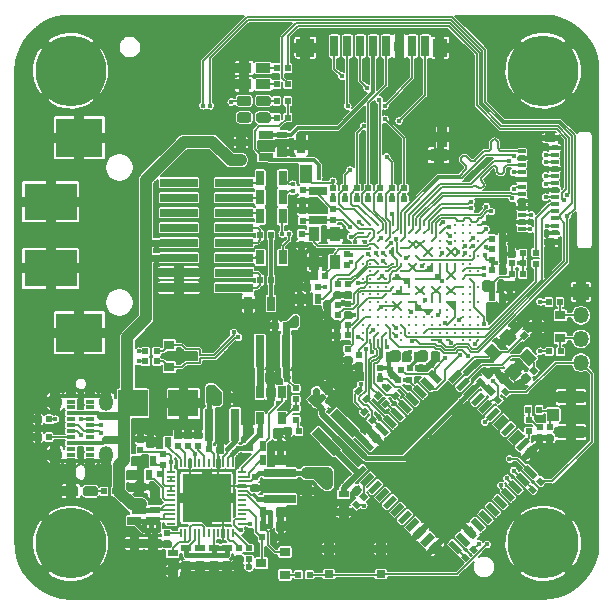
<source format=gtl>
G04 #@! TF.GenerationSoftware,KiCad,Pcbnew,5.1.5+dfsg1-2build2*
G04 #@! TF.CreationDate,2021-05-18T14:32:28+02:00*
G04 #@! TF.ProjectId,OtterCam-s3,4f747465-7243-4616-9d2d-73332e6b6963,rev?*
G04 #@! TF.SameCoordinates,Original*
G04 #@! TF.FileFunction,Copper,L1,Top*
G04 #@! TF.FilePolarity,Positive*
%FSLAX46Y46*%
G04 Gerber Fmt 4.6, Leading zero omitted, Abs format (unit mm)*
G04 Created by KiCad (PCBNEW 5.1.5+dfsg1-2build2) date 2021-05-18 14:32:28*
%MOMM*%
%LPD*%
G04 APERTURE LIST*
%ADD10R,3.200000X0.700000*%
%ADD11R,4.000000X3.300000*%
%ADD12R,4.500000X3.150000*%
%ADD13R,0.900000X0.600000*%
%ADD14R,2.200000X1.050000*%
%ADD15R,1.050000X1.000000*%
%ADD16C,0.100000*%
%ADD17C,0.300000*%
%ADD18R,0.500000X0.600000*%
%ADD19R,0.700000X1.300000*%
%ADD20O,1.200000X1.500000*%
%ADD21R,0.800000X0.300000*%
%ADD22C,0.800000*%
%ADD23C,6.000000*%
%ADD24R,0.950000X1.200000*%
%ADD25R,1.500000X0.750000*%
%ADD26R,0.650000X1.060000*%
%ADD27R,0.200000X0.800000*%
%ADD28R,0.800000X0.200000*%
%ADD29R,4.050000X4.050000*%
%ADD30R,0.800000X0.650000*%
%ADD31R,0.600000X0.500000*%
%ADD32R,0.900000X0.800000*%
%ADD33R,0.800000X2.700000*%
%ADD34R,2.700000X0.800000*%
%ADD35R,0.650000X0.300000*%
%ADD36R,1.000000X0.500000*%
%ADD37R,1.000000X1.550000*%
%ADD38R,1.500000X1.500000*%
%ADD39R,0.700000X1.750000*%
%ADD40R,0.800000X1.400000*%
%ADD41R,1.450000X1.000000*%
%ADD42R,0.800000X1.500000*%
%ADD43R,1.300000X1.500000*%
%ADD44O,1.350000X1.350000*%
%ADD45R,1.350000X1.350000*%
%ADD46R,1.300000X0.700000*%
%ADD47R,2.500000X2.300000*%
%ADD48R,1.225000X0.850000*%
%ADD49R,0.600000X0.900000*%
%ADD50C,0.600000*%
%ADD51C,0.450000*%
%ADD52C,0.200000*%
%ADD53C,0.300000*%
%ADD54C,0.127000*%
%ADD55C,0.600000*%
%ADD56C,0.500000*%
%ADD57C,0.650000*%
%ADD58C,0.400000*%
%ADD59C,1.000000*%
G04 APERTURE END LIST*
D10*
X64150000Y-64455000D03*
X64150000Y-69535000D03*
X64150000Y-72075000D03*
X64150000Y-68265000D03*
X64150000Y-70805000D03*
X64150000Y-65725000D03*
X64150000Y-66995000D03*
X64150000Y-73345000D03*
D11*
X55740000Y-77155000D03*
X55740000Y-60645000D03*
D12*
X53300000Y-71725000D03*
X53300000Y-66075000D03*
D10*
X68850000Y-73345000D03*
X68850000Y-72075000D03*
X68850000Y-70805000D03*
X68850000Y-69535000D03*
X68850000Y-64455000D03*
X68850000Y-65725000D03*
X68850000Y-66995000D03*
X68850000Y-68265000D03*
D13*
X69400000Y-61050000D03*
X69400000Y-62550000D03*
D14*
X97375000Y-82625000D03*
D15*
X95850000Y-84100000D03*
D14*
X97375000Y-85575000D03*
G04 #@! TA.AperFunction,SMDPad,CuDef*
D16*
G36*
X93239950Y-80555635D02*
G01*
X92568198Y-81227387D01*
X91719670Y-80378859D01*
X92391422Y-79707107D01*
X93239950Y-80555635D01*
G37*
G04 #@! TD.AperFunction*
G04 #@! TA.AperFunction,SMDPad,CuDef*
G36*
X91542893Y-78858578D02*
G01*
X90871141Y-79530330D01*
X90022613Y-78681802D01*
X90694365Y-78010050D01*
X91542893Y-78858578D01*
G37*
G04 #@! TD.AperFunction*
G04 #@! TA.AperFunction,SMDPad,CuDef*
G36*
X92780330Y-77621141D02*
G01*
X92108578Y-78292893D01*
X91260050Y-77444365D01*
X91931802Y-76772613D01*
X92780330Y-77621141D01*
G37*
G04 #@! TD.AperFunction*
G04 #@! TA.AperFunction,SMDPad,CuDef*
G36*
X94477387Y-79318198D02*
G01*
X93805635Y-79989950D01*
X92957107Y-79141422D01*
X93628859Y-78469670D01*
X94477387Y-79318198D01*
G37*
G04 #@! TD.AperFunction*
G04 #@! TA.AperFunction,SMDPad,CuDef*
G36*
X93532305Y-80643431D02*
G01*
X93956569Y-81067695D01*
X93603015Y-81421249D01*
X93178751Y-80996985D01*
X93532305Y-80643431D01*
G37*
G04 #@! TD.AperFunction*
G04 #@! TA.AperFunction,SMDPad,CuDef*
G36*
X94196985Y-79978751D02*
G01*
X94621249Y-80403015D01*
X94267695Y-80756569D01*
X93843431Y-80332305D01*
X94196985Y-79978751D01*
G37*
G04 #@! TD.AperFunction*
G04 #@! TA.AperFunction,SMDPad,CuDef*
G36*
X93106569Y-76732305D02*
G01*
X92682305Y-77156569D01*
X92328751Y-76803015D01*
X92753015Y-76378751D01*
X93106569Y-76732305D01*
G37*
G04 #@! TD.AperFunction*
G04 #@! TA.AperFunction,SMDPad,CuDef*
G36*
X93771249Y-77396985D02*
G01*
X93346985Y-77821249D01*
X92993431Y-77467695D01*
X93417695Y-77043431D01*
X93771249Y-77396985D01*
G37*
G04 #@! TD.AperFunction*
D17*
X83625000Y-69375000D03*
X84275000Y-74575000D03*
X84275000Y-73275000D03*
X81675000Y-77175000D03*
X84275000Y-71325000D03*
X83625000Y-70025000D03*
X83625000Y-71975000D03*
X83625000Y-76525000D03*
X83625000Y-74575000D03*
X80375000Y-74575000D03*
X79725000Y-69375000D03*
X80375000Y-75225000D03*
X79725000Y-68075000D03*
X80375000Y-70025000D03*
X83625000Y-75875000D03*
X83625000Y-68725000D03*
X82325000Y-73925000D03*
X82975000Y-69375000D03*
X82325000Y-71325000D03*
X82975000Y-73925000D03*
X82325000Y-68725000D03*
X82325000Y-75875000D03*
X82325000Y-74575000D03*
X82325000Y-76525000D03*
X82325000Y-71975000D03*
X82325000Y-70025000D03*
X82975000Y-71325000D03*
X82975000Y-73275000D03*
X82975000Y-74575000D03*
X82325000Y-73275000D03*
X82975000Y-75225000D03*
X82325000Y-68075000D03*
X82975000Y-70025000D03*
X82975000Y-72625000D03*
X82325000Y-77175000D03*
X82975000Y-75875000D03*
X82975000Y-76525000D03*
X82325000Y-75225000D03*
X82975000Y-70675000D03*
X82325000Y-72625000D03*
X84275000Y-73925000D03*
X82975000Y-77175000D03*
X82975000Y-77825000D03*
X82975000Y-68725000D03*
X81675000Y-77825000D03*
X83625000Y-71325000D03*
X79725000Y-73925000D03*
X80375000Y-69375000D03*
X79725000Y-71325000D03*
X80375000Y-73925000D03*
X79725000Y-68725000D03*
X79725000Y-76525000D03*
X80375000Y-71325000D03*
X80375000Y-73275000D03*
X84275000Y-69375000D03*
X82975000Y-71975000D03*
X84275000Y-77825000D03*
X84275000Y-77175000D03*
X84275000Y-68075000D03*
X83625000Y-75225000D03*
X84275000Y-76525000D03*
X84275000Y-75875000D03*
X83625000Y-77175000D03*
X84275000Y-72625000D03*
X84275000Y-70025000D03*
X81025000Y-69375000D03*
X81675000Y-74575000D03*
X81675000Y-73275000D03*
X81675000Y-71325000D03*
X81025000Y-70025000D03*
X81025000Y-71975000D03*
X81025000Y-76525000D03*
X81025000Y-74575000D03*
X81025000Y-75875000D03*
X81025000Y-68725000D03*
X81025000Y-73925000D03*
X81675000Y-75225000D03*
X79725000Y-70675000D03*
X81675000Y-68725000D03*
X81675000Y-70675000D03*
X81675000Y-71975000D03*
X81025000Y-75225000D03*
X81675000Y-76525000D03*
X81675000Y-75875000D03*
X81025000Y-72625000D03*
X81025000Y-68075000D03*
X81025000Y-71325000D03*
X81675000Y-69375000D03*
X81025000Y-77825000D03*
X81025000Y-77175000D03*
X81025000Y-73275000D03*
X83625000Y-68075000D03*
X80375000Y-76525000D03*
X79725000Y-75225000D03*
X80375000Y-70675000D03*
X84275000Y-75225000D03*
X83625000Y-73925000D03*
X83625000Y-70675000D03*
X83625000Y-72625000D03*
X79725000Y-72625000D03*
X81675000Y-73925000D03*
X80375000Y-68075000D03*
X80375000Y-77175000D03*
X84275000Y-71975000D03*
X81025000Y-70675000D03*
X81675000Y-72625000D03*
X80375000Y-72625000D03*
X79725000Y-77175000D03*
X80375000Y-75875000D03*
X80375000Y-71975000D03*
X82325000Y-70675000D03*
X80375000Y-77825000D03*
X79725000Y-77825000D03*
X80375000Y-68725000D03*
X81675000Y-70025000D03*
X84275000Y-68725000D03*
X84275000Y-70675000D03*
X83625000Y-73275000D03*
X86225000Y-69375000D03*
X86875000Y-74575000D03*
X86875000Y-73275000D03*
X86875000Y-71325000D03*
X86225000Y-70025000D03*
X86225000Y-71975000D03*
X86225000Y-76525000D03*
X86225000Y-74575000D03*
X86225000Y-68725000D03*
X84925000Y-73925000D03*
X85575000Y-69375000D03*
X84925000Y-71325000D03*
X85575000Y-73925000D03*
X84925000Y-68725000D03*
X84925000Y-75875000D03*
X84925000Y-74575000D03*
X84925000Y-76525000D03*
X84925000Y-71975000D03*
X84925000Y-70025000D03*
X85575000Y-71325000D03*
X85575000Y-73275000D03*
X85575000Y-74575000D03*
X84925000Y-69375000D03*
X84925000Y-73275000D03*
X85575000Y-75225000D03*
X84925000Y-68075000D03*
X85575000Y-70025000D03*
X85575000Y-72625000D03*
X84925000Y-77175000D03*
X85575000Y-75875000D03*
X85575000Y-76525000D03*
X84925000Y-75225000D03*
X85575000Y-70675000D03*
X84925000Y-72625000D03*
X86875000Y-73925000D03*
X85575000Y-77175000D03*
X85575000Y-77825000D03*
X85575000Y-68725000D03*
X86225000Y-71325000D03*
X86875000Y-69375000D03*
X85575000Y-71975000D03*
X86875000Y-77825000D03*
X86875000Y-77175000D03*
X86225000Y-75225000D03*
X86875000Y-76525000D03*
X86875000Y-75875000D03*
X86225000Y-77175000D03*
X86875000Y-72625000D03*
X86875000Y-70025000D03*
X86225000Y-68075000D03*
X86875000Y-75225000D03*
X86225000Y-73925000D03*
X86225000Y-70675000D03*
X86225000Y-72625000D03*
X86875000Y-71975000D03*
X84925000Y-70675000D03*
X86875000Y-68725000D03*
X86875000Y-70675000D03*
X86225000Y-73275000D03*
X87525000Y-69375000D03*
X88175000Y-74575000D03*
X88175000Y-73275000D03*
X88175000Y-71325000D03*
X87525000Y-70025000D03*
X87525000Y-71975000D03*
X87525000Y-76525000D03*
X87525000Y-74575000D03*
X87525000Y-68725000D03*
X88175000Y-73925000D03*
X87525000Y-71325000D03*
X88175000Y-69375000D03*
X88175000Y-77825000D03*
X88175000Y-77175000D03*
X88175000Y-68075000D03*
X87525000Y-75225000D03*
X88175000Y-76525000D03*
X88175000Y-75875000D03*
X87525000Y-77175000D03*
X88175000Y-72625000D03*
X88175000Y-70025000D03*
X87525000Y-68075000D03*
X88175000Y-75225000D03*
X87525000Y-73925000D03*
X87525000Y-70675000D03*
X87525000Y-72625000D03*
X88175000Y-71975000D03*
X88175000Y-68725000D03*
X88175000Y-70675000D03*
X87525000Y-73275000D03*
X88825000Y-71325000D03*
X88825000Y-70025000D03*
X88825000Y-71975000D03*
X88825000Y-75875000D03*
X88825000Y-68725000D03*
X88825000Y-69375000D03*
X88825000Y-70675000D03*
X88825000Y-73925000D03*
X88825000Y-73275000D03*
X88825000Y-77825000D03*
X88825000Y-68075000D03*
X88825000Y-72625000D03*
X88825000Y-74575000D03*
X88825000Y-76525000D03*
X88825000Y-77175000D03*
X88825000Y-75225000D03*
X89475000Y-68075000D03*
X89475000Y-68725000D03*
X89475000Y-69375000D03*
X89475000Y-70675000D03*
X89475000Y-71975000D03*
X89475000Y-73275000D03*
X89475000Y-74575000D03*
X89475000Y-75875000D03*
X89475000Y-76525000D03*
X89475000Y-77175000D03*
X89475000Y-77825000D03*
D18*
X71970000Y-68900000D03*
X71030000Y-68900000D03*
X71970000Y-72700000D03*
X71030000Y-72700000D03*
G04 #@! TA.AperFunction,SMDPad,CuDef*
D16*
G36*
X71733329Y-58526023D02*
G01*
X71753957Y-58529083D01*
X71774185Y-58534150D01*
X71793820Y-58541176D01*
X71812672Y-58550092D01*
X71830559Y-58560813D01*
X71847309Y-58573235D01*
X71862760Y-58587240D01*
X71876765Y-58602691D01*
X71889187Y-58619441D01*
X71899908Y-58637328D01*
X71908824Y-58656180D01*
X71915850Y-58675815D01*
X71920917Y-58696043D01*
X71923977Y-58716671D01*
X71925000Y-58737500D01*
X71925000Y-59162500D01*
X71923977Y-59183329D01*
X71920917Y-59203957D01*
X71915850Y-59224185D01*
X71908824Y-59243820D01*
X71899908Y-59262672D01*
X71889187Y-59280559D01*
X71876765Y-59297309D01*
X71862760Y-59312760D01*
X71847309Y-59326765D01*
X71830559Y-59339187D01*
X71812672Y-59349908D01*
X71793820Y-59358824D01*
X71774185Y-59365850D01*
X71753957Y-59370917D01*
X71733329Y-59373977D01*
X71712500Y-59375000D01*
X70912500Y-59375000D01*
X70891671Y-59373977D01*
X70871043Y-59370917D01*
X70850815Y-59365850D01*
X70831180Y-59358824D01*
X70812328Y-59349908D01*
X70794441Y-59339187D01*
X70777691Y-59326765D01*
X70762240Y-59312760D01*
X70748235Y-59297309D01*
X70735813Y-59280559D01*
X70725092Y-59262672D01*
X70716176Y-59243820D01*
X70709150Y-59224185D01*
X70704083Y-59203957D01*
X70701023Y-59183329D01*
X70700000Y-59162500D01*
X70700000Y-58737500D01*
X70701023Y-58716671D01*
X70704083Y-58696043D01*
X70709150Y-58675815D01*
X70716176Y-58656180D01*
X70725092Y-58637328D01*
X70735813Y-58619441D01*
X70748235Y-58602691D01*
X70762240Y-58587240D01*
X70777691Y-58573235D01*
X70794441Y-58560813D01*
X70812328Y-58550092D01*
X70831180Y-58541176D01*
X70850815Y-58534150D01*
X70871043Y-58529083D01*
X70891671Y-58526023D01*
X70912500Y-58525000D01*
X71712500Y-58525000D01*
X71733329Y-58526023D01*
G37*
G04 #@! TD.AperFunction*
G04 #@! TA.AperFunction,SMDPad,CuDef*
G36*
X70108329Y-58526023D02*
G01*
X70128957Y-58529083D01*
X70149185Y-58534150D01*
X70168820Y-58541176D01*
X70187672Y-58550092D01*
X70205559Y-58560813D01*
X70222309Y-58573235D01*
X70237760Y-58587240D01*
X70251765Y-58602691D01*
X70264187Y-58619441D01*
X70274908Y-58637328D01*
X70283824Y-58656180D01*
X70290850Y-58675815D01*
X70295917Y-58696043D01*
X70298977Y-58716671D01*
X70300000Y-58737500D01*
X70300000Y-59162500D01*
X70298977Y-59183329D01*
X70295917Y-59203957D01*
X70290850Y-59224185D01*
X70283824Y-59243820D01*
X70274908Y-59262672D01*
X70264187Y-59280559D01*
X70251765Y-59297309D01*
X70237760Y-59312760D01*
X70222309Y-59326765D01*
X70205559Y-59339187D01*
X70187672Y-59349908D01*
X70168820Y-59358824D01*
X70149185Y-59365850D01*
X70128957Y-59370917D01*
X70108329Y-59373977D01*
X70087500Y-59375000D01*
X69287500Y-59375000D01*
X69266671Y-59373977D01*
X69246043Y-59370917D01*
X69225815Y-59365850D01*
X69206180Y-59358824D01*
X69187328Y-59349908D01*
X69169441Y-59339187D01*
X69152691Y-59326765D01*
X69137240Y-59312760D01*
X69123235Y-59297309D01*
X69110813Y-59280559D01*
X69100092Y-59262672D01*
X69091176Y-59243820D01*
X69084150Y-59224185D01*
X69079083Y-59203957D01*
X69076023Y-59183329D01*
X69075000Y-59162500D01*
X69075000Y-58737500D01*
X69076023Y-58716671D01*
X69079083Y-58696043D01*
X69084150Y-58675815D01*
X69091176Y-58656180D01*
X69100092Y-58637328D01*
X69110813Y-58619441D01*
X69123235Y-58602691D01*
X69137240Y-58587240D01*
X69152691Y-58573235D01*
X69169441Y-58560813D01*
X69187328Y-58550092D01*
X69206180Y-58541176D01*
X69225815Y-58534150D01*
X69246043Y-58529083D01*
X69266671Y-58526023D01*
X69287500Y-58525000D01*
X70087500Y-58525000D01*
X70108329Y-58526023D01*
G37*
G04 #@! TD.AperFunction*
G04 #@! TA.AperFunction,SMDPad,CuDef*
G36*
X71733329Y-57126023D02*
G01*
X71753957Y-57129083D01*
X71774185Y-57134150D01*
X71793820Y-57141176D01*
X71812672Y-57150092D01*
X71830559Y-57160813D01*
X71847309Y-57173235D01*
X71862760Y-57187240D01*
X71876765Y-57202691D01*
X71889187Y-57219441D01*
X71899908Y-57237328D01*
X71908824Y-57256180D01*
X71915850Y-57275815D01*
X71920917Y-57296043D01*
X71923977Y-57316671D01*
X71925000Y-57337500D01*
X71925000Y-57762500D01*
X71923977Y-57783329D01*
X71920917Y-57803957D01*
X71915850Y-57824185D01*
X71908824Y-57843820D01*
X71899908Y-57862672D01*
X71889187Y-57880559D01*
X71876765Y-57897309D01*
X71862760Y-57912760D01*
X71847309Y-57926765D01*
X71830559Y-57939187D01*
X71812672Y-57949908D01*
X71793820Y-57958824D01*
X71774185Y-57965850D01*
X71753957Y-57970917D01*
X71733329Y-57973977D01*
X71712500Y-57975000D01*
X70912500Y-57975000D01*
X70891671Y-57973977D01*
X70871043Y-57970917D01*
X70850815Y-57965850D01*
X70831180Y-57958824D01*
X70812328Y-57949908D01*
X70794441Y-57939187D01*
X70777691Y-57926765D01*
X70762240Y-57912760D01*
X70748235Y-57897309D01*
X70735813Y-57880559D01*
X70725092Y-57862672D01*
X70716176Y-57843820D01*
X70709150Y-57824185D01*
X70704083Y-57803957D01*
X70701023Y-57783329D01*
X70700000Y-57762500D01*
X70700000Y-57337500D01*
X70701023Y-57316671D01*
X70704083Y-57296043D01*
X70709150Y-57275815D01*
X70716176Y-57256180D01*
X70725092Y-57237328D01*
X70735813Y-57219441D01*
X70748235Y-57202691D01*
X70762240Y-57187240D01*
X70777691Y-57173235D01*
X70794441Y-57160813D01*
X70812328Y-57150092D01*
X70831180Y-57141176D01*
X70850815Y-57134150D01*
X70871043Y-57129083D01*
X70891671Y-57126023D01*
X70912500Y-57125000D01*
X71712500Y-57125000D01*
X71733329Y-57126023D01*
G37*
G04 #@! TD.AperFunction*
G04 #@! TA.AperFunction,SMDPad,CuDef*
G36*
X70108329Y-57126023D02*
G01*
X70128957Y-57129083D01*
X70149185Y-57134150D01*
X70168820Y-57141176D01*
X70187672Y-57150092D01*
X70205559Y-57160813D01*
X70222309Y-57173235D01*
X70237760Y-57187240D01*
X70251765Y-57202691D01*
X70264187Y-57219441D01*
X70274908Y-57237328D01*
X70283824Y-57256180D01*
X70290850Y-57275815D01*
X70295917Y-57296043D01*
X70298977Y-57316671D01*
X70300000Y-57337500D01*
X70300000Y-57762500D01*
X70298977Y-57783329D01*
X70295917Y-57803957D01*
X70290850Y-57824185D01*
X70283824Y-57843820D01*
X70274908Y-57862672D01*
X70264187Y-57880559D01*
X70251765Y-57897309D01*
X70237760Y-57912760D01*
X70222309Y-57926765D01*
X70205559Y-57939187D01*
X70187672Y-57949908D01*
X70168820Y-57958824D01*
X70149185Y-57965850D01*
X70128957Y-57970917D01*
X70108329Y-57973977D01*
X70087500Y-57975000D01*
X69287500Y-57975000D01*
X69266671Y-57973977D01*
X69246043Y-57970917D01*
X69225815Y-57965850D01*
X69206180Y-57958824D01*
X69187328Y-57949908D01*
X69169441Y-57939187D01*
X69152691Y-57926765D01*
X69137240Y-57912760D01*
X69123235Y-57897309D01*
X69110813Y-57880559D01*
X69100092Y-57862672D01*
X69091176Y-57843820D01*
X69084150Y-57824185D01*
X69079083Y-57803957D01*
X69076023Y-57783329D01*
X69075000Y-57762500D01*
X69075000Y-57337500D01*
X69076023Y-57316671D01*
X69079083Y-57296043D01*
X69084150Y-57275815D01*
X69091176Y-57256180D01*
X69100092Y-57237328D01*
X69110813Y-57219441D01*
X69123235Y-57202691D01*
X69137240Y-57187240D01*
X69152691Y-57173235D01*
X69169441Y-57160813D01*
X69187328Y-57150092D01*
X69206180Y-57141176D01*
X69225815Y-57134150D01*
X69246043Y-57129083D01*
X69266671Y-57126023D01*
X69287500Y-57125000D01*
X70087500Y-57125000D01*
X70108329Y-57126023D01*
G37*
G04 #@! TD.AperFunction*
D19*
X70050000Y-74700000D03*
X71950000Y-74700000D03*
X71050000Y-65700000D03*
X72950000Y-65700000D03*
X71050000Y-64100000D03*
X72950000Y-64100000D03*
X71050000Y-67300000D03*
X72950000Y-67300000D03*
X71050000Y-70800000D03*
X72950000Y-70800000D03*
D20*
X53700000Y-83000000D03*
X58000000Y-87500000D03*
X53700000Y-87500000D03*
X58000000Y-83000000D03*
D21*
X55050000Y-87000000D03*
X55050000Y-87500000D03*
X55050000Y-88000000D03*
X55050000Y-86500000D03*
X56650000Y-87000000D03*
X56650000Y-87500000D03*
X56650000Y-88000000D03*
X56650000Y-86500000D03*
X55050000Y-83000000D03*
X55050000Y-83500000D03*
X55050000Y-84000000D03*
X55050000Y-82500000D03*
X56650000Y-83000000D03*
X56650000Y-83500000D03*
X56650000Y-84000000D03*
X56650000Y-82500000D03*
X55050000Y-86000000D03*
X56650000Y-86000000D03*
X55050000Y-85500000D03*
X55050000Y-85000000D03*
X55050000Y-84500000D03*
X56650000Y-85500000D03*
X56650000Y-85000000D03*
X56650000Y-84500000D03*
D22*
X96590990Y-96590990D03*
X95000000Y-97250000D03*
X93409010Y-96590990D03*
X92750000Y-95000000D03*
X93409010Y-93409010D03*
X95000000Y-92750000D03*
X96590990Y-93409010D03*
X97250000Y-95000000D03*
D23*
X95000000Y-95000000D03*
D22*
X96590990Y-56590990D03*
X95000000Y-57250000D03*
X93409010Y-56590990D03*
X92750000Y-55000000D03*
X93409010Y-53409010D03*
X95000000Y-52750000D03*
X96590990Y-53409010D03*
X97250000Y-55000000D03*
D23*
X95000000Y-55000000D03*
D22*
X56590990Y-96590990D03*
X55000000Y-97250000D03*
X53409010Y-96590990D03*
X52750000Y-95000000D03*
X53409010Y-93409010D03*
X55000000Y-92750000D03*
X56590990Y-93409010D03*
X57250000Y-95000000D03*
D23*
X55000000Y-95000000D03*
D22*
X56590990Y-56590990D03*
X55000000Y-57250000D03*
X53409010Y-56590990D03*
X52750000Y-55000000D03*
X53409010Y-53409010D03*
X55000000Y-52750000D03*
X56590990Y-53409010D03*
X57250000Y-55000000D03*
D23*
X55000000Y-55000000D03*
D24*
X75625000Y-71200000D03*
X75625000Y-68800000D03*
X77375000Y-68800000D03*
X77375000Y-71200000D03*
D25*
X75900000Y-67600000D03*
X75900000Y-65200000D03*
G04 #@! TA.AperFunction,SMDPad,CuDef*
D16*
G36*
X82687169Y-93024999D02*
G01*
X83535697Y-92176471D01*
X83896321Y-92537095D01*
X83047793Y-93385623D01*
X82687169Y-93024999D01*
G37*
G04 #@! TD.AperFunction*
G04 #@! TA.AperFunction,SMDPad,CuDef*
G36*
X80777981Y-91115811D02*
G01*
X81626509Y-90267283D01*
X81987133Y-90627907D01*
X81138605Y-91476435D01*
X80777981Y-91115811D01*
G37*
G04 #@! TD.AperFunction*
G04 #@! TA.AperFunction,SMDPad,CuDef*
G36*
X85232754Y-95570583D02*
G01*
X86081282Y-94722055D01*
X86441906Y-95082679D01*
X85593378Y-95931207D01*
X85232754Y-95570583D01*
G37*
G04 #@! TD.AperFunction*
G04 #@! TA.AperFunction,SMDPad,CuDef*
G36*
X84596358Y-94934187D02*
G01*
X85444886Y-94085659D01*
X85805510Y-94446283D01*
X84956982Y-95294811D01*
X84596358Y-94934187D01*
G37*
G04 #@! TD.AperFunction*
G04 #@! TA.AperFunction,SMDPad,CuDef*
G36*
X80141585Y-90479414D02*
G01*
X80990113Y-89630886D01*
X81350737Y-89991510D01*
X80502209Y-90840038D01*
X80141585Y-90479414D01*
G37*
G04 #@! TD.AperFunction*
G04 #@! TA.AperFunction,SMDPad,CuDef*
G36*
X81414377Y-91752207D02*
G01*
X82262905Y-90903679D01*
X82623529Y-91264303D01*
X81775001Y-92112831D01*
X81414377Y-91752207D01*
G37*
G04 #@! TD.AperFunction*
G04 #@! TA.AperFunction,SMDPad,CuDef*
G36*
X82050773Y-92388603D02*
G01*
X82899301Y-91540075D01*
X83259925Y-91900699D01*
X82411397Y-92749227D01*
X82050773Y-92388603D01*
G37*
G04 #@! TD.AperFunction*
G04 #@! TA.AperFunction,SMDPad,CuDef*
G36*
X83323565Y-93661395D02*
G01*
X84172093Y-92812867D01*
X84532717Y-93173491D01*
X83684189Y-94022019D01*
X83323565Y-93661395D01*
G37*
G04 #@! TD.AperFunction*
G04 #@! TA.AperFunction,SMDPad,CuDef*
G36*
X79505189Y-89843018D02*
G01*
X80353717Y-88994490D01*
X80714341Y-89355114D01*
X79865813Y-90203642D01*
X79505189Y-89843018D01*
G37*
G04 #@! TD.AperFunction*
G04 #@! TA.AperFunction,SMDPad,CuDef*
G36*
X83959962Y-94297791D02*
G01*
X84808490Y-93449263D01*
X85169114Y-93809887D01*
X84320586Y-94658415D01*
X83959962Y-94297791D01*
G37*
G04 #@! TD.AperFunction*
G04 #@! TA.AperFunction,SMDPad,CuDef*
G36*
X78868793Y-89206622D02*
G01*
X79717321Y-88358094D01*
X80077945Y-88718718D01*
X79229417Y-89567246D01*
X78868793Y-89206622D01*
G37*
G04 #@! TD.AperFunction*
G04 #@! TA.AperFunction,SMDPad,CuDef*
G36*
X90776471Y-84935697D02*
G01*
X91624999Y-84087169D01*
X91985623Y-84447793D01*
X91137095Y-85296321D01*
X90776471Y-84935697D01*
G37*
G04 #@! TD.AperFunction*
G04 #@! TA.AperFunction,SMDPad,CuDef*
G36*
X88867283Y-83026509D02*
G01*
X89715811Y-82177981D01*
X90076435Y-82538605D01*
X89227907Y-83387133D01*
X88867283Y-83026509D01*
G37*
G04 #@! TD.AperFunction*
G04 #@! TA.AperFunction,SMDPad,CuDef*
G36*
X93322055Y-87481282D02*
G01*
X94170583Y-86632754D01*
X94531207Y-86993378D01*
X93682679Y-87841906D01*
X93322055Y-87481282D01*
G37*
G04 #@! TD.AperFunction*
G04 #@! TA.AperFunction,SMDPad,CuDef*
G36*
X92685659Y-86844886D02*
G01*
X93534187Y-85996358D01*
X93894811Y-86356982D01*
X93046283Y-87205510D01*
X92685659Y-86844886D01*
G37*
G04 #@! TD.AperFunction*
G04 #@! TA.AperFunction,SMDPad,CuDef*
G36*
X88230886Y-82390113D02*
G01*
X89079414Y-81541585D01*
X89440038Y-81902209D01*
X88591510Y-82750737D01*
X88230886Y-82390113D01*
G37*
G04 #@! TD.AperFunction*
G04 #@! TA.AperFunction,SMDPad,CuDef*
G36*
X89503679Y-83662905D02*
G01*
X90352207Y-82814377D01*
X90712831Y-83175001D01*
X89864303Y-84023529D01*
X89503679Y-83662905D01*
G37*
G04 #@! TD.AperFunction*
G04 #@! TA.AperFunction,SMDPad,CuDef*
G36*
X90140075Y-84299301D02*
G01*
X90988603Y-83450773D01*
X91349227Y-83811397D01*
X90500699Y-84659925D01*
X90140075Y-84299301D01*
G37*
G04 #@! TD.AperFunction*
G04 #@! TA.AperFunction,SMDPad,CuDef*
G36*
X91412867Y-85572093D02*
G01*
X92261395Y-84723565D01*
X92622019Y-85084189D01*
X91773491Y-85932717D01*
X91412867Y-85572093D01*
G37*
G04 #@! TD.AperFunction*
G04 #@! TA.AperFunction,SMDPad,CuDef*
G36*
X87594490Y-81753717D02*
G01*
X88443018Y-80905189D01*
X88803642Y-81265813D01*
X87955114Y-82114341D01*
X87594490Y-81753717D01*
G37*
G04 #@! TD.AperFunction*
G04 #@! TA.AperFunction,SMDPad,CuDef*
G36*
X92049263Y-86208490D02*
G01*
X92897791Y-85359962D01*
X93258415Y-85720586D01*
X92409887Y-86569114D01*
X92049263Y-86208490D01*
G37*
G04 #@! TD.AperFunction*
G04 #@! TA.AperFunction,SMDPad,CuDef*
G36*
X86958094Y-81117321D02*
G01*
X87806622Y-80268793D01*
X88167246Y-80629417D01*
X87318718Y-81477945D01*
X86958094Y-81117321D01*
G37*
G04 #@! TD.AperFunction*
G04 #@! TA.AperFunction,SMDPad,CuDef*
G36*
X81775001Y-84087169D02*
G01*
X82623529Y-84935697D01*
X82262905Y-85296321D01*
X81414377Y-84447793D01*
X81775001Y-84087169D01*
G37*
G04 #@! TD.AperFunction*
G04 #@! TA.AperFunction,SMDPad,CuDef*
G36*
X83684189Y-82177981D02*
G01*
X84532717Y-83026509D01*
X84172093Y-83387133D01*
X83323565Y-82538605D01*
X83684189Y-82177981D01*
G37*
G04 #@! TD.AperFunction*
G04 #@! TA.AperFunction,SMDPad,CuDef*
G36*
X79229417Y-86632754D02*
G01*
X80077945Y-87481282D01*
X79717321Y-87841906D01*
X78868793Y-86993378D01*
X79229417Y-86632754D01*
G37*
G04 #@! TD.AperFunction*
G04 #@! TA.AperFunction,SMDPad,CuDef*
G36*
X79865813Y-85996358D02*
G01*
X80714341Y-86844886D01*
X80353717Y-87205510D01*
X79505189Y-86356982D01*
X79865813Y-85996358D01*
G37*
G04 #@! TD.AperFunction*
G04 #@! TA.AperFunction,SMDPad,CuDef*
G36*
X84320586Y-81541585D02*
G01*
X85169114Y-82390113D01*
X84808490Y-82750737D01*
X83959962Y-81902209D01*
X84320586Y-81541585D01*
G37*
G04 #@! TD.AperFunction*
G04 #@! TA.AperFunction,SMDPad,CuDef*
G36*
X83047793Y-82814377D02*
G01*
X83896321Y-83662905D01*
X83535697Y-84023529D01*
X82687169Y-83175001D01*
X83047793Y-82814377D01*
G37*
G04 #@! TD.AperFunction*
G04 #@! TA.AperFunction,SMDPad,CuDef*
G36*
X82411397Y-83450773D02*
G01*
X83259925Y-84299301D01*
X82899301Y-84659925D01*
X82050773Y-83811397D01*
X82411397Y-83450773D01*
G37*
G04 #@! TD.AperFunction*
G04 #@! TA.AperFunction,SMDPad,CuDef*
G36*
X81138605Y-84723565D02*
G01*
X81987133Y-85572093D01*
X81626509Y-85932717D01*
X80777981Y-85084189D01*
X81138605Y-84723565D01*
G37*
G04 #@! TD.AperFunction*
G04 #@! TA.AperFunction,SMDPad,CuDef*
G36*
X84956982Y-80905189D02*
G01*
X85805510Y-81753717D01*
X85444886Y-82114341D01*
X84596358Y-81265813D01*
X84956982Y-80905189D01*
G37*
G04 #@! TD.AperFunction*
G04 #@! TA.AperFunction,SMDPad,CuDef*
G36*
X80502209Y-85359962D02*
G01*
X81350737Y-86208490D01*
X80990113Y-86569114D01*
X80141585Y-85720586D01*
X80502209Y-85359962D01*
G37*
G04 #@! TD.AperFunction*
G04 #@! TA.AperFunction,SMDPad,CuDef*
G36*
X85593378Y-80268793D02*
G01*
X86441906Y-81117321D01*
X86081282Y-81477945D01*
X85232754Y-80629417D01*
X85593378Y-80268793D01*
G37*
G04 #@! TD.AperFunction*
G04 #@! TA.AperFunction,SMDPad,CuDef*
G36*
X87955114Y-94085659D02*
G01*
X88803642Y-94934187D01*
X88443018Y-95294811D01*
X87594490Y-94446283D01*
X87955114Y-94085659D01*
G37*
G04 #@! TD.AperFunction*
G04 #@! TA.AperFunction,SMDPad,CuDef*
G36*
X88591510Y-93449263D02*
G01*
X89440038Y-94297791D01*
X89079414Y-94658415D01*
X88230886Y-93809887D01*
X88591510Y-93449263D01*
G37*
G04 #@! TD.AperFunction*
G04 #@! TA.AperFunction,SMDPad,CuDef*
G36*
X89227907Y-92812867D02*
G01*
X90076435Y-93661395D01*
X89715811Y-94022019D01*
X88867283Y-93173491D01*
X89227907Y-92812867D01*
G37*
G04 #@! TD.AperFunction*
G04 #@! TA.AperFunction,SMDPad,CuDef*
G36*
X89864303Y-92176471D02*
G01*
X90712831Y-93024999D01*
X90352207Y-93385623D01*
X89503679Y-92537095D01*
X89864303Y-92176471D01*
G37*
G04 #@! TD.AperFunction*
G04 #@! TA.AperFunction,SMDPad,CuDef*
G36*
X90500699Y-91540075D02*
G01*
X91349227Y-92388603D01*
X90988603Y-92749227D01*
X90140075Y-91900699D01*
X90500699Y-91540075D01*
G37*
G04 #@! TD.AperFunction*
G04 #@! TA.AperFunction,SMDPad,CuDef*
G36*
X91137095Y-90903679D02*
G01*
X91985623Y-91752207D01*
X91624999Y-92112831D01*
X90776471Y-91264303D01*
X91137095Y-90903679D01*
G37*
G04 #@! TD.AperFunction*
G04 #@! TA.AperFunction,SMDPad,CuDef*
G36*
X91773491Y-90267283D02*
G01*
X92622019Y-91115811D01*
X92261395Y-91476435D01*
X91412867Y-90627907D01*
X91773491Y-90267283D01*
G37*
G04 #@! TD.AperFunction*
G04 #@! TA.AperFunction,SMDPad,CuDef*
G36*
X92409887Y-89630886D02*
G01*
X93258415Y-90479414D01*
X92897791Y-90840038D01*
X92049263Y-89991510D01*
X92409887Y-89630886D01*
G37*
G04 #@! TD.AperFunction*
G04 #@! TA.AperFunction,SMDPad,CuDef*
G36*
X93046283Y-88994490D02*
G01*
X93894811Y-89843018D01*
X93534187Y-90203642D01*
X92685659Y-89355114D01*
X93046283Y-88994490D01*
G37*
G04 #@! TD.AperFunction*
G04 #@! TA.AperFunction,SMDPad,CuDef*
G36*
X87318718Y-94722055D02*
G01*
X88167246Y-95570583D01*
X87806622Y-95931207D01*
X86958094Y-95082679D01*
X87318718Y-94722055D01*
G37*
G04 #@! TD.AperFunction*
G04 #@! TA.AperFunction,SMDPad,CuDef*
G36*
X93682679Y-88358094D02*
G01*
X94531207Y-89206622D01*
X94170583Y-89567246D01*
X93322055Y-88718718D01*
X93682679Y-88358094D01*
G37*
G04 #@! TD.AperFunction*
D26*
X72900000Y-84400000D03*
X71000000Y-84400000D03*
X71000000Y-82200000D03*
X71950000Y-82200000D03*
X72900000Y-82200000D03*
D27*
X68700000Y-94125000D03*
X68300000Y-94125000D03*
X67900000Y-94125000D03*
X67500000Y-94125000D03*
X67100000Y-94125000D03*
X66700000Y-94125000D03*
X66300000Y-94125000D03*
X65900000Y-94125000D03*
X65500000Y-94125000D03*
X65100000Y-94125000D03*
X64700000Y-94125000D03*
X64300000Y-94125000D03*
D28*
X63525000Y-93350000D03*
X63525000Y-92950000D03*
X63525000Y-92550000D03*
X63525000Y-92150000D03*
X63525000Y-91750000D03*
X63525000Y-91350000D03*
X63525000Y-90950000D03*
X63525000Y-90550000D03*
X63525000Y-90150000D03*
X63525000Y-89750000D03*
X63525000Y-89350000D03*
X63525000Y-88950000D03*
D27*
X64300000Y-88175000D03*
X64700000Y-88175000D03*
X65100000Y-88175000D03*
X65500000Y-88175000D03*
X65900000Y-88175000D03*
X66300000Y-88175000D03*
X66700000Y-88175000D03*
X67100000Y-88175000D03*
X67500000Y-88175000D03*
X67900000Y-88175000D03*
X68300000Y-88175000D03*
X68700000Y-88175000D03*
D28*
X69475000Y-88950000D03*
X69475000Y-89350000D03*
X69475000Y-89750000D03*
X69475000Y-90150000D03*
X69475000Y-90550000D03*
X69475000Y-90950000D03*
X69475000Y-91350000D03*
X69475000Y-91750000D03*
X69475000Y-92150000D03*
X69475000Y-92550000D03*
X69475000Y-92950000D03*
X69475000Y-93350000D03*
D29*
X66500000Y-91150000D03*
D30*
X81250000Y-97625000D03*
X76850000Y-97625000D03*
X81250000Y-95475000D03*
X76850000Y-95475000D03*
D18*
X73370000Y-58950000D03*
X72430000Y-58950000D03*
X73370000Y-57550000D03*
X72430000Y-57550000D03*
D31*
X77600000Y-73030000D03*
X77600000Y-73970000D03*
X78400000Y-71470000D03*
X78400000Y-70530000D03*
X77172792Y-67620000D03*
X77172792Y-66680000D03*
D18*
X91570000Y-70100000D03*
X90630000Y-70100000D03*
X91570000Y-69200000D03*
X90630000Y-69200000D03*
D31*
X78500000Y-79470000D03*
X78500000Y-78530000D03*
D18*
X91570000Y-71900000D03*
X90630000Y-71900000D03*
X92330000Y-72200000D03*
X93270000Y-72200000D03*
X77530000Y-77400000D03*
X78470000Y-77400000D03*
G04 #@! TA.AperFunction,SMDPad,CuDef*
D16*
G36*
X79867695Y-91456569D02*
G01*
X79443431Y-91032305D01*
X79796985Y-90678751D01*
X80221249Y-91103015D01*
X79867695Y-91456569D01*
G37*
G04 #@! TD.AperFunction*
G04 #@! TA.AperFunction,SMDPad,CuDef*
G36*
X79203015Y-92121249D02*
G01*
X78778751Y-91696985D01*
X79132305Y-91343431D01*
X79556569Y-91767695D01*
X79203015Y-92121249D01*
G37*
G04 #@! TD.AperFunction*
G04 #@! TA.AperFunction,SMDPad,CuDef*
G36*
X91132305Y-82443431D02*
G01*
X91556569Y-82867695D01*
X91203015Y-83221249D01*
X90778751Y-82796985D01*
X91132305Y-82443431D01*
G37*
G04 #@! TD.AperFunction*
G04 #@! TA.AperFunction,SMDPad,CuDef*
G36*
X91796985Y-81778751D02*
G01*
X92221249Y-82203015D01*
X91867695Y-82556569D01*
X91443431Y-82132305D01*
X91796985Y-81778751D01*
G37*
G04 #@! TD.AperFunction*
G04 #@! TA.AperFunction,SMDPad,CuDef*
G36*
X94082305Y-90043431D02*
G01*
X94506569Y-90467695D01*
X94153015Y-90821249D01*
X93728751Y-90396985D01*
X94082305Y-90043431D01*
G37*
G04 #@! TD.AperFunction*
G04 #@! TA.AperFunction,SMDPad,CuDef*
G36*
X94746985Y-89378751D02*
G01*
X95171249Y-89803015D01*
X94817695Y-90156569D01*
X94393431Y-89732305D01*
X94746985Y-89378751D01*
G37*
G04 #@! TD.AperFunction*
G04 #@! TA.AperFunction,SMDPad,CuDef*
G36*
X81293431Y-83217695D02*
G01*
X81717695Y-82793431D01*
X82071249Y-83146985D01*
X81646985Y-83571249D01*
X81293431Y-83217695D01*
G37*
G04 #@! TD.AperFunction*
G04 #@! TA.AperFunction,SMDPad,CuDef*
G36*
X80628751Y-82553015D02*
G01*
X81053015Y-82128751D01*
X81406569Y-82482305D01*
X80982305Y-82906569D01*
X80628751Y-82553015D01*
G37*
G04 #@! TD.AperFunction*
D18*
X82970000Y-80300000D03*
X82030000Y-80300000D03*
G04 #@! TA.AperFunction,SMDPad,CuDef*
D16*
G36*
X82093431Y-82517695D02*
G01*
X82517695Y-82093431D01*
X82871249Y-82446985D01*
X82446985Y-82871249D01*
X82093431Y-82517695D01*
G37*
G04 #@! TD.AperFunction*
G04 #@! TA.AperFunction,SMDPad,CuDef*
G36*
X81428751Y-81853015D02*
G01*
X81853015Y-81428751D01*
X82206569Y-81782305D01*
X81782305Y-82206569D01*
X81428751Y-81853015D01*
G37*
G04 #@! TD.AperFunction*
G04 #@! TA.AperFunction,SMDPad,CuDef*
G36*
X79643431Y-82767695D02*
G01*
X80067695Y-82343431D01*
X80421249Y-82696985D01*
X79996985Y-83121249D01*
X79643431Y-82767695D01*
G37*
G04 #@! TD.AperFunction*
G04 #@! TA.AperFunction,SMDPad,CuDef*
G36*
X78978751Y-82103015D02*
G01*
X79403015Y-81678751D01*
X79756569Y-82032305D01*
X79332305Y-82456569D01*
X78978751Y-82103015D01*
G37*
G04 #@! TD.AperFunction*
G04 #@! TA.AperFunction,SMDPad,CuDef*
G36*
X80143431Y-84567695D02*
G01*
X80567695Y-84143431D01*
X80921249Y-84496985D01*
X80496985Y-84921249D01*
X80143431Y-84567695D01*
G37*
G04 #@! TD.AperFunction*
G04 #@! TA.AperFunction,SMDPad,CuDef*
G36*
X79478751Y-83903015D02*
G01*
X79903015Y-83478751D01*
X80256569Y-83832305D01*
X79832305Y-84256569D01*
X79478751Y-83903015D01*
G37*
G04 #@! TD.AperFunction*
D18*
X83670000Y-81200000D03*
X82730000Y-81200000D03*
D31*
X81200000Y-81070000D03*
X81200000Y-80130000D03*
X79400000Y-79080000D03*
X79400000Y-80020000D03*
X78500000Y-73970000D03*
X78500000Y-73030000D03*
D18*
X73380000Y-85500000D03*
X74320000Y-85500000D03*
D31*
X74050000Y-84520000D03*
X74050000Y-83580000D03*
X74050000Y-82820000D03*
X74050000Y-81880000D03*
X62850000Y-87410000D03*
X62850000Y-88350000D03*
D18*
X52230000Y-86000000D03*
X53170000Y-86000000D03*
X52230000Y-84500000D03*
X53170000Y-84500000D03*
X62270000Y-78750000D03*
X61330000Y-78750000D03*
X62270000Y-79600000D03*
X61330000Y-79600000D03*
X58770000Y-90600000D03*
X57830000Y-90600000D03*
D31*
X70100000Y-96320000D03*
X70100000Y-95380000D03*
D18*
X72170000Y-94500000D03*
X71230000Y-94500000D03*
X75220000Y-97650000D03*
X74280000Y-97650000D03*
D31*
X64100000Y-85830000D03*
X64100000Y-86770000D03*
X63150000Y-95070000D03*
X63150000Y-94130000D03*
D18*
X72430000Y-56150000D03*
X73370000Y-56150000D03*
X72430000Y-54750000D03*
X73370000Y-54750000D03*
D31*
X77200000Y-65870000D03*
X77200000Y-64930000D03*
X78200000Y-65870000D03*
X78200000Y-64930000D03*
X79200000Y-65870000D03*
X79200000Y-64930000D03*
X80200000Y-65870000D03*
X80200000Y-64930000D03*
X81200000Y-65870000D03*
X81200000Y-64930000D03*
X82200000Y-65870000D03*
X82200000Y-64930000D03*
X83200000Y-65870000D03*
X83200000Y-64930000D03*
X94400000Y-70380000D03*
X94400000Y-71320000D03*
D18*
X95530000Y-78750000D03*
X96470000Y-78750000D03*
X95480000Y-74550000D03*
X96420000Y-74550000D03*
G04 #@! TA.AperFunction,SMDPad,CuDef*
D16*
G36*
X88382305Y-95793431D02*
G01*
X88806569Y-96217695D01*
X88453015Y-96571249D01*
X88028751Y-96146985D01*
X88382305Y-95793431D01*
G37*
G04 #@! TD.AperFunction*
G04 #@! TA.AperFunction,SMDPad,CuDef*
G36*
X89046985Y-95128751D02*
G01*
X89471249Y-95553015D01*
X89117695Y-95906569D01*
X88693431Y-95482305D01*
X89046985Y-95128751D01*
G37*
G04 #@! TD.AperFunction*
D32*
X71150000Y-96700000D03*
X73150000Y-95750000D03*
X73150000Y-97650000D03*
G04 #@! TA.AperFunction,SMDPad,CuDef*
D16*
G36*
X78849568Y-86059620D02*
G01*
X76940380Y-84150432D01*
X77506066Y-83584746D01*
X79415254Y-85493934D01*
X78849568Y-86059620D01*
G37*
G04 #@! TD.AperFunction*
G04 #@! TA.AperFunction,SMDPad,CuDef*
G36*
X77293934Y-87615254D02*
G01*
X75384746Y-85706066D01*
X75950432Y-85140380D01*
X77859620Y-87049568D01*
X77293934Y-87615254D01*
G37*
G04 #@! TD.AperFunction*
D18*
X93730000Y-83700000D03*
X94670000Y-83700000D03*
D33*
X73200000Y-78700000D03*
X71000000Y-78700000D03*
X66750000Y-84950000D03*
X68950000Y-84950000D03*
D34*
X72700000Y-89050000D03*
X72700000Y-91250000D03*
D35*
X96000000Y-65700000D03*
X96000000Y-65100000D03*
X96000000Y-66300000D03*
X96000000Y-66900000D03*
X96000000Y-67500000D03*
X96000000Y-68100000D03*
X96000000Y-68700000D03*
X96000000Y-61500000D03*
X96000000Y-62100000D03*
X96000000Y-63300000D03*
X96000000Y-64500000D03*
X96000000Y-63900000D03*
X96000000Y-62700000D03*
X93200000Y-64800000D03*
X93200000Y-64200000D03*
X93200000Y-65400000D03*
X93200000Y-67200000D03*
X93200000Y-63000000D03*
X93200000Y-67800000D03*
X93200000Y-66600000D03*
X93200000Y-68400000D03*
X93200000Y-61800000D03*
X93200000Y-66000000D03*
X93200000Y-62400000D03*
X93200000Y-63600000D03*
D36*
X95600000Y-60700000D03*
X95600000Y-69500000D03*
D37*
X74925000Y-63700000D03*
D38*
X74875000Y-53025000D03*
D39*
X77325000Y-52900000D03*
X78425000Y-52900000D03*
X79525000Y-52900000D03*
X80625000Y-52900000D03*
X81725000Y-52900000D03*
X82825000Y-52900000D03*
X83925000Y-52900000D03*
D40*
X74525000Y-61275000D03*
D41*
X86150000Y-62125000D03*
D42*
X86475000Y-60625000D03*
D43*
X86225000Y-53025000D03*
D39*
X85025000Y-52900000D03*
D44*
X98200000Y-79700000D03*
X98200000Y-77700000D03*
X98200000Y-75700000D03*
D45*
X98200000Y-73700000D03*
D46*
X71550000Y-60400000D03*
X71550000Y-62300000D03*
D32*
X65350000Y-79150000D03*
X63350000Y-80100000D03*
X63350000Y-78200000D03*
G04 #@! TA.AperFunction,SMDPad,CuDef*
D16*
G36*
X57083329Y-90176023D02*
G01*
X57103957Y-90179083D01*
X57124185Y-90184150D01*
X57143820Y-90191176D01*
X57162672Y-90200092D01*
X57180559Y-90210813D01*
X57197309Y-90223235D01*
X57212760Y-90237240D01*
X57226765Y-90252691D01*
X57239187Y-90269441D01*
X57249908Y-90287328D01*
X57258824Y-90306180D01*
X57265850Y-90325815D01*
X57270917Y-90346043D01*
X57273977Y-90366671D01*
X57275000Y-90387500D01*
X57275000Y-90812500D01*
X57273977Y-90833329D01*
X57270917Y-90853957D01*
X57265850Y-90874185D01*
X57258824Y-90893820D01*
X57249908Y-90912672D01*
X57239187Y-90930559D01*
X57226765Y-90947309D01*
X57212760Y-90962760D01*
X57197309Y-90976765D01*
X57180559Y-90989187D01*
X57162672Y-90999908D01*
X57143820Y-91008824D01*
X57124185Y-91015850D01*
X57103957Y-91020917D01*
X57083329Y-91023977D01*
X57062500Y-91025000D01*
X56262500Y-91025000D01*
X56241671Y-91023977D01*
X56221043Y-91020917D01*
X56200815Y-91015850D01*
X56181180Y-91008824D01*
X56162328Y-90999908D01*
X56144441Y-90989187D01*
X56127691Y-90976765D01*
X56112240Y-90962760D01*
X56098235Y-90947309D01*
X56085813Y-90930559D01*
X56075092Y-90912672D01*
X56066176Y-90893820D01*
X56059150Y-90874185D01*
X56054083Y-90853957D01*
X56051023Y-90833329D01*
X56050000Y-90812500D01*
X56050000Y-90387500D01*
X56051023Y-90366671D01*
X56054083Y-90346043D01*
X56059150Y-90325815D01*
X56066176Y-90306180D01*
X56075092Y-90287328D01*
X56085813Y-90269441D01*
X56098235Y-90252691D01*
X56112240Y-90237240D01*
X56127691Y-90223235D01*
X56144441Y-90210813D01*
X56162328Y-90200092D01*
X56181180Y-90191176D01*
X56200815Y-90184150D01*
X56221043Y-90179083D01*
X56241671Y-90176023D01*
X56262500Y-90175000D01*
X57062500Y-90175000D01*
X57083329Y-90176023D01*
G37*
G04 #@! TD.AperFunction*
G04 #@! TA.AperFunction,SMDPad,CuDef*
G36*
X55458329Y-90176023D02*
G01*
X55478957Y-90179083D01*
X55499185Y-90184150D01*
X55518820Y-90191176D01*
X55537672Y-90200092D01*
X55555559Y-90210813D01*
X55572309Y-90223235D01*
X55587760Y-90237240D01*
X55601765Y-90252691D01*
X55614187Y-90269441D01*
X55624908Y-90287328D01*
X55633824Y-90306180D01*
X55640850Y-90325815D01*
X55645917Y-90346043D01*
X55648977Y-90366671D01*
X55650000Y-90387500D01*
X55650000Y-90812500D01*
X55648977Y-90833329D01*
X55645917Y-90853957D01*
X55640850Y-90874185D01*
X55633824Y-90893820D01*
X55624908Y-90912672D01*
X55614187Y-90930559D01*
X55601765Y-90947309D01*
X55587760Y-90962760D01*
X55572309Y-90976765D01*
X55555559Y-90989187D01*
X55537672Y-90999908D01*
X55518820Y-91008824D01*
X55499185Y-91015850D01*
X55478957Y-91020917D01*
X55458329Y-91023977D01*
X55437500Y-91025000D01*
X54637500Y-91025000D01*
X54616671Y-91023977D01*
X54596043Y-91020917D01*
X54575815Y-91015850D01*
X54556180Y-91008824D01*
X54537328Y-90999908D01*
X54519441Y-90989187D01*
X54502691Y-90976765D01*
X54487240Y-90962760D01*
X54473235Y-90947309D01*
X54460813Y-90930559D01*
X54450092Y-90912672D01*
X54441176Y-90893820D01*
X54434150Y-90874185D01*
X54429083Y-90853957D01*
X54426023Y-90833329D01*
X54425000Y-90812500D01*
X54425000Y-90387500D01*
X54426023Y-90366671D01*
X54429083Y-90346043D01*
X54434150Y-90325815D01*
X54441176Y-90306180D01*
X54450092Y-90287328D01*
X54460813Y-90269441D01*
X54473235Y-90252691D01*
X54487240Y-90237240D01*
X54502691Y-90223235D01*
X54519441Y-90210813D01*
X54537328Y-90200092D01*
X54556180Y-90191176D01*
X54575815Y-90184150D01*
X54596043Y-90179083D01*
X54616671Y-90176023D01*
X54637500Y-90175000D01*
X55437500Y-90175000D01*
X55458329Y-90176023D01*
G37*
G04 #@! TD.AperFunction*
D47*
X64550000Y-83150000D03*
X60250000Y-83150000D03*
D48*
X71312500Y-56150000D03*
X69687500Y-56150000D03*
X71312500Y-54750000D03*
X69687500Y-54750000D03*
D32*
X94450000Y-76650000D03*
X96450000Y-75700000D03*
X96450000Y-77600000D03*
D18*
X76730000Y-74800000D03*
X77670000Y-74800000D03*
X75030000Y-73300000D03*
X75970000Y-73300000D03*
D31*
X74627208Y-66021472D03*
X74627208Y-65081472D03*
X74627208Y-66778528D03*
X74627208Y-67718528D03*
X74550000Y-69720000D03*
X74550000Y-68780000D03*
D18*
X75630000Y-72350000D03*
X76570000Y-72350000D03*
D49*
X74450000Y-74300000D03*
X75950000Y-74300000D03*
D31*
X78500000Y-75670000D03*
X78500000Y-74730000D03*
D18*
X92330000Y-70450000D03*
X93270000Y-70450000D03*
X76730000Y-75650000D03*
X77670000Y-75650000D03*
X91570000Y-71000000D03*
X90630000Y-71000000D03*
X92330000Y-71300000D03*
X93270000Y-71300000D03*
X77530000Y-76500000D03*
X78470000Y-76500000D03*
D49*
X83450000Y-79200000D03*
X81950000Y-79200000D03*
G04 #@! TA.AperFunction,SMDPad,CuDef*
D16*
G36*
X78843431Y-90567695D02*
G01*
X79267695Y-90143431D01*
X79621249Y-90496985D01*
X79196985Y-90921249D01*
X78843431Y-90567695D01*
G37*
G04 #@! TD.AperFunction*
G04 #@! TA.AperFunction,SMDPad,CuDef*
G36*
X78178751Y-89903015D02*
G01*
X78603015Y-89478751D01*
X78956569Y-89832305D01*
X78532305Y-90256569D01*
X78178751Y-89903015D01*
G37*
G04 #@! TD.AperFunction*
G04 #@! TA.AperFunction,SMDPad,CuDef*
G36*
X76967695Y-83356569D02*
G01*
X76543431Y-82932305D01*
X76896985Y-82578751D01*
X77321249Y-83003015D01*
X76967695Y-83356569D01*
G37*
G04 #@! TD.AperFunction*
G04 #@! TA.AperFunction,SMDPad,CuDef*
G36*
X76303015Y-84021249D02*
G01*
X75878751Y-83596985D01*
X76232305Y-83243431D01*
X76656569Y-83667695D01*
X76303015Y-84021249D01*
G37*
G04 #@! TD.AperFunction*
D13*
X78100000Y-92350000D03*
X78100000Y-90850000D03*
G04 #@! TA.AperFunction,SMDPad,CuDef*
D16*
G36*
X76736396Y-82400000D02*
G01*
X76100000Y-81763604D01*
X76524264Y-81339340D01*
X77160660Y-81975736D01*
X76736396Y-82400000D01*
G37*
G04 #@! TD.AperFunction*
G04 #@! TA.AperFunction,SMDPad,CuDef*
G36*
X75675736Y-83460660D02*
G01*
X75039340Y-82824264D01*
X75463604Y-82400000D01*
X76100000Y-83036396D01*
X75675736Y-83460660D01*
G37*
G04 #@! TD.AperFunction*
G04 #@! TA.AperFunction,SMDPad,CuDef*
G36*
X90367695Y-81056569D02*
G01*
X89943431Y-80632305D01*
X90296985Y-80278751D01*
X90721249Y-80703015D01*
X90367695Y-81056569D01*
G37*
G04 #@! TD.AperFunction*
G04 #@! TA.AperFunction,SMDPad,CuDef*
G36*
X89703015Y-81721249D02*
G01*
X89278751Y-81296985D01*
X89632305Y-80943431D01*
X90056569Y-81367695D01*
X89703015Y-81721249D01*
G37*
G04 #@! TD.AperFunction*
G04 #@! TA.AperFunction,SMDPad,CuDef*
G36*
X91636396Y-81500000D02*
G01*
X91000000Y-80863604D01*
X91424264Y-80439340D01*
X92060660Y-81075736D01*
X91636396Y-81500000D01*
G37*
G04 #@! TD.AperFunction*
G04 #@! TA.AperFunction,SMDPad,CuDef*
G36*
X90575736Y-82560660D02*
G01*
X89939340Y-81924264D01*
X90363604Y-81500000D01*
X91000000Y-82136396D01*
X90575736Y-82560660D01*
G37*
G04 #@! TD.AperFunction*
D31*
X93800000Y-85470000D03*
X93800000Y-84530000D03*
X94700000Y-85130000D03*
X94700000Y-86070000D03*
X95550000Y-85130000D03*
X95550000Y-86070000D03*
D49*
X92150000Y-73200000D03*
X90650000Y-73200000D03*
X85850000Y-79200000D03*
X84350000Y-79200000D03*
X71850000Y-80950000D03*
X73350000Y-80950000D03*
D18*
X84670000Y-80200000D03*
X83730000Y-80200000D03*
X91570000Y-74200000D03*
X90630000Y-74200000D03*
X72280000Y-76550000D03*
X73220000Y-76550000D03*
D49*
X72550000Y-85650000D03*
X71050000Y-85650000D03*
X72750000Y-87950000D03*
X71250000Y-87950000D03*
D13*
X64800000Y-96900000D03*
X64800000Y-95400000D03*
X65950000Y-96900000D03*
X65950000Y-95400000D03*
D49*
X72750000Y-86800000D03*
X71250000Y-86800000D03*
X60500000Y-88050000D03*
X62000000Y-88050000D03*
D13*
X70050000Y-85450000D03*
X70050000Y-86950000D03*
D49*
X68250000Y-82700000D03*
X66750000Y-82700000D03*
D13*
X75000000Y-90550000D03*
X75000000Y-89050000D03*
D49*
X72750000Y-92350000D03*
X71250000Y-92350000D03*
D13*
X67100000Y-96900000D03*
X67100000Y-95400000D03*
D31*
X60900000Y-86180000D03*
X60900000Y-87120000D03*
D18*
X67670000Y-87050000D03*
X66730000Y-87050000D03*
D31*
X70600000Y-90320000D03*
X70600000Y-89380000D03*
D49*
X72750000Y-93500000D03*
X71250000Y-93500000D03*
D13*
X68250000Y-96900000D03*
X68250000Y-95400000D03*
X63650000Y-97350000D03*
X63650000Y-95850000D03*
X62150000Y-90650000D03*
X62150000Y-92150000D03*
D46*
X60800000Y-90250000D03*
X60800000Y-92150000D03*
X60400000Y-95000000D03*
X60400000Y-93100000D03*
D31*
X69250000Y-96320000D03*
X69250000Y-95380000D03*
D49*
X63250000Y-86450000D03*
X61750000Y-86450000D03*
D31*
X64950000Y-85830000D03*
X64950000Y-86770000D03*
X65800000Y-85830000D03*
X65800000Y-86770000D03*
D49*
X60100000Y-89200000D03*
X61600000Y-89200000D03*
D46*
X61950000Y-95000000D03*
X61950000Y-93100000D03*
D13*
X72900000Y-61900000D03*
X72900000Y-60400000D03*
D50*
X55200000Y-70500000D03*
X55200000Y-72900000D03*
X51500000Y-72900000D03*
X51500000Y-70500000D03*
X51500000Y-67300000D03*
X55200000Y-67300000D03*
X55200000Y-64900000D03*
X51500000Y-64900000D03*
X57300000Y-61900000D03*
X57300000Y-59400000D03*
X54200000Y-59400000D03*
X54200000Y-61900000D03*
X54200000Y-78400000D03*
X57200000Y-78400000D03*
X57200000Y-75900000D03*
X54200000Y-75900000D03*
X66500000Y-92350000D03*
X67700000Y-91200000D03*
X66500000Y-90000000D03*
X65300000Y-91200000D03*
D51*
X82750000Y-73700000D03*
X85900000Y-73600000D03*
X87200000Y-73600000D03*
X87250000Y-74850000D03*
X85250000Y-70350000D03*
X85300000Y-71700000D03*
X84600000Y-69700000D03*
X83950000Y-69700000D03*
X87200000Y-72300000D03*
X79400000Y-67800000D03*
X81350000Y-72350000D03*
X95350000Y-68700000D03*
X93850000Y-67800000D03*
X89200000Y-78149998D03*
X87812867Y-70350712D03*
X83950000Y-71599996D03*
X90000000Y-67850000D03*
X86659499Y-76309506D03*
X84645011Y-73600000D03*
X80200000Y-70500000D03*
D50*
X67700000Y-92350000D03*
X67700000Y-89950000D03*
X65300000Y-89950000D03*
X65300000Y-92350000D03*
X68250000Y-97800000D03*
X67100000Y-97800000D03*
X65950000Y-97800000D03*
X64800000Y-97800000D03*
X63650000Y-98300000D03*
X63650000Y-96600000D03*
X62500000Y-96000000D03*
X61500000Y-96000000D03*
X60500000Y-96050000D03*
X59500000Y-96050000D03*
X60400000Y-94050000D03*
X59450000Y-94050000D03*
X60850000Y-88950000D03*
X60850000Y-89650000D03*
X61850000Y-90100000D03*
X62200000Y-91400000D03*
X61250000Y-88050000D03*
X62500000Y-86450000D03*
X62500000Y-82000000D03*
X62500000Y-83000000D03*
X62500000Y-84000000D03*
X65500000Y-85000000D03*
X64500000Y-85000000D03*
X62500000Y-85000000D03*
X61500000Y-85000000D03*
X60500000Y-85000000D03*
X64450000Y-79150000D03*
X69200000Y-82600000D03*
X70000000Y-84600000D03*
X70000000Y-83400000D03*
X71600000Y-83400000D03*
X70000000Y-80600000D03*
X68000000Y-80600000D03*
X66000000Y-80600000D03*
X74200000Y-78600000D03*
X74200000Y-78600000D03*
X74200000Y-80600000D03*
X77200000Y-81200000D03*
X77600000Y-82400000D03*
X75000000Y-83600000D03*
X75600000Y-84400000D03*
X75200000Y-85200000D03*
X73200000Y-83400000D03*
X73600000Y-86800000D03*
X73600000Y-88000000D03*
X72000000Y-88000000D03*
X72000000Y-86800000D03*
X75000000Y-91400000D03*
X73800000Y-92400000D03*
X73800000Y-93600000D03*
X72200000Y-96800000D03*
X70000000Y-94400000D03*
X78200000Y-91600000D03*
X77000000Y-92400000D03*
X78100000Y-93300000D03*
X76400000Y-87900000D03*
X75700000Y-87200000D03*
X75000000Y-86500000D03*
X84400000Y-80200000D03*
D51*
X83714984Y-78800000D03*
D50*
X78500000Y-80600000D03*
X77600000Y-78600000D03*
X75800000Y-79800000D03*
X76600000Y-77400000D03*
X76100000Y-75750000D03*
X74300000Y-73300000D03*
X73700000Y-74050000D03*
X74500000Y-71700000D03*
X74500000Y-70500000D03*
X76600000Y-68800000D03*
X78100000Y-68700000D03*
X76300000Y-70400000D03*
X73900000Y-66000000D03*
X73900000Y-66800000D03*
X72000000Y-67800000D03*
X72000000Y-66900000D03*
X72000000Y-66100000D03*
X72000000Y-65300000D03*
X72000000Y-64600000D03*
X72000000Y-63700000D03*
X71400000Y-69700000D03*
X72600000Y-72000000D03*
X71300000Y-73600000D03*
X69100000Y-74300000D03*
X69100000Y-75200000D03*
D51*
X83840499Y-75440493D03*
X79350000Y-77550000D03*
X78950000Y-75650000D03*
D50*
X68225000Y-79000000D03*
X70025000Y-77225000D03*
X71400000Y-75850000D03*
X67250000Y-78150000D03*
X68700000Y-76300000D03*
X64900000Y-77800000D03*
X62275000Y-80550000D03*
X61250000Y-77825000D03*
X58650000Y-78850000D03*
X58550000Y-81200000D03*
X61150000Y-81350000D03*
D51*
X86100000Y-79000000D03*
X83714988Y-79325000D03*
X82109510Y-69590494D03*
D50*
X75250000Y-77400000D03*
D51*
X88800000Y-64000000D03*
X90150000Y-62650000D03*
D50*
X72200000Y-53600000D03*
X69200000Y-53600000D03*
X69000000Y-60200000D03*
X68200000Y-60600000D03*
X62800000Y-74600000D03*
X63800000Y-74600000D03*
X64800000Y-74600000D03*
X65800000Y-74600000D03*
X66800000Y-74600000D03*
X66500000Y-73400000D03*
X66500000Y-72100000D03*
X66500000Y-70800000D03*
X60000000Y-73000000D03*
X60000000Y-72000000D03*
X60000000Y-71000000D03*
X60000000Y-70000000D03*
X69900000Y-63500000D03*
X62900000Y-61100000D03*
X61200000Y-62800000D03*
X72000000Y-61350000D03*
X71250000Y-61350000D03*
X72900000Y-61150000D03*
X75500000Y-61300000D03*
X78500000Y-60050000D03*
X76800000Y-63600000D03*
X78550000Y-62400000D03*
X79700000Y-61300000D03*
X79700000Y-63250000D03*
D51*
X80650000Y-62300000D03*
X80750000Y-60300000D03*
D50*
X81800000Y-61350000D03*
X82300000Y-58650000D03*
X79500000Y-58850000D03*
X79050000Y-57400000D03*
X81800000Y-56950000D03*
X82900000Y-54500000D03*
X86100000Y-54450000D03*
X78950000Y-54550000D03*
X76350000Y-53100000D03*
X88450000Y-53900000D03*
X90250000Y-60050000D03*
X84400000Y-64000000D03*
X86500000Y-59200000D03*
X85500000Y-60600000D03*
X87850000Y-61500000D03*
X94250000Y-61000000D03*
X94350000Y-63300000D03*
X94300000Y-65150000D03*
X94300000Y-66450000D03*
X92150000Y-67600000D03*
X93350000Y-69250000D03*
X91550000Y-73200000D03*
X91050000Y-75200000D03*
X93150000Y-73150000D03*
X95450000Y-70250000D03*
X95500000Y-73600000D03*
X97800000Y-70650000D03*
X93550000Y-76500000D03*
X96450000Y-76650000D03*
X92800000Y-81550000D03*
X92850000Y-82800000D03*
X97100000Y-84100000D03*
X95200000Y-82750000D03*
X92950000Y-83750000D03*
X94150000Y-82800000D03*
X95350000Y-86950000D03*
X94350000Y-88100000D03*
X90350000Y-85750000D03*
X90350000Y-87800000D03*
X90400000Y-89900000D03*
X86700000Y-94500000D03*
X86700000Y-95750000D03*
X81750000Y-93050000D03*
X80650000Y-91850000D03*
X82400000Y-90000000D03*
X83700000Y-91200000D03*
X84750000Y-87400000D03*
X86450000Y-85850000D03*
X86800000Y-82800000D03*
X76750000Y-91150000D03*
X97950000Y-59450000D03*
X66500000Y-63900000D03*
X68400000Y-63600000D03*
X65500000Y-59900000D03*
D51*
X83200000Y-65515002D03*
X82200000Y-65515002D03*
X81200000Y-65515002D03*
X80200000Y-65515002D03*
X79200000Y-65515002D03*
X82100000Y-70350000D03*
X85020116Y-74400584D03*
X81500000Y-81655002D03*
X82200000Y-80900000D03*
X95350000Y-68100000D03*
X93850000Y-68400000D03*
X81240500Y-75009507D03*
X78200000Y-65515002D03*
X82700000Y-78900000D03*
X82700000Y-79400000D03*
X67500000Y-82300000D03*
X67500000Y-83050000D03*
X66750000Y-81850000D03*
X79550000Y-81550000D03*
X76250000Y-82600000D03*
X75750000Y-82100000D03*
X88050000Y-82950000D03*
X80809497Y-70459505D03*
X82619976Y-74897756D03*
X77200000Y-65550000D03*
X75999998Y-64050000D03*
X68850000Y-87300000D03*
X69200010Y-86950000D03*
X62400000Y-93850000D03*
X61800000Y-93850000D03*
X61200000Y-93850000D03*
X67100000Y-96000000D03*
X68250000Y-96000000D03*
X64800000Y-96000000D03*
X71850000Y-93500000D03*
X71850000Y-92350000D03*
X65500000Y-87450000D03*
D50*
X65500000Y-61000000D03*
X64600000Y-61000000D03*
X64000000Y-61600000D03*
D51*
X83400000Y-72850000D03*
X84500000Y-75000000D03*
X82651958Y-72336774D03*
X85288182Y-75483883D03*
X85000000Y-78850000D03*
X85000000Y-79400000D03*
X81459500Y-70459507D03*
D50*
X76725000Y-89050000D03*
X76725000Y-90000000D03*
X75800000Y-89050000D03*
D51*
X79300000Y-72974654D03*
X63525000Y-88150000D03*
X81459508Y-71109500D03*
X78700008Y-71200000D03*
D50*
X62600000Y-89150000D03*
X70100000Y-97000000D03*
D51*
X76550000Y-73300000D03*
X78050000Y-74550000D03*
X72550000Y-83100000D03*
X86435499Y-72830100D03*
X86000000Y-72400000D03*
X90050000Y-72950000D03*
X90050000Y-73500000D03*
X90050000Y-72950000D03*
X74050000Y-76550000D03*
X74050000Y-75900000D03*
X84714501Y-71530100D03*
X92915002Y-71300000D03*
X90984998Y-71300000D03*
X90050000Y-70625000D03*
X79895933Y-69450642D03*
X78650000Y-68250000D03*
X79104001Y-69454001D03*
X69204001Y-77554001D03*
X78695999Y-69045999D03*
X68795999Y-77145999D03*
X82200000Y-67100000D03*
X77200000Y-64350000D03*
X77949996Y-55450000D03*
X81600000Y-59100000D03*
X78450000Y-58000000D03*
X81750000Y-62300000D03*
X80099996Y-56450000D03*
X81100000Y-57450000D03*
X79800000Y-59700000D03*
X81600000Y-57950000D03*
X78650000Y-63400000D03*
X82800000Y-59250002D03*
X55850000Y-85850000D03*
X57550004Y-85000000D03*
X60750000Y-78750000D03*
X57550000Y-85650000D03*
X60750000Y-79600000D03*
X53700000Y-84500000D03*
X55900002Y-84500000D03*
X86551263Y-67831556D03*
X73488500Y-68800000D03*
X87000002Y-68200000D03*
X72911500Y-68800000D03*
X87090498Y-68940492D03*
X73800000Y-65200000D03*
X87082810Y-69586763D03*
X73800000Y-64600000D03*
X92400000Y-65800000D03*
X95200000Y-65700000D03*
X86241334Y-77897011D03*
X69400000Y-93900000D03*
X66800000Y-57950000D03*
X92500000Y-62200000D03*
X95200000Y-62100000D03*
X90195999Y-66495999D03*
X95200000Y-64600000D03*
X88900000Y-66638500D03*
X95200000Y-63900000D03*
X92100000Y-62601490D03*
X95200006Y-62699994D03*
X90604001Y-66904001D03*
X92529750Y-64978252D03*
X94000000Y-67200000D03*
X97050000Y-67300000D03*
X83900000Y-77900000D03*
X70200000Y-93400000D03*
X66200002Y-57950000D03*
X88900000Y-66061500D03*
X92500000Y-63600000D03*
X87900000Y-76100000D03*
X89550000Y-95050000D03*
X82540501Y-76740493D03*
X94750000Y-74550000D03*
X82583892Y-77461813D03*
X94750000Y-78750000D03*
X90000000Y-71650000D03*
X96725000Y-65975000D03*
X90000000Y-72300000D03*
X97025000Y-65500000D03*
X90150000Y-68400000D03*
X90250000Y-95100000D03*
X81200000Y-80715002D03*
X80519553Y-78832907D03*
X80590502Y-76959507D03*
X83315002Y-81200000D03*
X81777175Y-78342766D03*
X80024785Y-78570575D03*
X87200000Y-78000000D03*
X86700000Y-79350000D03*
X89040500Y-69159508D03*
X92500000Y-88850000D03*
X90750000Y-81250000D03*
X88650000Y-79150000D03*
X81240503Y-69159505D03*
X78700000Y-70550000D03*
X79800000Y-91800000D03*
X86440500Y-70459507D03*
X90185512Y-69950000D03*
X82505503Y-69194497D03*
X68600000Y-57650000D03*
X83418488Y-70886161D03*
X69300000Y-58800000D03*
X88378902Y-69834678D03*
X91450000Y-90100006D03*
X88390502Y-70459506D03*
X87936865Y-79086865D03*
X89051926Y-69803639D03*
X91950000Y-89500000D03*
X92150000Y-87850000D03*
X90025000Y-76425000D03*
X86100000Y-75650000D03*
X90050000Y-84750000D03*
D52*
X95550000Y-83800000D02*
X95850000Y-84100000D01*
X94770000Y-83800000D02*
X95550000Y-83800000D01*
X94670000Y-83700000D02*
X94770000Y-83800000D01*
X95550000Y-84400000D02*
X95850000Y-84100000D01*
X95550000Y-85130000D02*
X95550000Y-84400000D01*
X82325000Y-73925000D02*
X82975000Y-73925000D01*
X82975000Y-73925000D02*
X82975000Y-73275000D01*
X83625000Y-73925000D02*
X82975000Y-73925000D01*
X84275000Y-73275000D02*
X84925000Y-73925000D01*
X85575000Y-73925000D02*
X85900000Y-73600000D01*
X85575000Y-73275000D02*
X86225000Y-73925000D01*
X85575000Y-74575000D02*
X85575000Y-74125000D01*
X85575000Y-74125000D02*
X85575000Y-73925000D01*
X86225000Y-73925000D02*
X86225000Y-74575000D01*
X86875000Y-73275000D02*
X87200000Y-73600000D01*
X87525000Y-73275000D02*
X86875000Y-73925000D01*
X86875000Y-74575000D02*
X87525000Y-74575000D01*
X87525000Y-74575000D02*
X87525000Y-75225000D01*
X88175000Y-73275000D02*
X87525000Y-73275000D01*
X87525000Y-72625000D02*
X87200000Y-72300000D01*
X87525000Y-71975000D02*
X86875000Y-72625000D01*
X83625000Y-71975000D02*
X84275000Y-71325000D01*
X83625000Y-71975000D02*
X82975000Y-71975000D01*
X84275000Y-71975000D02*
X85575000Y-71975000D01*
X83625000Y-69375000D02*
X83950000Y-69700000D01*
X83625000Y-70025000D02*
X84275000Y-69375000D01*
X84925000Y-69375000D02*
X84600000Y-69700000D01*
X84275000Y-69375000D02*
X84925000Y-70025000D01*
X82975000Y-70025000D02*
X83625000Y-70025000D01*
X82975000Y-73925000D02*
X82750000Y-73700000D01*
X85900000Y-73600000D02*
X86225000Y-73275000D01*
X87200000Y-73600000D02*
X87525000Y-73925000D01*
X87525000Y-74575000D02*
X87250000Y-74850000D01*
X85250000Y-70350000D02*
X85575000Y-70025000D01*
X85575000Y-70675000D02*
X85250000Y-70350000D01*
X85250000Y-70350000D02*
X84925000Y-70025000D01*
X84925000Y-70675000D02*
X85250000Y-70350000D01*
X85575000Y-71975000D02*
X85300000Y-71700000D01*
X84600000Y-69700000D02*
X84275000Y-70025000D01*
X83950000Y-69700000D02*
X84275000Y-70025000D01*
X87200000Y-72300000D02*
X86875000Y-71975000D01*
X67500000Y-87220000D02*
X67670000Y-87050000D01*
X67500000Y-88175000D02*
X67500000Y-87220000D01*
X70430000Y-90150000D02*
X70600000Y-90320000D01*
X69475000Y-90150000D02*
X70430000Y-90150000D01*
X65100000Y-89750000D02*
X66500000Y-91150000D01*
X65100000Y-88175000D02*
X65100000Y-89750000D01*
X67500000Y-88175000D02*
X67500000Y-90150000D01*
X67500000Y-90150000D02*
X66500000Y-91150000D01*
X69475000Y-90150000D02*
X67500000Y-90150000D01*
X67900000Y-92550000D02*
X66500000Y-91150000D01*
X67900000Y-94125000D02*
X67900000Y-92550000D01*
D53*
X54200000Y-82500000D02*
X53700000Y-83000000D01*
X55050000Y-82500000D02*
X54200000Y-82500000D01*
X57500000Y-82500000D02*
X58000000Y-83000000D01*
X56650000Y-82500000D02*
X57500000Y-82500000D01*
X54200000Y-88000000D02*
X53700000Y-87500000D01*
X55050000Y-88000000D02*
X54200000Y-88000000D01*
X57500000Y-88000000D02*
X58000000Y-87500000D01*
X56650000Y-88000000D02*
X57500000Y-88000000D01*
D54*
X79725000Y-68075000D02*
X79675000Y-68075000D01*
X79675000Y-68075000D02*
X79400000Y-67800000D01*
X81625000Y-72625000D02*
X81350000Y-72350000D01*
X81675000Y-72625000D02*
X81625000Y-72625000D01*
X81075000Y-72625000D02*
X81350000Y-72350000D01*
X81025000Y-72625000D02*
X81075000Y-72625000D01*
D52*
X94700000Y-86463961D02*
X93926631Y-87237330D01*
X94700000Y-86070000D02*
X94700000Y-86463961D01*
X94700000Y-86070000D02*
X95550000Y-86070000D01*
X96000000Y-68700000D02*
X95350000Y-68700000D01*
X93200000Y-67800000D02*
X93850000Y-67800000D01*
X87525000Y-75875000D02*
X86875000Y-76525000D01*
X87525000Y-75225000D02*
X87525000Y-75875000D01*
D54*
X89200000Y-78100000D02*
X89200000Y-78149998D01*
X89475000Y-77825000D02*
X89200000Y-78100000D01*
D52*
X85575000Y-71325000D02*
X85575000Y-71975000D01*
X85025000Y-71975000D02*
X85300000Y-71700000D01*
X84925000Y-71975000D02*
X85025000Y-71975000D01*
X85575000Y-71425000D02*
X85300000Y-71700000D01*
X85575000Y-71325000D02*
X85575000Y-71425000D01*
X86875000Y-70675000D02*
X87525000Y-70025000D01*
X86875000Y-70025000D02*
X87525000Y-70675000D01*
X86875000Y-71325000D02*
X86875000Y-71975000D01*
X87525000Y-71325000D02*
X87525000Y-71975000D01*
X91570000Y-71900000D02*
X91570000Y-69200000D01*
X91920000Y-70450000D02*
X91570000Y-70100000D01*
X92330000Y-70450000D02*
X91920000Y-70450000D01*
X92120000Y-70450000D02*
X91570000Y-71000000D01*
X92330000Y-70450000D02*
X92120000Y-70450000D01*
X87525000Y-70675000D02*
X87850000Y-70350000D01*
X87525000Y-70025000D02*
X87850000Y-70350000D01*
X87850000Y-70350000D02*
X87813579Y-70350000D01*
X87813579Y-70350000D02*
X87812867Y-70350712D01*
D55*
X71950000Y-81050000D02*
X71850000Y-80950000D01*
X71950000Y-82200000D02*
X71950000Y-81050000D01*
D52*
X84275000Y-71975000D02*
X83950000Y-71650000D01*
X83625000Y-71325000D02*
X83899996Y-71599996D01*
X83899996Y-71599996D02*
X83950000Y-71599996D01*
X83950000Y-71650000D02*
X83950000Y-71599996D01*
D54*
X89775000Y-68075000D02*
X90000000Y-67850000D01*
X89475000Y-68075000D02*
X89775000Y-68075000D01*
D52*
X86874993Y-76525000D02*
X86659499Y-76309506D01*
X86875000Y-76525000D02*
X86874993Y-76525000D01*
X87525000Y-75225000D02*
X86875000Y-74575000D01*
X84600000Y-73600000D02*
X84645011Y-73600000D01*
X84275000Y-73925000D02*
X84600000Y-73600000D01*
X84925000Y-73275000D02*
X84645011Y-73554989D01*
X84645011Y-73554989D02*
X84645011Y-73600000D01*
D54*
X80375000Y-70675000D02*
X80200000Y-70500000D01*
D56*
X68670000Y-96900000D02*
X69250000Y-96320000D01*
X68250000Y-96900000D02*
X68670000Y-96900000D01*
X68250000Y-96900000D02*
X64800000Y-96900000D01*
X64100000Y-96900000D02*
X63650000Y-97350000D01*
X64800000Y-96900000D02*
X64100000Y-96900000D01*
X63950000Y-96900000D02*
X63650000Y-96600000D01*
X64800000Y-96900000D02*
X63950000Y-96900000D01*
X61950000Y-95000000D02*
X60400000Y-95000000D01*
X60400000Y-95950000D02*
X60500000Y-96050000D01*
X60400000Y-94050000D02*
X60400000Y-95950000D01*
X61950000Y-95550000D02*
X61500000Y-96000000D01*
X61950000Y-95000000D02*
X61950000Y-95550000D01*
X61950000Y-95450000D02*
X62500000Y-96000000D01*
X61950000Y-95000000D02*
X61950000Y-95450000D01*
X62020000Y-95070000D02*
X61950000Y-95000000D01*
X63150000Y-95070000D02*
X62020000Y-95070000D01*
X60850000Y-90200000D02*
X60800000Y-90250000D01*
X60850000Y-88950000D02*
X60850000Y-90200000D01*
X60600000Y-89200000D02*
X60850000Y-88950000D01*
X60100000Y-89200000D02*
X60600000Y-89200000D01*
X61700000Y-90250000D02*
X61850000Y-90100000D01*
X60800000Y-90250000D02*
X61700000Y-90250000D01*
X61750000Y-90250000D02*
X62150000Y-90650000D01*
X60800000Y-90250000D02*
X61750000Y-90250000D01*
X62200000Y-90700000D02*
X62150000Y-90650000D01*
X62200000Y-91400000D02*
X62200000Y-90700000D01*
X60850000Y-88400000D02*
X60500000Y-88050000D01*
X60850000Y-88950000D02*
X60850000Y-88400000D01*
X61250000Y-88050000D02*
X60500000Y-88050000D01*
X61750000Y-86450000D02*
X61800000Y-86450000D01*
X61800000Y-86450000D02*
X62500000Y-86450000D01*
X61480000Y-86180000D02*
X61750000Y-86450000D01*
X60900000Y-86180000D02*
X61480000Y-86180000D01*
X65800000Y-85830000D02*
X64100000Y-85830000D01*
D57*
X64450000Y-79150000D02*
X65350000Y-79150000D01*
D56*
X74770000Y-90320000D02*
X75000000Y-90550000D01*
X70600000Y-90320000D02*
X74770000Y-90320000D01*
X68250000Y-83251998D02*
X68250000Y-82700000D01*
X67670000Y-83831998D02*
X68250000Y-83251998D01*
X67670000Y-87050000D02*
X67670000Y-83831998D01*
X77749283Y-82967660D02*
X76932340Y-82967660D01*
X80746161Y-85964538D02*
X77749283Y-82967660D01*
X77000000Y-82900000D02*
X76932340Y-82967660D01*
X77000000Y-82239340D02*
X77000000Y-82900000D01*
X76630330Y-81869670D02*
X77000000Y-82239340D01*
X85100000Y-80200000D02*
X85600000Y-79700000D01*
X84670000Y-80200000D02*
X85100000Y-80200000D01*
X85850000Y-79450000D02*
X85600000Y-79700000D01*
X85850000Y-79200000D02*
X85850000Y-79450000D01*
D52*
X83450000Y-79200000D02*
X83450000Y-79064984D01*
X83450000Y-79064984D02*
X83489985Y-79024999D01*
X83489985Y-79024999D02*
X83714984Y-78800000D01*
X83625006Y-75225000D02*
X83840499Y-75440493D01*
X83625000Y-75225000D02*
X83625006Y-75225000D01*
X79450000Y-77550000D02*
X79725000Y-77825000D01*
X79350000Y-77550000D02*
X79450000Y-77550000D01*
D54*
X77620000Y-76500000D02*
X77530000Y-76500000D01*
X78450000Y-75670000D02*
X77620000Y-76500000D01*
X78500000Y-75670000D02*
X78450000Y-75670000D01*
X78930000Y-75670000D02*
X78950000Y-75650000D01*
X78500000Y-75670000D02*
X78930000Y-75670000D01*
D53*
X78500000Y-73970000D02*
X77600000Y-73970000D01*
X77560000Y-73970000D02*
X76730000Y-74800000D01*
X77600000Y-73970000D02*
X77560000Y-73970000D01*
X76730000Y-74800000D02*
X76730000Y-75650000D01*
X77530000Y-77400000D02*
X77530000Y-76500000D01*
X76730000Y-75700000D02*
X77530000Y-76500000D01*
X76730000Y-75650000D02*
X76730000Y-75700000D01*
X85900000Y-79200000D02*
X86100000Y-79000000D01*
X85850000Y-79200000D02*
X85900000Y-79200000D01*
D52*
X83450000Y-79200000D02*
X83589988Y-79200000D01*
X83589988Y-79200000D02*
X83714988Y-79325000D01*
D54*
X81675000Y-70025000D02*
X82109506Y-69590494D01*
X82109506Y-69590494D02*
X82109510Y-69590494D01*
X95350000Y-69250000D02*
X95600000Y-69500000D01*
X95350000Y-68700000D02*
X95350000Y-69250000D01*
D55*
X64150000Y-72075000D02*
X64150000Y-73345000D01*
D52*
X83200000Y-65870000D02*
X83200000Y-65515002D01*
X82200000Y-65870000D02*
X82200000Y-65515002D01*
X81200000Y-65870000D02*
X81200000Y-65515002D01*
X80200000Y-65870000D02*
X80200000Y-65515002D01*
X79200000Y-65870000D02*
X79200000Y-65515002D01*
X82975000Y-74575000D02*
X82325000Y-75225000D01*
X82100000Y-70450000D02*
X82325000Y-70675000D01*
X82325000Y-70025000D02*
X82100000Y-70250000D01*
X82100000Y-70250000D02*
X82100000Y-70350000D01*
X82100000Y-70350000D02*
X82100000Y-70450000D01*
X84925000Y-74495700D02*
X85020116Y-74400584D01*
X84925000Y-74575000D02*
X84925000Y-74495700D01*
X67100000Y-87420000D02*
X66730000Y-87050000D01*
X67100000Y-88175000D02*
X67100000Y-87420000D01*
D58*
X66730000Y-84970000D02*
X66750000Y-84950000D01*
X66730000Y-87050000D02*
X66730000Y-84970000D01*
X66750000Y-82700000D02*
X66750000Y-84950000D01*
D54*
X82648501Y-70998501D02*
X82474999Y-70824999D01*
X82480281Y-71648501D02*
X82648501Y-71480281D01*
X81846218Y-71975000D02*
X82172717Y-71648501D01*
X81675000Y-71975000D02*
X81846218Y-71975000D01*
X82474999Y-70824999D02*
X82325000Y-70675000D01*
X82648501Y-71480281D02*
X82648501Y-70998501D01*
X82172717Y-71648501D02*
X82480281Y-71648501D01*
D53*
X81860000Y-80130000D02*
X82030000Y-80300000D01*
X81200000Y-80130000D02*
X81860000Y-80130000D01*
X81950000Y-80220000D02*
X82030000Y-80300000D01*
X81950000Y-79200000D02*
X81950000Y-80220000D01*
X82730000Y-81000000D02*
X82030000Y-80300000D01*
X82730000Y-81200000D02*
X82730000Y-81000000D01*
X81662658Y-81817660D02*
X81500000Y-81655002D01*
X81817660Y-81817660D02*
X81662658Y-81817660D01*
X82030000Y-80730000D02*
X82200000Y-80900000D01*
X82030000Y-80300000D02*
X82030000Y-80730000D01*
X82250000Y-80900000D02*
X82200000Y-80900000D01*
X82550000Y-81200000D02*
X82250000Y-80900000D01*
X82730000Y-81200000D02*
X82550000Y-81200000D01*
D54*
X79050000Y-82385320D02*
X79050000Y-83050000D01*
X79050000Y-83050000D02*
X79867660Y-83867660D01*
X79367660Y-82067660D02*
X79050000Y-82385320D01*
D52*
X96000000Y-68100000D02*
X95350000Y-68100000D01*
X93200000Y-68400000D02*
X93850000Y-68400000D01*
X81025000Y-75225000D02*
X81240493Y-75009507D01*
X81240493Y-75009507D02*
X81240500Y-75009507D01*
X82325000Y-70025000D02*
X82325000Y-70675000D01*
D56*
X76267660Y-84031621D02*
X76267660Y-83632340D01*
X79473369Y-87237330D02*
X76267660Y-84031621D01*
X75569670Y-82934350D02*
X76267660Y-83632340D01*
X75569670Y-82930330D02*
X75569670Y-82934350D01*
D52*
X78200000Y-65870000D02*
X78200000Y-65515002D01*
D56*
X82700000Y-79400000D02*
X82700000Y-78900000D01*
X82250000Y-78900000D02*
X81950000Y-79200000D01*
X82700000Y-78900000D02*
X82250000Y-78900000D01*
X82150000Y-79400000D02*
X81950000Y-79200000D01*
X82700000Y-79400000D02*
X82150000Y-79400000D01*
D55*
X66750000Y-81850000D02*
X66750000Y-82700000D01*
X67150000Y-82300000D02*
X66750000Y-82700000D01*
X67500000Y-82300000D02*
X67150000Y-82300000D01*
X67100000Y-83050000D02*
X66750000Y-82700000D01*
X67500000Y-83050000D02*
X67100000Y-83050000D01*
X67500000Y-82650000D02*
X67150000Y-82300000D01*
X67500000Y-83050000D02*
X67500000Y-82650000D01*
X67500000Y-82650000D02*
X67100000Y-83050000D01*
X67500000Y-82300000D02*
X67500000Y-82650000D01*
X67050000Y-81850000D02*
X67500000Y-82300000D01*
X66750000Y-81850000D02*
X67050000Y-81850000D01*
D54*
X79550000Y-81885320D02*
X79367660Y-82067660D01*
X79550000Y-81550000D02*
X79550000Y-81885320D01*
D55*
X75919670Y-82930330D02*
X76250000Y-82600000D01*
X75569670Y-82930330D02*
X75919670Y-82930330D01*
X75750000Y-82750000D02*
X75569670Y-82930330D01*
X75750000Y-82100000D02*
X75750000Y-82750000D01*
D58*
X88853839Y-82146161D02*
X89667660Y-81332340D01*
X88835462Y-82146161D02*
X88853839Y-82146161D01*
X90365650Y-82030330D02*
X89667660Y-81332340D01*
X90469670Y-82030330D02*
X90365650Y-82030330D01*
X80036039Y-87800000D02*
X79473369Y-87237330D01*
X83200000Y-87800000D02*
X80036039Y-87800000D01*
X88050000Y-82950000D02*
X83200000Y-87800000D01*
X88835462Y-82164538D02*
X88050000Y-82950000D01*
X88835462Y-82146161D02*
X88835462Y-82164538D01*
D54*
X91832340Y-82167660D02*
X93582340Y-82167660D01*
X96050000Y-79700000D02*
X98200000Y-79700000D01*
X93582340Y-82167660D02*
X96050000Y-79700000D01*
X94782340Y-89767660D02*
X95782340Y-89767660D01*
X95782340Y-89767660D02*
X99150000Y-86400000D01*
X99150000Y-80650000D02*
X98200000Y-79700000D01*
X99150000Y-86400000D02*
X99150000Y-80650000D01*
X81025000Y-70675000D02*
X80809505Y-70459505D01*
X80809505Y-70459505D02*
X80809497Y-70459505D01*
X82301033Y-74898501D02*
X82301778Y-74897756D01*
X82301778Y-74897756D02*
X82619976Y-74897756D01*
D52*
X82619976Y-74869976D02*
X82619976Y-74897756D01*
X82975000Y-75225000D02*
X82647756Y-74897756D01*
X82647756Y-74897756D02*
X82619976Y-74897756D01*
D54*
X81240500Y-75009507D02*
X81351506Y-74898501D01*
X81351506Y-74898501D02*
X82301033Y-74898501D01*
X82619976Y-74930024D02*
X82619976Y-74897756D01*
X82325000Y-75225000D02*
X82619976Y-74930024D01*
D52*
X82325000Y-74575000D02*
X82619976Y-74869976D01*
D54*
X73370000Y-57550000D02*
X73370000Y-58950000D01*
X70580000Y-61630000D02*
X71250000Y-62300000D01*
X70580000Y-60050000D02*
X70580000Y-61630000D01*
X70930000Y-59700000D02*
X70580000Y-60050000D01*
X71250000Y-62300000D02*
X71550000Y-62300000D01*
X72620000Y-59700000D02*
X70930000Y-59700000D01*
X73370000Y-58950000D02*
X72620000Y-59700000D01*
D52*
X77200000Y-65870000D02*
X77200000Y-65550000D01*
D53*
X71550000Y-62300000D02*
X71800000Y-62550000D01*
X71800000Y-62550000D02*
X75600000Y-62550000D01*
X75600000Y-62550000D02*
X75999998Y-62949998D01*
X75999998Y-62949998D02*
X75999998Y-63731802D01*
X75999998Y-63731802D02*
X75999998Y-64050000D01*
X72900000Y-60400000D02*
X71550000Y-60400000D01*
X72900000Y-60400000D02*
X72700000Y-60400000D01*
X73650000Y-60400000D02*
X72900000Y-60400000D01*
X77650000Y-59800000D02*
X74250000Y-59800000D01*
X74250000Y-59800000D02*
X73650000Y-60400000D01*
X80625000Y-56825000D02*
X77650000Y-59800000D01*
X80625000Y-52900000D02*
X80625000Y-56825000D01*
D58*
X71850000Y-92350000D02*
X71850000Y-93500000D01*
D52*
X62925000Y-92550000D02*
X62900000Y-92575000D01*
X63525000Y-92550000D02*
X62925000Y-92550000D01*
X62900000Y-92575000D02*
X62900000Y-92900000D01*
X62100000Y-92950000D02*
X61950000Y-93100000D01*
X63525000Y-92950000D02*
X62100000Y-92950000D01*
X67100000Y-94125000D02*
X67100000Y-95400000D01*
X65500000Y-94125000D02*
X65500000Y-94738421D01*
X65500000Y-94738421D02*
X64838421Y-95400000D01*
X64838421Y-95400000D02*
X64800000Y-95400000D01*
X71250000Y-92285418D02*
X71250000Y-93500000D01*
X69914582Y-90950000D02*
X71250000Y-92285418D01*
X69475000Y-90950000D02*
X69914582Y-90950000D01*
D58*
X68675000Y-87475000D02*
X68850000Y-87300000D01*
X70050000Y-86650000D02*
X70050000Y-86950000D01*
X71050000Y-85650000D02*
X70050000Y-86650000D01*
X71000000Y-85600000D02*
X71050000Y-85650000D01*
X71000000Y-84400000D02*
X71000000Y-85600000D01*
D52*
X68700000Y-87575000D02*
X68700000Y-88175000D01*
X68650000Y-87525000D02*
X68700000Y-87575000D01*
X68650000Y-87400000D02*
X68650000Y-87525000D01*
X68300000Y-87750000D02*
X68650000Y-87400000D01*
X68300000Y-88175000D02*
X68300000Y-87750000D01*
X65500000Y-87320000D02*
X64950000Y-86770000D01*
D58*
X67100000Y-95400000D02*
X68250000Y-95400000D01*
X71250000Y-93500000D02*
X71250000Y-92350000D01*
D54*
X71677000Y-94077000D02*
X71677000Y-95127000D01*
X71250000Y-93650000D02*
X71677000Y-94077000D01*
X71250000Y-93500000D02*
X71250000Y-93650000D01*
X72300000Y-95750000D02*
X73150000Y-95750000D01*
X71677000Y-95127000D02*
X72300000Y-95750000D01*
D58*
X70050000Y-86950000D02*
X69200010Y-86950000D01*
X68850000Y-87300000D02*
X69200000Y-86950000D01*
X69200000Y-86950000D02*
X69200010Y-86950000D01*
X62400000Y-93850000D02*
X61800000Y-93850000D01*
X61150000Y-93850000D02*
X60400000Y-93100000D01*
X62400000Y-93850000D02*
X61150000Y-93850000D01*
X61200000Y-93850000D02*
X61200000Y-93100000D01*
X61200000Y-93100000D02*
X60400000Y-93100000D01*
X61950000Y-93100000D02*
X61200000Y-93100000D01*
X61800000Y-93250000D02*
X61950000Y-93100000D01*
X61800000Y-93850000D02*
X61800000Y-93250000D01*
X62400000Y-93850000D02*
X62400000Y-93550000D01*
X61950000Y-93100000D02*
X62250000Y-93100000D01*
X62400000Y-93250000D02*
X62400000Y-93550000D01*
X62250000Y-93100000D02*
X62400000Y-93250000D01*
X67100000Y-95400000D02*
X67100000Y-96000000D01*
X68250000Y-95400000D02*
X68250000Y-96000000D01*
X64800000Y-96000000D02*
X64800000Y-95400000D01*
X71250000Y-92350000D02*
X71850000Y-92350000D01*
X71250000Y-93500000D02*
X71850000Y-93500000D01*
X64810001Y-96010001D02*
X64800000Y-96000000D01*
X67089999Y-96010001D02*
X64810001Y-96010001D01*
X67100000Y-96000000D02*
X67089999Y-96010001D01*
X68250000Y-96000000D02*
X67100000Y-96000000D01*
D52*
X65500000Y-87500000D02*
X65500000Y-87450000D01*
X65500000Y-87450000D02*
X65500000Y-87320000D01*
X65500000Y-88175000D02*
X65500000Y-87500000D01*
D54*
X61800000Y-89550000D02*
X61600000Y-89350000D01*
X61600000Y-89350000D02*
X61600000Y-89200000D01*
X62064816Y-89550000D02*
X61800000Y-89550000D01*
X62850000Y-90335184D02*
X62064816Y-89550000D01*
X62850000Y-91202000D02*
X62850000Y-90335184D01*
X62998000Y-91350000D02*
X62850000Y-91202000D01*
X63525000Y-91350000D02*
X62998000Y-91350000D01*
D52*
X66300000Y-87575000D02*
X65800000Y-87075000D01*
X65800000Y-87075000D02*
X65800000Y-86770000D01*
X66300000Y-88175000D02*
X66300000Y-87575000D01*
X63250000Y-86825000D02*
X63250000Y-86450000D01*
X64300000Y-87875000D02*
X63250000Y-86825000D01*
X64300000Y-88175000D02*
X64300000Y-87875000D01*
X69250000Y-95350000D02*
X69250000Y-95380000D01*
X68700000Y-94800000D02*
X69250000Y-95350000D01*
X68300000Y-94625000D02*
X68475000Y-94800000D01*
X68475000Y-94800000D02*
X68700000Y-94800000D01*
X68300000Y-94125000D02*
X68300000Y-94625000D01*
X63525000Y-92150000D02*
X62150000Y-92150000D01*
D58*
X62150000Y-92150000D02*
X60800000Y-92150000D01*
D52*
X62550000Y-92150000D02*
X62150000Y-92150000D01*
X62950000Y-91750000D02*
X62550000Y-92150000D01*
X63525000Y-91750000D02*
X62950000Y-91750000D01*
D59*
X59500000Y-87951998D02*
X59100000Y-88351998D01*
X59100000Y-90648002D02*
X60151998Y-91700000D01*
X59100000Y-88351998D02*
X59100000Y-90648002D01*
X60151998Y-91700000D02*
X60950000Y-91700000D01*
D53*
X56650000Y-84000000D02*
X55050000Y-84000000D01*
X56650000Y-86500000D02*
X55050000Y-86500000D01*
X56650000Y-84000000D02*
X57350000Y-84000000D01*
X57350000Y-84000000D02*
X57600000Y-84250000D01*
D59*
X59500000Y-85000000D02*
X59500000Y-85750000D01*
X59500000Y-83900000D02*
X59500000Y-85000000D01*
X60250000Y-83150000D02*
X59500000Y-83900000D01*
D57*
X59150000Y-84250000D02*
X60250000Y-83150000D01*
X57600000Y-84250000D02*
X59150000Y-84250000D01*
D53*
X57750000Y-86500000D02*
X58000000Y-86250000D01*
X56650000Y-86500000D02*
X57750000Y-86500000D01*
D57*
X59250000Y-86250000D02*
X59500000Y-86000000D01*
D59*
X59500000Y-86000000D02*
X59500000Y-87951998D01*
D57*
X58000000Y-86250000D02*
X59250000Y-86250000D01*
D59*
X59500000Y-85750000D02*
X59500000Y-86000000D01*
X59800000Y-77550000D02*
X61400000Y-75950000D01*
X59800000Y-82700000D02*
X59800000Y-77550000D01*
X60250000Y-83150000D02*
X59800000Y-82700000D01*
D55*
X64150000Y-69535000D02*
X61535000Y-69535000D01*
X61535000Y-69535000D02*
X61400000Y-69400000D01*
X61405000Y-70805000D02*
X61400000Y-70800000D01*
X64150000Y-70805000D02*
X61405000Y-70805000D01*
D59*
X61400000Y-70800000D02*
X61400000Y-69400000D01*
X61400000Y-75950000D02*
X61400000Y-70800000D01*
X68550000Y-62550000D02*
X69400000Y-62550000D01*
X67000000Y-61000000D02*
X68550000Y-62550000D01*
X64600000Y-61000000D02*
X65500000Y-61000000D01*
X61400000Y-64200000D02*
X64100000Y-61500000D01*
X61400000Y-69400000D02*
X61400000Y-64200000D01*
X65500000Y-61000000D02*
X67000000Y-61000000D01*
X64100000Y-61500000D02*
X64600000Y-61000000D01*
D52*
X64181999Y-94889999D02*
X63650000Y-95421998D01*
X63650000Y-95421998D02*
X63650000Y-95850000D01*
X64535001Y-94889999D02*
X64181999Y-94889999D01*
X64910002Y-94889999D02*
X64535001Y-94889999D01*
X65100000Y-94700001D02*
X64910002Y-94889999D01*
X65100000Y-94125000D02*
X65100000Y-94700001D01*
X64689999Y-94889999D02*
X64535001Y-94889999D01*
X64700000Y-94879998D02*
X64689999Y-94889999D01*
X64700000Y-94125000D02*
X64700000Y-94879998D01*
D54*
X66300000Y-93624000D02*
X66300000Y-94125000D01*
X66126000Y-93450000D02*
X66300000Y-93624000D01*
X65250000Y-93450000D02*
X66126000Y-93450000D01*
X65100000Y-93600000D02*
X65250000Y-93450000D01*
X65100000Y-94125000D02*
X65100000Y-93600000D01*
D52*
X82325000Y-72625000D02*
X83625000Y-72625000D01*
X83625000Y-72625000D02*
X83625000Y-73275000D01*
X83625000Y-74575000D02*
X84275000Y-74575000D01*
X84275000Y-74575000D02*
X84275000Y-75225000D01*
X84275000Y-75225000D02*
X85575000Y-75225000D01*
X83625000Y-72625000D02*
X83400000Y-72850000D01*
X84275000Y-75225000D02*
X84500000Y-75000000D01*
X70230000Y-89750000D02*
X70600000Y-89380000D01*
X69475000Y-89750000D02*
X70230000Y-89750000D01*
D58*
X70930000Y-89050000D02*
X70600000Y-89380000D01*
X72700000Y-89050000D02*
X70930000Y-89050000D01*
X72700000Y-89050000D02*
X75000000Y-89050000D01*
D52*
X82686774Y-72336774D02*
X82651958Y-72336774D01*
X82975000Y-72625000D02*
X82686774Y-72336774D01*
X82613226Y-72336774D02*
X82325000Y-72625000D01*
X82651958Y-72336774D02*
X82613226Y-72336774D01*
X83625000Y-73075000D02*
X83400000Y-72850000D01*
X83625000Y-73275000D02*
X83625000Y-73075000D01*
X83175000Y-72625000D02*
X83400000Y-72850000D01*
X82975000Y-72625000D02*
X83175000Y-72625000D01*
X85575000Y-75225000D02*
X85316117Y-75483883D01*
X85316117Y-75483883D02*
X85288182Y-75483883D01*
X85183883Y-75483883D02*
X84925000Y-75225000D01*
X85288182Y-75483883D02*
X85183883Y-75483883D01*
X84725000Y-75225000D02*
X84500000Y-75000000D01*
X84925000Y-75225000D02*
X84725000Y-75225000D01*
X84275000Y-74775000D02*
X84500000Y-75000000D01*
X84275000Y-74575000D02*
X84275000Y-74775000D01*
D56*
X84700000Y-78850000D02*
X84350000Y-79200000D01*
X85000000Y-78850000D02*
X84700000Y-78850000D01*
X84550000Y-79400000D02*
X84350000Y-79200000D01*
X85000000Y-79400000D02*
X84550000Y-79400000D01*
X85000000Y-78850000D02*
X85000000Y-79400000D01*
D54*
X81675000Y-70675000D02*
X81459507Y-70459507D01*
X81459507Y-70459507D02*
X81459500Y-70459507D01*
D59*
X75775000Y-89050000D02*
X75000000Y-89050000D01*
X76725000Y-90000000D02*
X75775000Y-89050000D01*
X76725000Y-89050000D02*
X75800000Y-89050000D01*
X76725000Y-89050000D02*
X76725000Y-90000000D01*
X75800000Y-89050000D02*
X75000000Y-89050000D01*
D53*
X83730000Y-80200000D02*
X83730000Y-80070000D01*
X84350000Y-79450000D02*
X84350000Y-79200000D01*
X83730000Y-80070000D02*
X84350000Y-79450000D01*
D52*
X61030000Y-87250000D02*
X60900000Y-87120000D01*
X62640000Y-87250000D02*
X61030000Y-87250000D01*
X62800000Y-87410000D02*
X62640000Y-87250000D01*
X62850000Y-87410000D02*
X62800000Y-87410000D01*
D54*
X79618198Y-72974654D02*
X79300000Y-72974654D01*
X79854128Y-72974654D02*
X79618198Y-72974654D01*
X80048501Y-72780281D02*
X79854128Y-72974654D01*
X80048501Y-72472717D02*
X80048501Y-72780281D01*
X80222717Y-72298501D02*
X80048501Y-72472717D01*
X80701499Y-72298501D02*
X80222717Y-72298501D01*
X81025000Y-71975000D02*
X80701499Y-72298501D01*
X63525000Y-88200000D02*
X63525000Y-88150000D01*
D52*
X63525000Y-88950000D02*
X63525000Y-88200000D01*
X63350000Y-87410000D02*
X62850000Y-87410000D01*
X63525000Y-87585000D02*
X63350000Y-87410000D01*
X63525000Y-88150000D02*
X63525000Y-87585000D01*
D54*
X63525000Y-90550000D02*
X63525000Y-90150000D01*
D52*
X62850000Y-88350000D02*
X62850000Y-89700000D01*
D54*
X62850000Y-90000000D02*
X62850000Y-89700000D01*
X63000000Y-90150000D02*
X62850000Y-90000000D01*
X63525000Y-90150000D02*
X63000000Y-90150000D01*
D52*
X62300000Y-88350000D02*
X62000000Y-88050000D01*
X62850000Y-88350000D02*
X62300000Y-88350000D01*
D54*
X81675000Y-71325000D02*
X81459508Y-71109508D01*
X81459508Y-71109508D02*
X81459508Y-71109500D01*
X78475009Y-71424999D02*
X78700008Y-71200000D01*
X78400000Y-71470000D02*
X78430008Y-71470000D01*
X78430008Y-71470000D02*
X78475009Y-71424999D01*
D52*
X62850000Y-89400000D02*
X62600000Y-89150000D01*
X62850000Y-89700000D02*
X62850000Y-89400000D01*
D54*
X70100000Y-96320000D02*
X70100000Y-97000000D01*
D52*
X76550000Y-73300000D02*
X75970000Y-73300000D01*
X69475000Y-88950000D02*
X69475000Y-88650000D01*
D54*
X82361728Y-71938272D02*
X82325000Y-71975000D01*
X82525694Y-71938272D02*
X82361728Y-71938272D01*
X82975000Y-71488966D02*
X82525694Y-71938272D01*
X82975000Y-71325000D02*
X82975000Y-71488966D01*
D52*
X69475000Y-88650000D02*
X71250000Y-86875000D01*
X71250000Y-86875000D02*
X71250000Y-86800000D01*
D53*
X77740000Y-74730000D02*
X77670000Y-74800000D01*
X78500000Y-74730000D02*
X77740000Y-74730000D01*
D54*
X78927000Y-74730000D02*
X78500000Y-74730000D01*
X80212467Y-72951499D02*
X79799478Y-73364488D01*
X82325000Y-71975000D02*
X82001499Y-72298501D01*
X78973501Y-73862533D02*
X78973501Y-74683499D01*
X78973501Y-74683499D02*
X78927000Y-74730000D01*
X81827283Y-72951499D02*
X80212467Y-72951499D01*
X82001499Y-72298501D02*
X82001499Y-72777283D01*
X79799478Y-73364488D02*
X79471546Y-73364488D01*
X82001499Y-72777283D02*
X81827283Y-72951499D01*
X79471546Y-73364488D02*
X78973501Y-73862533D01*
D52*
X77800000Y-74800000D02*
X78050000Y-74550000D01*
X77670000Y-74800000D02*
X77800000Y-74800000D01*
X71800000Y-86100000D02*
X71800000Y-84050000D01*
X71250000Y-86650000D02*
X71800000Y-86100000D01*
X71250000Y-86800000D02*
X71250000Y-86650000D01*
X72900000Y-82950000D02*
X72900000Y-82200000D01*
X72625000Y-83175000D02*
X72550000Y-83100000D01*
X72625000Y-83225000D02*
X72625000Y-83175000D01*
X71800000Y-84050000D02*
X72625000Y-83225000D01*
X72625000Y-83225000D02*
X72900000Y-82950000D01*
X65900000Y-95350000D02*
X65950000Y-95400000D01*
X65900000Y-94125000D02*
X65900000Y-95350000D01*
X71150000Y-87950000D02*
X71250000Y-87950000D01*
X70089999Y-89010001D02*
X71150000Y-87950000D01*
X70089999Y-89335001D02*
X70089999Y-89010001D01*
X70075000Y-89350000D02*
X70089999Y-89335001D01*
X69475000Y-89350000D02*
X70075000Y-89350000D01*
D54*
X86225000Y-72625000D02*
X86500000Y-72900000D01*
D52*
X84275000Y-72625000D02*
X86225000Y-72625000D01*
X86225000Y-72625000D02*
X86225000Y-71325000D01*
X86230399Y-72625000D02*
X86435499Y-72830100D01*
X86225000Y-72625000D02*
X86230399Y-72625000D01*
X92330000Y-72200000D02*
X92330000Y-71300000D01*
X90650000Y-73050000D02*
X90650000Y-73200000D01*
X92080000Y-72450000D02*
X91250000Y-72450000D01*
X91250000Y-72450000D02*
X90650000Y-73050000D01*
X92330000Y-72200000D02*
X92080000Y-72450000D01*
X86225000Y-72625000D02*
X86000000Y-72400000D01*
D54*
X73350000Y-81150000D02*
X73350000Y-80950000D01*
X74050000Y-81850000D02*
X73350000Y-81150000D01*
X74050000Y-81880000D02*
X74050000Y-81850000D01*
D55*
X73200000Y-80800000D02*
X73350000Y-80950000D01*
X73200000Y-78700000D02*
X73200000Y-80800000D01*
X73220000Y-78680000D02*
X73200000Y-78700000D01*
X73220000Y-76550000D02*
X73220000Y-78680000D01*
D56*
X90400000Y-72950000D02*
X90650000Y-73200000D01*
X90050000Y-72950000D02*
X90400000Y-72950000D01*
X90100000Y-73500000D02*
X90300000Y-73300000D01*
X90050000Y-73500000D02*
X90100000Y-73500000D01*
X90050000Y-73500000D02*
X90050000Y-72950000D01*
X90350000Y-73500000D02*
X90650000Y-73200000D01*
X90050000Y-73500000D02*
X90350000Y-73500000D01*
X90630000Y-73220000D02*
X90650000Y-73200000D01*
X90630000Y-74200000D02*
X90630000Y-73220000D01*
X74050000Y-76550000D02*
X73220000Y-76550000D01*
X73400000Y-76550000D02*
X73220000Y-76550000D01*
X74050000Y-75900000D02*
X73400000Y-76550000D01*
X74050000Y-75900000D02*
X74050000Y-76550000D01*
D52*
X93800000Y-83770000D02*
X93730000Y-83700000D01*
X93800000Y-84530000D02*
X93800000Y-83770000D01*
X93930000Y-84530000D02*
X93800000Y-84530000D01*
X94530000Y-85130000D02*
X93930000Y-84530000D01*
X94700000Y-85130000D02*
X94530000Y-85130000D01*
X93800000Y-86091169D02*
X93800000Y-85470000D01*
X93290235Y-86600934D02*
X93800000Y-86091169D01*
D56*
X79207036Y-88962670D02*
X76622183Y-86377817D01*
X79473369Y-88962670D02*
X79207036Y-88962670D01*
X78100000Y-90336039D02*
X78100000Y-90850000D01*
X79473369Y-88962670D02*
X78100000Y-90336039D01*
D52*
X78470000Y-77400000D02*
X78470000Y-76500000D01*
D54*
X81675000Y-73925000D02*
X81350000Y-74250000D01*
X81350000Y-74250000D02*
X80177486Y-74250000D01*
X80177486Y-74250000D02*
X79348502Y-75078984D01*
X79348502Y-75078984D02*
X79348502Y-75998498D01*
X79348502Y-75998498D02*
X78847000Y-76500000D01*
X78847000Y-76500000D02*
X78470000Y-76500000D01*
X84875000Y-71325000D02*
X84650000Y-71550000D01*
X84925000Y-71325000D02*
X84875000Y-71325000D01*
D52*
X90630000Y-71900000D02*
X90630000Y-71000000D01*
X93270000Y-70450000D02*
X93270000Y-72200000D01*
X93270000Y-71300000D02*
X92915002Y-71300000D01*
X90930000Y-71300000D02*
X90630000Y-71000000D01*
X90984998Y-71300000D02*
X90930000Y-71300000D01*
X90750000Y-71780000D02*
X90630000Y-71900000D01*
X90750000Y-71350000D02*
X90750000Y-71780000D01*
X90800000Y-71300000D02*
X90750000Y-71350000D01*
X90984998Y-71300000D02*
X90800000Y-71300000D01*
D54*
X90050000Y-70797000D02*
X90050000Y-70625000D01*
X90630000Y-71000000D02*
X90253000Y-71000000D01*
X90253000Y-71000000D02*
X90050000Y-70797000D01*
X78938801Y-75153501D02*
X79350000Y-74742302D01*
X79569719Y-73601499D02*
X81998501Y-73601499D01*
X78116499Y-75153501D02*
X78938801Y-75153501D01*
X79350000Y-74742302D02*
X79350000Y-73821218D01*
X77670000Y-75600000D02*
X78116499Y-75153501D01*
X79350000Y-73821218D02*
X79569719Y-73601499D01*
X82175001Y-73424999D02*
X82325000Y-73275000D01*
X77670000Y-75650000D02*
X77670000Y-75600000D01*
X81998501Y-73601499D02*
X82175001Y-73424999D01*
D52*
X76350000Y-74300000D02*
X75950000Y-74300000D01*
X77030001Y-73619999D02*
X76350000Y-74300000D01*
X77030001Y-72671997D02*
X77030001Y-73619999D01*
X77451998Y-72250000D02*
X77030001Y-72671997D01*
X78600000Y-72250000D02*
X77451998Y-72250000D01*
X79150000Y-71700000D02*
X78600000Y-72250000D01*
D54*
X79150000Y-71250000D02*
X79150000Y-71700000D01*
X79725000Y-70675000D02*
X79150000Y-71250000D01*
X77375000Y-70473000D02*
X77375000Y-71200000D01*
X77748000Y-70100000D02*
X77375000Y-70473000D01*
X80375000Y-70025000D02*
X80300000Y-70100000D01*
X80300000Y-70100000D02*
X77748000Y-70100000D01*
X77375000Y-71425000D02*
X77375000Y-71200000D01*
X76570000Y-72230000D02*
X77375000Y-71425000D01*
X76570000Y-72350000D02*
X76570000Y-72230000D01*
X75625000Y-69527000D02*
X75625000Y-68800000D01*
X80701499Y-69701499D02*
X80234860Y-69701499D01*
X80234860Y-69701499D02*
X80083857Y-69852502D01*
X80083857Y-69852502D02*
X75950502Y-69852502D01*
X81025000Y-70025000D02*
X80701499Y-69701499D01*
X75950502Y-69852502D02*
X75625000Y-69527000D01*
X75605000Y-68780000D02*
X75625000Y-68800000D01*
X74550000Y-68780000D02*
X75605000Y-68780000D01*
X79725000Y-69375000D02*
X79820291Y-69375000D01*
X79820291Y-69375000D02*
X79895933Y-69450642D01*
X74725736Y-67620000D02*
X74627208Y-67718528D01*
X77172792Y-67620000D02*
X74725736Y-67620000D01*
X78020000Y-67620000D02*
X77172792Y-67620000D01*
X78650000Y-68250000D02*
X78020000Y-67620000D01*
X75781472Y-65081472D02*
X75900000Y-65200000D01*
X74627208Y-65081472D02*
X75781472Y-65081472D01*
X75900000Y-65442104D02*
X75900000Y-65200000D01*
X77137896Y-66680000D02*
X75900000Y-65442104D01*
X77172792Y-66680000D02*
X77137896Y-66680000D01*
X77690216Y-66680000D02*
X77599792Y-66680000D01*
X80375000Y-69375000D02*
X80698501Y-69051499D01*
X80698501Y-69051499D02*
X80698501Y-68569719D01*
X80698501Y-68569719D02*
X80527283Y-68398501D01*
X80527283Y-68398501D02*
X79408717Y-68398501D01*
X79408717Y-68398501D02*
X77690216Y-66680000D01*
X77599792Y-66680000D02*
X77172792Y-66680000D01*
X70695000Y-64455000D02*
X71050000Y-64100000D01*
X68850000Y-64455000D02*
X70695000Y-64455000D01*
X71025000Y-65725000D02*
X71050000Y-65700000D01*
X68850000Y-65725000D02*
X71025000Y-65725000D01*
X96420000Y-75670000D02*
X96450000Y-75700000D01*
X96420000Y-74550000D02*
X96420000Y-75670000D01*
X96450000Y-75700000D02*
X96500000Y-75700000D01*
X96450000Y-75700000D02*
X98200000Y-75700000D01*
X98000000Y-77200000D02*
X98200000Y-77200000D01*
X96450000Y-78730000D02*
X96470000Y-78750000D01*
X96450000Y-77600000D02*
X96450000Y-78730000D01*
X96470000Y-78820000D02*
X96470000Y-78750000D01*
X98100000Y-77600000D02*
X98200000Y-77700000D01*
X96450000Y-77600000D02*
X98100000Y-77600000D01*
X71312500Y-54750000D02*
X72430000Y-54750000D01*
X71312500Y-56150000D02*
X72430000Y-56150000D01*
D52*
X57830000Y-90600000D02*
X56662500Y-90600000D01*
D54*
X79104001Y-69225605D02*
X79104001Y-69454001D01*
X79279606Y-69050000D02*
X79104001Y-69225605D01*
X80050000Y-69050000D02*
X79279606Y-69050000D01*
X80375000Y-68725000D02*
X80050000Y-69050000D01*
X64761199Y-79723501D02*
X64384700Y-80100000D01*
X64384700Y-80100000D02*
X63350000Y-80100000D01*
X65938801Y-79723501D02*
X64761199Y-79723501D01*
X65973501Y-79688801D02*
X65938801Y-79723501D01*
X65973501Y-79277000D02*
X65973501Y-79688801D01*
X68975605Y-77554001D02*
X67252606Y-79277000D01*
X67252606Y-79277000D02*
X65973501Y-79277000D01*
X69204001Y-77554001D02*
X68975605Y-77554001D01*
X62850000Y-79600000D02*
X63350000Y-80100000D01*
X62270000Y-79600000D02*
X62850000Y-79600000D01*
X79725000Y-68725000D02*
X79245394Y-68725000D01*
X79245394Y-68725000D02*
X78924395Y-69045999D01*
X78924395Y-69045999D02*
X78695999Y-69045999D01*
X64761199Y-78576499D02*
X64384700Y-78200000D01*
X65938801Y-78576499D02*
X64761199Y-78576499D01*
X65973501Y-78611199D02*
X65938801Y-78576499D01*
X65973501Y-79023000D02*
X65973501Y-78611199D01*
X64384700Y-78200000D02*
X63350000Y-78200000D01*
X67147394Y-79023000D02*
X65973501Y-79023000D01*
X68795999Y-77374395D02*
X67147394Y-79023000D01*
X68795999Y-77145999D02*
X68795999Y-77374395D01*
X63350000Y-78250000D02*
X63350000Y-78200000D01*
X62850000Y-78750000D02*
X63350000Y-78250000D01*
X62270000Y-78750000D02*
X62850000Y-78750000D01*
X77200000Y-64350000D02*
X77200000Y-64930000D01*
X75400000Y-64500000D02*
X77200000Y-64500000D01*
X77200000Y-64500000D02*
X77200000Y-64930000D01*
X74925000Y-64025000D02*
X75400000Y-64500000D01*
X74925000Y-63700000D02*
X74925000Y-64025000D01*
X82325000Y-67225000D02*
X82200000Y-67100000D01*
X82325000Y-68075000D02*
X82325000Y-67225000D01*
X83170000Y-64930000D02*
X83200000Y-64930000D01*
X82700000Y-65400000D02*
X83170000Y-64930000D01*
X82700000Y-68350000D02*
X82700000Y-65400000D01*
X82325000Y-68725000D02*
X82700000Y-68350000D01*
X83270000Y-64930000D02*
X83200000Y-64930000D01*
X77325000Y-52900000D02*
X77325000Y-54825004D01*
X77325000Y-54825004D02*
X77949996Y-55450000D01*
X83200000Y-64930000D02*
X83200000Y-60700000D01*
X83200000Y-60700000D02*
X81600000Y-59100000D01*
X81700000Y-67500000D02*
X81700000Y-65400000D01*
X82000000Y-67800000D02*
X81700000Y-67500000D01*
X82000000Y-69050000D02*
X82000000Y-67800000D01*
X81700000Y-65400000D02*
X82170000Y-64930000D01*
X81675000Y-69375000D02*
X82000000Y-69050000D01*
X82170000Y-64930000D02*
X82200000Y-64930000D01*
X82200000Y-64930000D02*
X82200000Y-62750000D01*
X82200000Y-62750000D02*
X81750000Y-62300000D01*
X78425000Y-57975000D02*
X78450000Y-58000000D01*
X78425000Y-52900000D02*
X78425000Y-57975000D01*
X80700000Y-65400000D02*
X81170000Y-64930000D01*
X81170000Y-64930000D02*
X81200000Y-64930000D01*
X80700000Y-66835184D02*
X80700000Y-65400000D01*
X81675000Y-67810184D02*
X80700000Y-66835184D01*
X81675000Y-68725000D02*
X81675000Y-67810184D01*
X79525000Y-52900000D02*
X79525000Y-55875004D01*
X79525000Y-55875004D02*
X80099996Y-56450000D01*
X81200000Y-64930000D02*
X81200000Y-57500000D01*
X81200000Y-57500000D02*
X81150000Y-57450000D01*
X81150000Y-57450000D02*
X81100000Y-57450000D01*
X79700000Y-65400000D02*
X80170000Y-64930000D01*
X79700000Y-66200000D02*
X79700000Y-65400000D01*
X81400000Y-67900000D02*
X79700000Y-66200000D01*
X80170000Y-64930000D02*
X80200000Y-64930000D01*
X81400000Y-68350000D02*
X81400000Y-67900000D01*
X81025000Y-68725000D02*
X81400000Y-68350000D01*
X80150000Y-64930000D02*
X80200000Y-64930000D01*
X80200000Y-64553000D02*
X80200000Y-64930000D01*
X80200000Y-57710216D02*
X80200000Y-64553000D01*
X81725000Y-52900000D02*
X81725000Y-56185216D01*
X81725000Y-56185216D02*
X80200000Y-57710216D01*
X79170000Y-64930000D02*
X79200000Y-64930000D01*
X78700000Y-66232302D02*
X78700000Y-65400000D01*
X78867698Y-66400000D02*
X78700000Y-66232302D01*
X79350000Y-66400000D02*
X78867698Y-66400000D01*
X78700000Y-65400000D02*
X79170000Y-64930000D01*
X81025000Y-68075000D02*
X79350000Y-66400000D01*
X79130000Y-64930000D02*
X79200000Y-64930000D01*
X79200000Y-64930000D02*
X79200000Y-60300000D01*
X79200000Y-60300000D02*
X79800000Y-59700000D01*
X81824999Y-57725001D02*
X81600000Y-57950000D01*
X83925000Y-55625000D02*
X81824999Y-57725001D01*
X83925000Y-52900000D02*
X83925000Y-55625000D01*
X77700000Y-65430000D02*
X78200000Y-64930000D01*
X77700000Y-66232302D02*
X77700000Y-65430000D01*
X78167698Y-66700000D02*
X77700000Y-66232302D01*
X79000000Y-66700000D02*
X78167698Y-66700000D01*
X80375000Y-68075000D02*
X79000000Y-66700000D01*
X78130000Y-64930000D02*
X78200000Y-64930000D01*
X78200000Y-64930000D02*
X78200000Y-63850000D01*
X78200000Y-63850000D02*
X78650000Y-63400000D01*
X85025000Y-52900000D02*
X85025000Y-57025002D01*
X85025000Y-57025002D02*
X83024999Y-59025003D01*
X83024999Y-59025003D02*
X82800000Y-59250002D01*
X55050000Y-86000000D02*
X53170000Y-86000000D01*
X55500000Y-85500000D02*
X55850000Y-85850000D01*
X55050000Y-85500000D02*
X55500000Y-85500000D01*
X56650000Y-85000000D02*
X57550004Y-85000000D01*
X60750000Y-78750000D02*
X61330000Y-78750000D01*
X55577000Y-85000000D02*
X55050000Y-85000000D01*
X55623000Y-85000000D02*
X55577000Y-85000000D01*
X56123000Y-85500000D02*
X55623000Y-85000000D01*
X56650000Y-85500000D02*
X56123000Y-85500000D01*
X57400000Y-85500000D02*
X57550000Y-85650000D01*
X56650000Y-85500000D02*
X57400000Y-85500000D01*
X60750000Y-79600000D02*
X61330000Y-79600000D01*
X53170000Y-84500000D02*
X53700000Y-84500000D01*
X56650000Y-84500000D02*
X55900002Y-84500000D01*
X86468444Y-67831556D02*
X86551263Y-67831556D01*
X86225000Y-68075000D02*
X86468444Y-67831556D01*
X73000000Y-70750000D02*
X72950000Y-70800000D01*
X73000000Y-69800000D02*
X73000000Y-70750000D01*
X73488500Y-69311500D02*
X73000000Y-69800000D01*
X73488500Y-68800000D02*
X73488500Y-69311500D01*
X86750000Y-68200000D02*
X87000002Y-68200000D01*
X86225000Y-68725000D02*
X86750000Y-68200000D01*
X72911500Y-67338500D02*
X72950000Y-67300000D01*
X72911500Y-68800000D02*
X72911500Y-67338500D01*
X86875000Y-68725000D02*
X86875000Y-68625000D01*
X86875000Y-68725000D02*
X87090492Y-68940492D01*
X87090492Y-68940492D02*
X87090498Y-68940492D01*
X73450000Y-65200000D02*
X72950000Y-65700000D01*
X73800000Y-65200000D02*
X73450000Y-65200000D01*
X86875000Y-69375000D02*
X87082810Y-69582810D01*
X87082810Y-69582810D02*
X87082810Y-69586763D01*
X73450000Y-64600000D02*
X72950000Y-64100000D01*
X73800000Y-64600000D02*
X73450000Y-64600000D01*
X95200000Y-65700000D02*
X96000000Y-65700000D01*
X92200000Y-65600000D02*
X92400000Y-65800000D01*
X84600000Y-67500000D02*
X86500000Y-65600000D01*
X84600000Y-68400000D02*
X84600000Y-67500000D01*
X84275000Y-68725000D02*
X84600000Y-68400000D01*
X86500000Y-65600000D02*
X92200000Y-65600000D01*
X95550000Y-66300000D02*
X96000000Y-66300000D01*
X94400000Y-67450000D02*
X95550000Y-66300000D01*
X94400000Y-70330000D02*
X94400000Y-67450000D01*
X94450000Y-70380000D02*
X94400000Y-70330000D01*
X94900000Y-67548000D02*
X95548000Y-66900000D01*
X83301499Y-76851499D02*
X83301499Y-77330281D01*
X83469719Y-77498501D02*
X90101499Y-77498501D01*
X83301499Y-77330281D02*
X83469719Y-77498501D01*
X90101499Y-77498501D02*
X94900000Y-72700000D01*
X82975000Y-76525000D02*
X83301499Y-76851499D01*
X95548000Y-66900000D02*
X96000000Y-66900000D01*
X94900000Y-72700000D02*
X94900000Y-67548000D01*
X96452000Y-67500000D02*
X96000000Y-67500000D01*
X87391282Y-78398502D02*
X87639784Y-78150000D01*
X86781170Y-78398502D02*
X87391282Y-78398502D01*
X89386682Y-78548502D02*
X96800000Y-71135184D01*
X96800000Y-67848000D02*
X96452000Y-67500000D01*
X88610216Y-78150000D02*
X89008718Y-78548502D01*
X89008718Y-78548502D02*
X89386682Y-78548502D01*
X87639784Y-78150000D02*
X88610216Y-78150000D01*
X96800000Y-71135184D02*
X96800000Y-67848000D01*
X86207668Y-77825000D02*
X86781170Y-78398502D01*
X85575000Y-77825000D02*
X86207668Y-77825000D01*
X86241334Y-77858666D02*
X86241334Y-77897011D01*
X86207668Y-77825000D02*
X86241334Y-77858666D01*
X69250000Y-93900000D02*
X69400000Y-93900000D01*
X68800000Y-93450000D02*
X69250000Y-93900000D01*
X68948000Y-92950000D02*
X68800000Y-93098000D01*
X68800000Y-93098000D02*
X68800000Y-93450000D01*
X69475000Y-92950000D02*
X68948000Y-92950000D01*
X66800000Y-57631802D02*
X66800000Y-57950000D01*
X66800000Y-53900000D02*
X66800000Y-57631802D01*
X69999019Y-50700981D02*
X66800000Y-53900000D01*
X89849021Y-57734205D02*
X89849021Y-53349021D01*
X89849021Y-53349021D02*
X87200981Y-50700981D01*
X96345365Y-59449997D02*
X91564813Y-59449997D01*
X97449999Y-60554631D02*
X96345365Y-59449997D01*
X97449999Y-66214817D02*
X97449999Y-60554631D01*
X87200981Y-50700981D02*
X69999019Y-50700981D01*
X91564813Y-59449997D02*
X89849021Y-57734205D01*
X96452000Y-67500000D02*
X96452000Y-67212816D01*
X96452000Y-67212816D02*
X97449999Y-66214817D01*
X96000000Y-62100000D02*
X95200000Y-62100000D01*
X90100000Y-62100000D02*
X92400000Y-62100000D01*
X83300000Y-67000000D02*
X86200000Y-64100000D01*
X92400000Y-62100000D02*
X92500000Y-62200000D01*
X88100000Y-64100000D02*
X90100000Y-62100000D01*
X82975000Y-69375000D02*
X83300000Y-69050000D01*
X83300000Y-69050000D02*
X83300000Y-67000000D01*
X86200000Y-64100000D02*
X88100000Y-64100000D01*
X95300000Y-64500000D02*
X95200000Y-64600000D01*
X96000000Y-64500000D02*
X95300000Y-64500000D01*
X90195999Y-66604001D02*
X90195999Y-66495999D01*
X86291816Y-67173000D02*
X89627000Y-67173000D01*
X85575000Y-67889816D02*
X86291816Y-67173000D01*
X89627000Y-67173000D02*
X90195999Y-66604001D01*
X85575000Y-68725000D02*
X85575000Y-67889816D01*
X95200000Y-63900000D02*
X96000000Y-63900000D01*
X88581802Y-66638500D02*
X88900000Y-66638500D01*
X88543302Y-66600000D02*
X88581802Y-66638500D01*
X85300000Y-67700000D02*
X86400000Y-66600000D01*
X86400000Y-66600000D02*
X88543302Y-66600000D01*
X85300000Y-68350000D02*
X85300000Y-67700000D01*
X84925000Y-68725000D02*
X85300000Y-68350000D01*
X96000000Y-62700000D02*
X95200012Y-62700000D01*
X95200012Y-62700000D02*
X95200006Y-62699994D01*
X83625000Y-67239816D02*
X86301827Y-64562989D01*
X90818904Y-62601490D02*
X91781802Y-62601490D01*
X86301827Y-64562989D02*
X88857405Y-64562989D01*
X88857405Y-64562989D02*
X90818904Y-62601490D01*
X83625000Y-68075000D02*
X83625000Y-67239816D01*
X91781802Y-62601490D02*
X92100000Y-62601490D01*
X92708002Y-64800000D02*
X92529750Y-64978252D01*
X93200000Y-64800000D02*
X92708002Y-64800000D01*
X85901499Y-69048501D02*
X85575000Y-69375000D01*
X85900000Y-67918220D02*
X85901499Y-67919719D01*
X85900000Y-67900000D02*
X85900000Y-67918220D01*
X86373000Y-67427000D02*
X85900000Y-67900000D01*
X88786110Y-67465180D02*
X88752929Y-67444331D01*
X88834669Y-67526071D02*
X88813820Y-67492890D01*
X88847612Y-67563059D02*
X88834669Y-67526071D01*
X90285802Y-66904001D02*
X89762803Y-67427000D01*
X88393621Y-67430761D02*
X88361917Y-67441855D01*
X87673239Y-67543622D02*
X87662145Y-67511918D01*
X89277000Y-67777000D02*
X89027000Y-67777000D01*
X89352929Y-67759670D02*
X89315941Y-67772613D01*
X88813820Y-67492890D02*
X88786110Y-67465180D01*
X89762803Y-67427000D02*
X89627000Y-67427000D01*
X88333476Y-67459726D02*
X88309725Y-67483477D01*
X89627000Y-67427000D02*
X89588058Y-67431388D01*
X87527000Y-67427000D02*
X86373000Y-67427000D01*
X89413820Y-67711111D02*
X89386110Y-67738821D01*
X87733476Y-67694275D02*
X87709725Y-67670524D01*
X89588058Y-67431388D02*
X89551070Y-67444331D01*
X89517889Y-67465180D02*
X89490179Y-67492890D01*
X88309725Y-67483477D02*
X88291854Y-67511918D01*
X89315941Y-67772613D02*
X89277000Y-67777000D01*
X89456387Y-67563059D02*
X89447612Y-67640942D01*
X88988058Y-67772613D02*
X88951070Y-67759670D01*
X85901499Y-67919719D02*
X85901499Y-69048501D01*
X88752929Y-67444331D02*
X88715941Y-67431388D01*
X88856387Y-67640942D02*
X88847612Y-67563059D01*
X87761917Y-67712146D02*
X87733476Y-67694275D01*
X89551070Y-67444331D02*
X89517889Y-67465180D01*
X88890179Y-67711111D02*
X88869330Y-67677930D01*
X90604001Y-66904001D02*
X90285802Y-66904001D01*
X88244274Y-67670524D02*
X88220523Y-67694275D01*
X88917889Y-67738821D02*
X88890179Y-67711111D01*
X89490179Y-67492890D02*
X89469330Y-67526071D01*
X89469330Y-67526071D02*
X89456387Y-67563059D01*
X88677000Y-67427000D02*
X88427000Y-67427000D01*
X88869330Y-67677930D02*
X88856387Y-67640942D01*
X89027000Y-67777000D02*
X88988058Y-67772613D01*
X89386110Y-67738821D02*
X89352929Y-67759670D01*
X89434669Y-67677930D02*
X89413820Y-67711111D01*
X88715941Y-67431388D02*
X88677000Y-67427000D01*
X88361917Y-67441855D02*
X88333476Y-67459726D01*
X88291854Y-67511918D02*
X88280760Y-67543622D01*
X87592082Y-67441855D02*
X87560378Y-67430761D01*
X88273239Y-67610379D02*
X88262145Y-67642083D01*
X88262145Y-67642083D02*
X88244274Y-67670524D01*
X88127000Y-67727000D02*
X87827000Y-67727000D01*
X88220523Y-67694275D02*
X88192082Y-67712146D01*
X88280760Y-67543622D02*
X88273239Y-67610379D01*
X88192082Y-67712146D02*
X88160378Y-67723240D01*
X88160378Y-67723240D02*
X88127000Y-67727000D01*
X87827000Y-67727000D02*
X87793621Y-67723240D01*
X89447612Y-67640942D02*
X89434669Y-67677930D01*
X87793621Y-67723240D02*
X87761917Y-67712146D01*
X87709725Y-67670524D02*
X87691854Y-67642083D01*
X87691854Y-67642083D02*
X87680760Y-67610379D01*
X87680760Y-67610379D02*
X87673239Y-67543622D01*
X88951070Y-67759670D02*
X88917889Y-67738821D01*
X88427000Y-67427000D02*
X88393621Y-67430761D01*
X87662145Y-67511918D02*
X87644274Y-67483477D01*
X87644274Y-67483477D02*
X87620523Y-67459726D01*
X87620523Y-67459726D02*
X87592082Y-67441855D01*
X87560378Y-67430761D02*
X87527000Y-67427000D01*
X84275000Y-67489816D02*
X84275000Y-67862868D01*
X92335184Y-65400000D02*
X92298173Y-65362989D01*
X93200000Y-65400000D02*
X92335184Y-65400000D01*
X92298173Y-65362989D02*
X86401827Y-65362989D01*
X86401827Y-65362989D02*
X84275000Y-67489816D01*
X84275000Y-67862868D02*
X84275000Y-68075000D01*
X94000000Y-67200000D02*
X93200000Y-67200000D01*
X84275000Y-77825000D02*
X83975000Y-77825000D01*
X83975000Y-77825000D02*
X83900000Y-77900000D01*
X87737957Y-78387011D02*
X88512043Y-78387011D01*
X86333686Y-78298502D02*
X86670696Y-78635512D01*
X86670696Y-78635512D02*
X87489456Y-78635512D01*
X84275000Y-77825000D02*
X84600000Y-78150000D01*
X88512043Y-78387011D02*
X88910545Y-78785513D01*
X88910545Y-78785513D02*
X89484856Y-78785512D01*
X97050000Y-67618198D02*
X97050000Y-67300000D01*
X87489456Y-78635512D02*
X87737957Y-78387011D01*
X86008718Y-78298502D02*
X86333686Y-78298502D01*
X85860216Y-78150000D02*
X86008718Y-78298502D01*
X84600000Y-78150000D02*
X85860216Y-78150000D01*
X89484856Y-78785512D02*
X97050000Y-71220368D01*
X97050000Y-71220368D02*
X97050000Y-67618198D01*
X70150000Y-93350000D02*
X70200000Y-93400000D01*
X69475000Y-93350000D02*
X70150000Y-93350000D01*
X69900845Y-50463971D02*
X66200002Y-54164814D01*
X96443538Y-59212986D02*
X91662986Y-59212986D01*
X90086032Y-57636032D02*
X90086031Y-53250847D01*
X97687009Y-60456457D02*
X96443538Y-59212986D01*
X97050000Y-67300000D02*
X97687009Y-66662991D01*
X66200002Y-54164814D02*
X66200002Y-57631802D01*
X87299154Y-50463970D02*
X69900845Y-50463971D01*
X91662986Y-59212986D02*
X90086032Y-57636032D01*
X90086031Y-53250847D02*
X87299154Y-50463970D01*
X97687009Y-66662991D02*
X97687009Y-60456457D01*
X66200002Y-57631802D02*
X66200002Y-57950000D01*
X91933243Y-63007521D02*
X92000000Y-63000000D01*
X91869834Y-63029709D02*
X91933243Y-63007521D01*
X91812953Y-63065450D02*
X91869834Y-63029709D01*
X91765450Y-63112953D02*
X91812953Y-63065450D01*
X91729709Y-63169834D02*
X91765450Y-63112953D01*
X91707521Y-63233243D02*
X91729709Y-63169834D01*
X91700000Y-63300000D02*
X91707521Y-63233243D01*
X91670290Y-63576606D02*
X91692478Y-63513197D01*
X91634549Y-63633487D02*
X91670290Y-63576606D01*
X91587046Y-63680990D02*
X91634549Y-63633487D01*
X89952398Y-64719789D02*
X89967347Y-64654295D01*
X89509625Y-64874723D02*
X89570151Y-64903871D01*
X89371741Y-64758114D02*
X89424264Y-64800000D01*
X89457102Y-64832838D02*
X89509625Y-64874723D01*
X89967347Y-64654295D02*
X89967347Y-64587116D01*
X91700000Y-63446441D02*
X91700000Y-63300000D01*
X91692478Y-63513197D02*
X91700000Y-63446441D01*
X89570151Y-64903871D02*
X89635645Y-64918820D01*
X89923251Y-64780315D02*
X89952398Y-64719789D01*
X91129709Y-63576606D02*
X91165450Y-63633487D01*
X89245721Y-64714018D02*
X89311215Y-64728967D01*
X89424264Y-64800000D02*
X89457102Y-64832838D01*
X83948501Y-68401499D02*
X83948501Y-67251499D01*
X89178542Y-64714018D02*
X89245721Y-64714018D01*
X89952398Y-64521622D02*
X89923251Y-64461096D01*
X89768318Y-64903871D02*
X89828844Y-64874723D01*
X89702824Y-64918820D02*
X89768318Y-64903871D01*
X89881366Y-64832838D02*
X89923251Y-64780315D01*
X83948501Y-67251499D02*
X86400000Y-64800000D01*
X89828844Y-64874723D02*
X89881366Y-64832838D01*
X86400000Y-64800000D02*
X89000000Y-64800000D01*
X93103002Y-63000000D02*
X93200000Y-63000000D01*
X92000000Y-63000000D02*
X93103002Y-63000000D01*
X91333243Y-63738919D02*
X91400000Y-63746441D01*
X83625000Y-68725000D02*
X83948501Y-68401499D01*
X91400000Y-63746441D02*
X91466756Y-63738919D01*
X89000000Y-64800000D02*
X89052522Y-64758114D01*
X90770291Y-63029709D02*
X90930165Y-63029709D01*
X89311215Y-64728967D02*
X89371741Y-64758114D01*
X89052522Y-64758114D02*
X89113048Y-64728967D01*
X89762545Y-64197191D02*
X89762545Y-64130012D01*
X89113048Y-64728967D02*
X89178542Y-64714018D01*
X89967347Y-64587116D02*
X89952398Y-64521622D01*
X89923251Y-64461096D02*
X89881366Y-64408573D01*
X89848527Y-64375734D02*
X89806642Y-64323211D01*
X89806642Y-64323211D02*
X89777494Y-64262685D01*
X89777494Y-64262685D02*
X89762545Y-64197191D01*
X89762545Y-64130012D02*
X89777494Y-64064518D01*
X91212953Y-63680990D02*
X91269834Y-63716731D01*
X91269834Y-63716731D02*
X91333243Y-63738919D01*
X89777494Y-64064518D02*
X89806642Y-64003992D01*
X90930165Y-63029709D02*
X90987046Y-63065450D01*
X89806642Y-64003992D02*
X89848528Y-63951471D01*
X91165450Y-63633487D02*
X91212953Y-63680990D01*
X89848528Y-63951471D02*
X89954593Y-63845407D01*
X89954593Y-63845407D02*
X90770291Y-63029709D01*
X91100000Y-63446441D02*
X91107521Y-63513197D01*
X90987046Y-63065450D02*
X91034549Y-63112953D01*
X91034549Y-63112953D02*
X91070290Y-63169834D01*
X91070290Y-63169834D02*
X91092478Y-63233243D01*
X89635645Y-64918820D02*
X89702824Y-64918820D01*
X89881366Y-64408573D02*
X89848527Y-64375734D01*
X91092478Y-63233243D02*
X91100000Y-63300000D01*
X91100000Y-63300000D02*
X91100000Y-63446441D01*
X91107521Y-63513197D02*
X91129709Y-63576606D01*
X91466756Y-63738919D02*
X91530165Y-63716731D01*
X91530165Y-63716731D02*
X91587046Y-63680990D01*
X93150000Y-61800000D02*
X93200000Y-61800000D01*
X91433243Y-61792479D02*
X91500000Y-61800000D01*
X91369834Y-61770291D02*
X91433243Y-61792479D01*
X91312953Y-61734550D02*
X91369834Y-61770291D01*
X91265450Y-61687047D02*
X91312953Y-61734550D01*
X91229709Y-61630166D02*
X91265450Y-61687047D01*
X91207521Y-61566757D02*
X91229709Y-61630166D01*
X91200000Y-61500000D02*
X91207521Y-61566757D01*
X88541422Y-62268631D02*
X88824265Y-62551474D01*
X88046125Y-62579845D02*
X88031175Y-62514352D01*
X88441886Y-63347478D02*
X88471032Y-63286953D01*
X90900000Y-60800000D02*
X90966756Y-60807522D01*
X91170290Y-60969835D02*
X91192478Y-61033244D01*
X88488899Y-62226746D02*
X88541422Y-62268631D01*
X88230206Y-62197599D02*
X88295701Y-62182649D01*
X88876788Y-62593359D02*
X88937314Y-62622507D01*
X90366756Y-61792479D02*
X90430165Y-61770291D01*
X88295701Y-62182649D02*
X88362879Y-62182650D01*
X88169681Y-62226745D02*
X88230206Y-62197599D01*
X90000000Y-61800000D02*
X90300000Y-61800000D01*
X90712953Y-60865451D02*
X90769834Y-60829710D01*
X88075272Y-62321153D02*
X88117158Y-62268630D01*
X91200000Y-61100000D02*
X91200000Y-61500000D01*
X88031176Y-62447172D02*
X88046124Y-62381679D01*
X88075273Y-62640371D02*
X88046125Y-62579845D01*
X88362879Y-62182650D02*
X88428374Y-62197598D01*
X88117158Y-62268630D02*
X88169681Y-62226745D01*
X82975000Y-66989816D02*
X86101827Y-63862989D01*
X88400000Y-63400000D02*
X88441886Y-63347478D01*
X88046124Y-62381679D02*
X88075272Y-62321153D01*
X90534549Y-61687047D02*
X90570290Y-61630166D01*
X88485982Y-63221458D02*
X88485981Y-63154280D01*
X88485981Y-63154280D02*
X88471033Y-63088785D01*
X90665450Y-60912954D02*
X90712953Y-60865451D01*
X88400000Y-62975736D02*
X88117158Y-62692894D01*
X87937011Y-63862989D02*
X88400000Y-63400000D01*
X88031175Y-62514352D02*
X88031176Y-62447172D01*
X88471032Y-63286953D02*
X88485982Y-63221458D01*
X89196008Y-62593358D02*
X89248528Y-62551473D01*
X88441885Y-63028260D02*
X88400000Y-62975736D01*
X82975000Y-68725000D02*
X82975000Y-66989816D01*
X91134549Y-60912954D02*
X91170290Y-60969835D01*
X88117158Y-62692894D02*
X88075273Y-62640371D01*
X88937314Y-62622507D02*
X89002809Y-62637455D01*
X90966756Y-60807522D02*
X91030165Y-60829710D01*
X89002809Y-62637455D02*
X89069987Y-62637456D01*
X91030165Y-60829710D02*
X91087046Y-60865451D01*
X89069987Y-62637456D02*
X89135482Y-62622506D01*
X90430165Y-61770291D02*
X90487046Y-61734550D01*
X89135482Y-62622506D02*
X89196008Y-62593358D01*
X88428374Y-62197598D02*
X88488899Y-62226746D01*
X89248528Y-62551473D02*
X89354592Y-62445408D01*
X89354592Y-62445408D02*
X90000000Y-61800000D01*
X90300000Y-61800000D02*
X90366756Y-61792479D01*
X90487046Y-61734550D02*
X90534549Y-61687047D01*
X90570290Y-61630166D02*
X90592478Y-61566757D01*
X88824265Y-62551474D02*
X88876788Y-62593359D01*
X90600000Y-61500000D02*
X90600000Y-61100000D01*
X90600000Y-61100000D02*
X90607521Y-61033244D01*
X90769834Y-60829710D02*
X90833243Y-60807522D01*
X86101827Y-63862989D02*
X87937011Y-63862989D01*
X90607521Y-61033244D02*
X90629709Y-60969835D01*
X91500000Y-61800000D02*
X93150000Y-61800000D01*
X90629709Y-60969835D02*
X90665450Y-60912954D01*
X90592478Y-61566757D02*
X90600000Y-61500000D01*
X90833243Y-60807522D02*
X90900000Y-60800000D01*
X91087046Y-60865451D02*
X91134549Y-60912954D01*
X88471033Y-63088785D02*
X88441885Y-63028260D01*
X91192478Y-61033244D02*
X91200000Y-61100000D01*
X92500000Y-63600000D02*
X93200000Y-63600000D01*
X88675001Y-66286499D02*
X88900000Y-66061500D01*
X86378317Y-66286499D02*
X88675001Y-66286499D01*
X84925000Y-67739816D02*
X86378317Y-66286499D01*
X84925000Y-68075000D02*
X84925000Y-67739816D01*
D52*
X69953002Y-90550000D02*
X70303002Y-90900000D01*
X70303002Y-90900000D02*
X70503002Y-90900000D01*
X69475000Y-90550000D02*
X69953002Y-90550000D01*
D53*
X70503002Y-90900000D02*
X70853002Y-91250000D01*
D58*
X70853002Y-91250000D02*
X72700000Y-91250000D01*
X68950000Y-86350000D02*
X68950000Y-84950000D01*
X68250000Y-87050000D02*
X68950000Y-86350000D01*
D52*
X67900000Y-88175000D02*
X67900000Y-87711579D01*
X67900000Y-87711579D02*
X68250000Y-87361579D01*
X68250000Y-87361579D02*
X68250000Y-87050000D01*
D55*
X71000000Y-82200000D02*
X71000000Y-78700000D01*
D56*
X78331014Y-84822183D02*
X80109765Y-86600934D01*
X78177817Y-84822183D02*
X78331014Y-84822183D01*
D52*
X71150000Y-94500000D02*
X71230000Y-94500000D01*
X70700000Y-94050000D02*
X71150000Y-94500000D01*
X70700000Y-92775000D02*
X70700000Y-94050000D01*
X70075000Y-92150000D02*
X70700000Y-92775000D01*
X69475000Y-92150000D02*
X70075000Y-92150000D01*
D54*
X71230000Y-96620000D02*
X71150000Y-96700000D01*
X71230000Y-94500000D02*
X71230000Y-96620000D01*
X74280000Y-97650000D02*
X73150000Y-97650000D01*
X87562670Y-95327350D02*
X88417660Y-96182340D01*
X87562670Y-95326631D02*
X87562670Y-95327350D01*
X88125000Y-75875000D02*
X87900000Y-76100000D01*
X88175000Y-75875000D02*
X88125000Y-75875000D01*
X89550000Y-95050000D02*
X89082340Y-95517660D01*
X95480000Y-74550000D02*
X94750000Y-74550000D01*
X82540493Y-76740493D02*
X82540501Y-76740493D01*
X82325000Y-76525000D02*
X82540493Y-76740493D01*
X82325000Y-77175000D02*
X82400000Y-77250000D01*
X82583892Y-77433892D02*
X82583892Y-77461813D01*
X82400000Y-77250000D02*
X82583892Y-77433892D01*
X94750000Y-78750000D02*
X95530000Y-78750000D01*
X94400000Y-71320000D02*
X94450000Y-71320000D01*
X94400000Y-71697000D02*
X94400000Y-71320000D01*
X90400000Y-76850000D02*
X94400000Y-72850000D01*
X85250000Y-76850000D02*
X90400000Y-76850000D01*
X94400000Y-72850000D02*
X94400000Y-71697000D01*
X84925000Y-77175000D02*
X85250000Y-76850000D01*
X89998501Y-71651499D02*
X90000000Y-71650000D01*
X88498501Y-71651499D02*
X89998501Y-71651499D01*
X88175000Y-71975000D02*
X88498501Y-71651499D01*
X73370000Y-52030000D02*
X73370000Y-54750000D01*
X74224997Y-51175003D02*
X73370000Y-52030000D01*
X89374999Y-53549999D02*
X87000003Y-51175003D01*
X89374999Y-57930551D02*
X89374999Y-53549999D01*
X96149019Y-59924019D02*
X91368467Y-59924019D01*
X87000003Y-51175003D02*
X74224997Y-51175003D01*
X91368467Y-59924019D02*
X89374999Y-57930551D01*
X96975000Y-64975000D02*
X96975000Y-60750000D01*
X96625000Y-65325000D02*
X96975000Y-64975000D01*
X96975000Y-60750000D02*
X96149019Y-59924019D01*
X96625000Y-65875000D02*
X96625000Y-65325000D01*
X96725000Y-65975000D02*
X96625000Y-65875000D01*
X89998501Y-72301499D02*
X90000000Y-72300000D01*
X88498501Y-72301499D02*
X89998501Y-72301499D01*
X88175000Y-72625000D02*
X88498501Y-72301499D01*
X72900000Y-52150000D02*
X72900000Y-55600000D01*
X74112008Y-50937992D02*
X72900000Y-52150000D01*
X89612010Y-57832378D02*
X89612009Y-53451825D01*
X73370000Y-56070000D02*
X73370000Y-56150000D01*
X96247192Y-59687008D02*
X91466640Y-59687008D01*
X91466640Y-59687008D02*
X89612010Y-57832378D01*
X97212010Y-60651826D02*
X96247192Y-59687008D01*
X97212010Y-65312990D02*
X97212010Y-60651826D01*
X72900000Y-55600000D02*
X73370000Y-56070000D01*
X87098176Y-50937992D02*
X74112008Y-50937992D01*
X89612009Y-53451825D02*
X87098176Y-50937992D01*
X97025000Y-65500000D02*
X97212010Y-65312990D01*
D52*
X63155000Y-94125000D02*
X63150000Y-94130000D01*
X64300000Y-94125000D02*
X63155000Y-94125000D01*
X64700000Y-87370000D02*
X64100000Y-86770000D01*
X64700000Y-88175000D02*
X64700000Y-87370000D01*
D54*
X89825000Y-68725000D02*
X90150000Y-68400000D01*
X89475000Y-68725000D02*
X89825000Y-68725000D01*
X81250000Y-97625000D02*
X87725000Y-97625000D01*
X87725000Y-97625000D02*
X90250000Y-95100000D01*
X81225000Y-97650000D02*
X81250000Y-97625000D01*
X75220000Y-97650000D02*
X81225000Y-97650000D01*
D52*
X70100000Y-95300000D02*
X70100000Y-95380000D01*
X68925000Y-94125000D02*
X70100000Y-95300000D01*
X68700000Y-94125000D02*
X68925000Y-94125000D01*
D54*
X63525000Y-89350000D02*
X63525000Y-89750000D01*
X74050000Y-83580000D02*
X74050000Y-82820000D01*
X73100000Y-84400000D02*
X72900000Y-84400000D01*
X73920000Y-83580000D02*
X73100000Y-84400000D01*
X74050000Y-83580000D02*
X73920000Y-83580000D01*
X74250000Y-84720000D02*
X74050000Y-84520000D01*
X74250000Y-85430000D02*
X74250000Y-84720000D01*
X74320000Y-85500000D02*
X74250000Y-85430000D01*
X79273846Y-72576154D02*
X79123846Y-72576154D01*
X80201499Y-71648501D02*
X79273846Y-72576154D01*
X82325000Y-71325000D02*
X82161034Y-71325000D01*
X78670000Y-73030000D02*
X78500000Y-73030000D01*
X79123846Y-72576154D02*
X78670000Y-73030000D01*
X81837533Y-71648501D02*
X80201499Y-71648501D01*
X82161034Y-71325000D02*
X81837533Y-71648501D01*
X80051499Y-76848501D02*
X80051499Y-77980281D01*
X80375000Y-76525000D02*
X80051499Y-76848501D01*
X80051499Y-77980281D02*
X79400000Y-78631780D01*
X79400000Y-78631780D02*
X79400000Y-78703000D01*
X79400000Y-78703000D02*
X79400000Y-79080000D01*
X81627000Y-81070000D02*
X81200000Y-81070000D01*
X82450000Y-81750000D02*
X81770000Y-81070000D01*
X81770000Y-81070000D02*
X81627000Y-81070000D01*
X82895584Y-81750000D02*
X82450000Y-81750000D01*
X83928141Y-82782557D02*
X82895584Y-81750000D01*
X81200000Y-80715002D02*
X81200000Y-81070000D01*
X80375000Y-77825000D02*
X80375000Y-78037132D01*
X80375000Y-78037132D02*
X80423287Y-78085419D01*
X80423287Y-78085419D02*
X80423287Y-78736641D01*
X80423287Y-78736641D02*
X80519553Y-78832907D01*
X83670000Y-81251623D02*
X83670000Y-81200000D01*
X84564538Y-82146161D02*
X83670000Y-81251623D01*
X80375000Y-77175000D02*
X80590493Y-76959507D01*
X80590493Y-76959507D02*
X80590502Y-76959507D01*
X83315002Y-81200000D02*
X83670000Y-81200000D01*
X80586756Y-84532340D02*
X81382557Y-85328141D01*
X80532340Y-84532340D02*
X80586756Y-84532340D01*
X81675000Y-77825000D02*
X81675000Y-78240591D01*
X81675000Y-78240591D02*
X81777175Y-78342766D01*
X79986739Y-78608621D02*
X80024785Y-78570575D01*
X79986739Y-82113261D02*
X79986739Y-78608621D01*
X79450000Y-82894759D02*
X79450000Y-82650000D01*
X79850000Y-83294759D02*
X79450000Y-82894759D01*
X79450000Y-82650000D02*
X79986739Y-82113261D01*
X80054582Y-83294759D02*
X79850000Y-83294759D01*
X80532340Y-83772517D02*
X80054582Y-83294759D01*
X80532340Y-84532340D02*
X80532340Y-83772517D01*
X81991745Y-84691745D02*
X82018953Y-84691745D01*
X80032340Y-82732340D02*
X81991745Y-84691745D01*
X80225979Y-79513805D02*
X80225979Y-82538701D01*
X80225979Y-82538701D02*
X80032340Y-82732340D01*
X80918053Y-78641625D02*
X80918053Y-79024189D01*
X80701499Y-78425071D02*
X80918053Y-78641625D01*
X80710834Y-79231408D02*
X80508376Y-79231408D01*
X80918053Y-79024189D02*
X80710834Y-79231408D01*
X80701499Y-77498501D02*
X80701499Y-78425071D01*
X81025000Y-77175000D02*
X80701499Y-77498501D01*
X80508376Y-79231408D02*
X80225979Y-79513805D01*
X83291745Y-83391745D02*
X82432340Y-82532340D01*
X83291745Y-83418953D02*
X83291745Y-83391745D01*
X81350000Y-78403204D02*
X81350000Y-77500000D01*
X80744570Y-79705430D02*
X80907180Y-79705430D01*
X80907180Y-79705430D02*
X81392074Y-79220534D01*
X81525001Y-77324999D02*
X81675000Y-77175000D01*
X81392075Y-78445279D02*
X81350000Y-78403204D01*
X80700000Y-79750000D02*
X80744570Y-79705430D01*
X81350000Y-77500000D02*
X81525001Y-77324999D01*
X80700000Y-81444786D02*
X80700000Y-79750000D01*
X81737554Y-82482340D02*
X80700000Y-81444786D01*
X81392074Y-79220534D02*
X81392075Y-78445279D01*
X82482340Y-82482340D02*
X81737554Y-82482340D01*
X83370000Y-80700000D02*
X82970000Y-80300000D01*
X85663961Y-80700000D02*
X83370000Y-80700000D01*
X85837330Y-80873369D02*
X85663961Y-80700000D01*
X86875000Y-77825000D02*
X87025000Y-77825000D01*
X87025000Y-77825000D02*
X87200000Y-78000000D01*
X85837330Y-80873369D02*
X85837330Y-80212670D01*
X85837330Y-80212670D02*
X86700000Y-79350000D01*
X81732340Y-83132340D02*
X82655349Y-84055349D01*
X81025000Y-77825000D02*
X81025000Y-78413389D01*
X80809007Y-79468419D02*
X80646397Y-79468419D01*
X80462989Y-81862989D02*
X81067660Y-82467660D01*
X81155064Y-78543453D02*
X81155064Y-79122362D01*
X81025000Y-78413389D02*
X81155064Y-78543453D01*
X81155064Y-79122362D02*
X80809007Y-79468419D01*
X80462989Y-79651827D02*
X80462989Y-81862989D01*
X80646397Y-79468419D02*
X80462989Y-79651827D01*
X89040492Y-69159508D02*
X89040500Y-69159508D01*
X88825000Y-69375000D02*
X89040492Y-69159508D01*
X92541169Y-88850000D02*
X93290235Y-89599066D01*
X92500000Y-88850000D02*
X92541169Y-88850000D01*
X93290235Y-89604915D02*
X94117660Y-90432340D01*
X93290235Y-89599066D02*
X93290235Y-89604915D01*
X90694868Y-82832340D02*
X91167660Y-82832340D01*
X90108255Y-83418953D02*
X90694868Y-82832340D01*
X91200000Y-82800000D02*
X91167660Y-82832340D01*
X91200000Y-81700000D02*
X91200000Y-82800000D01*
X90750000Y-81250000D02*
X91200000Y-81700000D01*
X88650000Y-79150000D02*
X88150000Y-78650000D01*
X85775032Y-78400000D02*
X82800000Y-78400000D01*
X88150000Y-78650000D02*
X87810152Y-78650000D01*
X87810152Y-78650000D02*
X87587629Y-78872523D01*
X87587629Y-78872523D02*
X86572523Y-78872523D01*
X82800000Y-78400000D02*
X81998501Y-77598501D01*
X86572523Y-78872523D02*
X86235513Y-78535513D01*
X85910545Y-78535513D02*
X85775032Y-78400000D01*
X81998501Y-77598501D02*
X81998501Y-76848501D01*
X81998501Y-76848501D02*
X81824999Y-76674999D01*
X86235513Y-78535513D02*
X85910545Y-78535513D01*
X81824999Y-76674999D02*
X81675000Y-76525000D01*
X79832340Y-89876491D02*
X79832340Y-91067660D01*
X80109765Y-89599066D02*
X79832340Y-89876491D01*
X78578501Y-70351499D02*
X78400000Y-70530000D01*
X81025000Y-69375000D02*
X81240495Y-69159505D01*
X81240495Y-69159505D02*
X81240503Y-69159505D01*
X78680000Y-70530000D02*
X78700000Y-70550000D01*
X78400000Y-70530000D02*
X78680000Y-70530000D01*
X79732340Y-91732340D02*
X79800000Y-91800000D01*
X79167660Y-91732340D02*
X79732340Y-91732340D01*
X78927000Y-78153000D02*
X78550000Y-78530000D01*
X78927000Y-76844218D02*
X78927000Y-78153000D01*
X79896218Y-75875000D02*
X78927000Y-76844218D01*
X78550000Y-78530000D02*
X78500000Y-78530000D01*
X80375000Y-75875000D02*
X79896218Y-75875000D01*
X89150000Y-70303000D02*
X90253000Y-69200000D01*
X90253000Y-69200000D02*
X90630000Y-69200000D01*
X89150000Y-70850000D02*
X89150000Y-70303000D01*
X89000000Y-71000000D02*
X89150000Y-70850000D01*
X84600000Y-71000000D02*
X89000000Y-71000000D01*
X84275000Y-70675000D02*
X84600000Y-71000000D01*
X86225000Y-70675000D02*
X86440493Y-70459507D01*
X86440493Y-70459507D02*
X86440500Y-70459507D01*
X90185512Y-70032512D02*
X90185512Y-69950000D01*
X90630000Y-70100000D02*
X90253000Y-70100000D01*
X90253000Y-70100000D02*
X90185512Y-70032512D01*
X77600000Y-72653000D02*
X77600000Y-73030000D01*
X80051499Y-71169719D02*
X80051499Y-71463317D01*
X77646501Y-72606499D02*
X77600000Y-72653000D01*
X78758317Y-72606499D02*
X77646501Y-72606499D01*
X79175673Y-72339143D02*
X79025672Y-72339144D01*
X79025672Y-72339144D02*
X78758317Y-72606499D01*
X80051499Y-71463317D02*
X79175673Y-72339143D01*
X80221218Y-71000000D02*
X80051499Y-71169719D01*
X80700000Y-71000000D02*
X80221218Y-71000000D01*
X81025000Y-71325000D02*
X80700000Y-71000000D01*
X82505503Y-69405503D02*
X82505503Y-69194497D01*
X82651499Y-69551499D02*
X82505503Y-69405503D01*
X82651499Y-70351499D02*
X82651499Y-69551499D01*
X82975000Y-70675000D02*
X82651499Y-70351499D01*
X69687500Y-57550000D02*
X68700000Y-57550000D01*
X68700000Y-57550000D02*
X68600000Y-57650000D01*
X83625000Y-70679649D02*
X83418488Y-70886161D01*
X83625000Y-70675000D02*
X83625000Y-70679649D01*
X69687500Y-58950000D02*
X69687500Y-59287500D01*
X88175000Y-70025000D02*
X88365322Y-69834678D01*
X88365322Y-69834678D02*
X88378902Y-69834678D01*
X91450000Y-90304416D02*
X91450000Y-90100006D01*
X92017443Y-90871859D02*
X91450000Y-90304416D01*
X88175000Y-70675000D02*
X88390494Y-70459506D01*
X88390494Y-70459506D02*
X88390502Y-70459506D01*
X85625198Y-81934029D02*
X85965971Y-81934029D01*
X85200934Y-81509765D02*
X85625198Y-81934029D01*
X85965971Y-81934029D02*
X86700000Y-81200000D01*
X86700000Y-81200000D02*
X86700000Y-80323730D01*
X86700000Y-80323730D02*
X87711866Y-79311864D01*
X87711866Y-79311864D02*
X87936865Y-79086865D01*
X88830565Y-70025000D02*
X89051926Y-69803639D01*
X88825000Y-70025000D02*
X88830565Y-70025000D01*
X91950000Y-89531623D02*
X92653839Y-90235462D01*
X91950000Y-89500000D02*
X91950000Y-89531623D01*
X92813961Y-87850000D02*
X92150000Y-87850000D01*
X93926631Y-88962670D02*
X92813961Y-87850000D01*
X90025000Y-76106802D02*
X90025000Y-76425000D01*
X89148501Y-72948501D02*
X89148501Y-74985317D01*
X89148501Y-74985317D02*
X90025000Y-75861816D01*
X88825000Y-72625000D02*
X89148501Y-72948501D01*
X90025000Y-75861816D02*
X90025000Y-76106802D01*
X86225000Y-75525000D02*
X86100000Y-75650000D01*
X86225000Y-75225000D02*
X86225000Y-75525000D01*
X90050000Y-84750000D02*
X90744651Y-84055349D01*
X70577000Y-72075000D02*
X68850000Y-72075000D01*
X71030000Y-72273000D02*
X70832000Y-72075000D01*
X70832000Y-72075000D02*
X70577000Y-72075000D01*
X71030000Y-72700000D02*
X71030000Y-72273000D01*
X70577000Y-73345000D02*
X68850000Y-73345000D01*
X70812000Y-73345000D02*
X70577000Y-73345000D01*
X71030000Y-73127000D02*
X70812000Y-73345000D01*
X71030000Y-72700000D02*
X71030000Y-73127000D01*
X70577000Y-69535000D02*
X68850000Y-69535000D01*
X70822000Y-69535000D02*
X70577000Y-69535000D01*
X71030000Y-69327000D02*
X70822000Y-69535000D01*
X71030000Y-68900000D02*
X71030000Y-69327000D01*
X70577000Y-68265000D02*
X68850000Y-68265000D01*
X70822000Y-68265000D02*
X70577000Y-68265000D01*
X71030000Y-68473000D02*
X70822000Y-68265000D01*
X71030000Y-68900000D02*
X71030000Y-68473000D01*
X70582000Y-70800000D02*
X71050000Y-70800000D01*
X70577000Y-70805000D02*
X70582000Y-70800000D01*
X68850000Y-70805000D02*
X70577000Y-70805000D01*
X70745000Y-66995000D02*
X71050000Y-67300000D01*
X68850000Y-66995000D02*
X70745000Y-66995000D01*
D53*
X71970000Y-74680000D02*
X71950000Y-74700000D01*
X71970000Y-68900000D02*
X71970000Y-74680000D01*
D54*
X92044490Y-78770190D02*
X93382340Y-77432340D01*
X90782753Y-78770190D02*
X92044490Y-78770190D01*
X90302943Y-79250000D02*
X90782753Y-78770190D01*
X89186039Y-79250000D02*
X90302943Y-79250000D01*
X87562670Y-80873369D02*
X89186039Y-79250000D01*
X94232340Y-79744903D02*
X93717247Y-79229810D01*
X94232340Y-80367660D02*
X94232340Y-79744903D01*
X93637437Y-79150000D02*
X93717247Y-79229810D01*
X91500000Y-79900000D02*
X92250000Y-79150000D01*
X89808831Y-79900000D02*
X91500000Y-79900000D01*
X92250000Y-79150000D02*
X93637437Y-79150000D01*
X88199066Y-81509765D02*
X89808831Y-79900000D01*
X71312500Y-57550000D02*
X72430000Y-57550000D01*
X71312500Y-58950000D02*
X72430000Y-58950000D01*
G36*
X66029211Y-53976395D02*
G01*
X66019529Y-53984341D01*
X66011583Y-53994023D01*
X66011580Y-53994026D01*
X66008589Y-53997671D01*
X65987788Y-54023017D01*
X65964202Y-54067143D01*
X65949678Y-54115022D01*
X65946002Y-54152346D01*
X65946002Y-54152356D01*
X65944775Y-54164814D01*
X65946002Y-54177272D01*
X65946003Y-57619324D01*
X65946002Y-57619334D01*
X65946002Y-57620000D01*
X65935136Y-57627260D01*
X65877262Y-57685134D01*
X65831791Y-57753187D01*
X65800470Y-57828803D01*
X65784502Y-57909077D01*
X65784502Y-57990923D01*
X65800470Y-58071197D01*
X65831791Y-58146813D01*
X65877262Y-58214866D01*
X65935136Y-58272740D01*
X66003189Y-58318211D01*
X66078805Y-58349532D01*
X66159079Y-58365500D01*
X66240925Y-58365500D01*
X66321199Y-58349532D01*
X66396815Y-58318211D01*
X66464868Y-58272740D01*
X66500001Y-58237607D01*
X66535134Y-58272740D01*
X66603187Y-58318211D01*
X66678803Y-58349532D01*
X66759077Y-58365500D01*
X66840923Y-58365500D01*
X66921197Y-58349532D01*
X66996813Y-58318211D01*
X67064866Y-58272740D01*
X67122740Y-58214866D01*
X67168211Y-58146813D01*
X67199532Y-58071197D01*
X67215500Y-57990923D01*
X67215500Y-57909077D01*
X67199532Y-57828803D01*
X67168211Y-57753187D01*
X67122740Y-57685134D01*
X67064866Y-57627260D01*
X67054000Y-57620000D01*
X67054000Y-57609077D01*
X68184500Y-57609077D01*
X68184500Y-57690923D01*
X68200468Y-57771197D01*
X68231789Y-57846813D01*
X68277260Y-57914866D01*
X68335134Y-57972740D01*
X68403187Y-58018211D01*
X68478803Y-58049532D01*
X68559077Y-58065500D01*
X68640923Y-58065500D01*
X68721197Y-58049532D01*
X68796813Y-58018211D01*
X68864866Y-57972740D01*
X68916488Y-57921118D01*
X68951652Y-57986906D01*
X69001885Y-58048115D01*
X69063094Y-58098348D01*
X69132926Y-58135674D01*
X69208699Y-58158660D01*
X69287500Y-58166421D01*
X70087500Y-58166421D01*
X70166301Y-58158660D01*
X70242074Y-58135674D01*
X70311906Y-58098348D01*
X70373115Y-58048115D01*
X70423348Y-57986906D01*
X70460674Y-57917074D01*
X70483660Y-57841301D01*
X70491421Y-57762500D01*
X70491421Y-57337500D01*
X70508579Y-57337500D01*
X70508579Y-57762500D01*
X70516340Y-57841301D01*
X70539326Y-57917074D01*
X70576652Y-57986906D01*
X70626885Y-58048115D01*
X70688094Y-58098348D01*
X70757926Y-58135674D01*
X70833699Y-58158660D01*
X70912500Y-58166421D01*
X71712500Y-58166421D01*
X71791301Y-58158660D01*
X71867074Y-58135674D01*
X71936906Y-58098348D01*
X71998115Y-58048115D01*
X72047618Y-57987795D01*
X72073652Y-58009161D01*
X72106746Y-58026850D01*
X72142656Y-58037743D01*
X72180000Y-58041421D01*
X72680000Y-58041421D01*
X72717344Y-58037743D01*
X72753254Y-58026850D01*
X72786348Y-58009161D01*
X72815355Y-57985355D01*
X72839161Y-57956348D01*
X72856850Y-57923254D01*
X72867743Y-57887344D01*
X72871421Y-57850000D01*
X72871421Y-57250000D01*
X72867743Y-57212656D01*
X72856850Y-57176746D01*
X72839161Y-57143652D01*
X72815355Y-57114645D01*
X72786348Y-57090839D01*
X72753254Y-57073150D01*
X72717344Y-57062257D01*
X72680000Y-57058579D01*
X72180000Y-57058579D01*
X72142656Y-57062257D01*
X72106746Y-57073150D01*
X72073652Y-57090839D01*
X72047618Y-57112205D01*
X71998115Y-57051885D01*
X71936906Y-57001652D01*
X71867074Y-56964326D01*
X71791301Y-56941340D01*
X71712500Y-56933579D01*
X70912500Y-56933579D01*
X70833699Y-56941340D01*
X70757926Y-56964326D01*
X70688094Y-57001652D01*
X70626885Y-57051885D01*
X70576652Y-57113094D01*
X70539326Y-57182926D01*
X70516340Y-57258699D01*
X70508579Y-57337500D01*
X70491421Y-57337500D01*
X70483660Y-57258699D01*
X70460674Y-57182926D01*
X70423348Y-57113094D01*
X70373115Y-57051885D01*
X70311906Y-57001652D01*
X70242074Y-56964326D01*
X70166301Y-56941340D01*
X70087500Y-56933579D01*
X69287500Y-56933579D01*
X69208699Y-56941340D01*
X69132926Y-56964326D01*
X69063094Y-57001652D01*
X69001885Y-57051885D01*
X68951652Y-57113094D01*
X68914326Y-57182926D01*
X68891340Y-57258699D01*
X68887666Y-57296000D01*
X68818082Y-57296000D01*
X68796813Y-57281789D01*
X68721197Y-57250468D01*
X68640923Y-57234500D01*
X68559077Y-57234500D01*
X68478803Y-57250468D01*
X68403187Y-57281789D01*
X68335134Y-57327260D01*
X68277260Y-57385134D01*
X68231789Y-57453187D01*
X68200468Y-57528803D01*
X68184500Y-57609077D01*
X67054000Y-57609077D01*
X67054000Y-56575000D01*
X68810225Y-56575000D01*
X68815313Y-56626655D01*
X68830380Y-56676325D01*
X68854848Y-56722101D01*
X68887776Y-56762224D01*
X68927899Y-56795152D01*
X68973675Y-56819620D01*
X69023345Y-56834687D01*
X69075000Y-56839775D01*
X69285125Y-56838500D01*
X69351000Y-56772625D01*
X69351000Y-56486500D01*
X68877375Y-56486500D01*
X68811500Y-56552375D01*
X68810225Y-56575000D01*
X67054000Y-56575000D01*
X67054000Y-55725000D01*
X68810225Y-55725000D01*
X68811500Y-55747625D01*
X68877375Y-55813500D01*
X69351000Y-55813500D01*
X69351000Y-55527375D01*
X69285125Y-55461500D01*
X69075000Y-55460225D01*
X69023345Y-55465313D01*
X68973675Y-55480380D01*
X68927899Y-55504848D01*
X68887776Y-55537776D01*
X68854848Y-55577899D01*
X68830380Y-55623675D01*
X68815313Y-55673345D01*
X68810225Y-55725000D01*
X67054000Y-55725000D01*
X67054000Y-55175000D01*
X68810225Y-55175000D01*
X68815313Y-55226655D01*
X68830380Y-55276325D01*
X68854848Y-55322101D01*
X68887776Y-55362224D01*
X68927899Y-55395152D01*
X68973675Y-55419620D01*
X69023345Y-55434687D01*
X69075000Y-55439775D01*
X69285125Y-55438500D01*
X69351000Y-55372625D01*
X69351000Y-55086500D01*
X68877375Y-55086500D01*
X68811500Y-55152375D01*
X68810225Y-55175000D01*
X67054000Y-55175000D01*
X67054000Y-54325000D01*
X68810225Y-54325000D01*
X68811500Y-54347625D01*
X68877375Y-54413500D01*
X69351000Y-54413500D01*
X69351000Y-54127375D01*
X69285125Y-54061500D01*
X69075000Y-54060225D01*
X69023345Y-54065313D01*
X68973675Y-54080380D01*
X68927899Y-54104848D01*
X68887776Y-54137776D01*
X68854848Y-54177899D01*
X68830380Y-54223675D01*
X68815313Y-54273345D01*
X68810225Y-54325000D01*
X67054000Y-54325000D01*
X67054000Y-54005210D01*
X70104229Y-50954981D01*
X73735809Y-50954981D01*
X72729209Y-51961581D01*
X72719527Y-51969527D01*
X72711581Y-51979209D01*
X72711578Y-51979212D01*
X72710761Y-51980208D01*
X72687786Y-52008203D01*
X72664200Y-52052329D01*
X72649676Y-52100208D01*
X72646000Y-52137532D01*
X72646000Y-52137542D01*
X72644773Y-52150000D01*
X72646000Y-52162458D01*
X72646001Y-54258579D01*
X72180000Y-54258579D01*
X72142656Y-54262257D01*
X72108208Y-54272706D01*
X72101850Y-54251746D01*
X72084161Y-54218652D01*
X72060355Y-54189645D01*
X72031348Y-54165839D01*
X71998254Y-54148150D01*
X71962344Y-54137257D01*
X71925000Y-54133579D01*
X70700000Y-54133579D01*
X70662656Y-54137257D01*
X70626746Y-54148150D01*
X70593652Y-54165839D01*
X70564645Y-54189645D01*
X70541503Y-54217843D01*
X70520152Y-54177899D01*
X70487224Y-54137776D01*
X70447101Y-54104848D01*
X70401325Y-54080380D01*
X70351655Y-54065313D01*
X70300000Y-54060225D01*
X70089875Y-54061500D01*
X70024000Y-54127375D01*
X70024000Y-54413500D01*
X70044000Y-54413500D01*
X70044000Y-55086500D01*
X70024000Y-55086500D01*
X70024000Y-55372625D01*
X70089875Y-55438500D01*
X70300000Y-55439775D01*
X70351655Y-55434687D01*
X70401325Y-55419620D01*
X70447101Y-55395152D01*
X70487224Y-55362224D01*
X70520152Y-55322101D01*
X70541503Y-55282157D01*
X70564645Y-55310355D01*
X70593652Y-55334161D01*
X70626746Y-55351850D01*
X70662656Y-55362743D01*
X70700000Y-55366421D01*
X71925000Y-55366421D01*
X71962344Y-55362743D01*
X71998254Y-55351850D01*
X72031348Y-55334161D01*
X72060355Y-55310355D01*
X72084161Y-55281348D01*
X72101850Y-55248254D01*
X72108208Y-55227294D01*
X72142656Y-55237743D01*
X72180000Y-55241421D01*
X72646001Y-55241421D01*
X72646001Y-55587532D01*
X72644773Y-55600000D01*
X72646001Y-55612468D01*
X72646001Y-55612469D01*
X72649677Y-55649793D01*
X72652342Y-55658579D01*
X72180000Y-55658579D01*
X72142656Y-55662257D01*
X72108208Y-55672706D01*
X72101850Y-55651746D01*
X72084161Y-55618652D01*
X72060355Y-55589645D01*
X72031348Y-55565839D01*
X71998254Y-55548150D01*
X71962344Y-55537257D01*
X71925000Y-55533579D01*
X70700000Y-55533579D01*
X70662656Y-55537257D01*
X70626746Y-55548150D01*
X70593652Y-55565839D01*
X70564645Y-55589645D01*
X70541503Y-55617843D01*
X70520152Y-55577899D01*
X70487224Y-55537776D01*
X70447101Y-55504848D01*
X70401325Y-55480380D01*
X70351655Y-55465313D01*
X70300000Y-55460225D01*
X70089875Y-55461500D01*
X70024000Y-55527375D01*
X70024000Y-55813500D01*
X70044000Y-55813500D01*
X70044000Y-56486500D01*
X70024000Y-56486500D01*
X70024000Y-56772625D01*
X70089875Y-56838500D01*
X70300000Y-56839775D01*
X70351655Y-56834687D01*
X70401325Y-56819620D01*
X70447101Y-56795152D01*
X70487224Y-56762224D01*
X70520152Y-56722101D01*
X70541503Y-56682157D01*
X70564645Y-56710355D01*
X70593652Y-56734161D01*
X70626746Y-56751850D01*
X70662656Y-56762743D01*
X70700000Y-56766421D01*
X71925000Y-56766421D01*
X71962344Y-56762743D01*
X71998254Y-56751850D01*
X72031348Y-56734161D01*
X72060355Y-56710355D01*
X72084161Y-56681348D01*
X72101850Y-56648254D01*
X72108208Y-56627294D01*
X72142656Y-56637743D01*
X72180000Y-56641421D01*
X72680000Y-56641421D01*
X72717344Y-56637743D01*
X72753254Y-56626850D01*
X72786348Y-56609161D01*
X72815355Y-56585355D01*
X72839161Y-56556348D01*
X72856850Y-56523254D01*
X72867743Y-56487344D01*
X72871421Y-56450000D01*
X72871421Y-55930631D01*
X72928579Y-55987789D01*
X72928579Y-56450000D01*
X72932257Y-56487344D01*
X72943150Y-56523254D01*
X72960839Y-56556348D01*
X72984645Y-56585355D01*
X73013652Y-56609161D01*
X73046746Y-56626850D01*
X73082656Y-56637743D01*
X73120000Y-56641421D01*
X73620000Y-56641421D01*
X73657344Y-56637743D01*
X73693254Y-56626850D01*
X73726348Y-56609161D01*
X73755355Y-56585355D01*
X73779161Y-56556348D01*
X73796850Y-56523254D01*
X73807743Y-56487344D01*
X73811421Y-56450000D01*
X73811421Y-55850000D01*
X73807743Y-55812656D01*
X73796850Y-55776746D01*
X73779161Y-55743652D01*
X73755355Y-55714645D01*
X73726348Y-55690839D01*
X73693254Y-55673150D01*
X73657344Y-55662257D01*
X73620000Y-55658579D01*
X73317789Y-55658579D01*
X73154000Y-55494790D01*
X73154000Y-55241421D01*
X73620000Y-55241421D01*
X73657344Y-55237743D01*
X73693254Y-55226850D01*
X73726348Y-55209161D01*
X73755355Y-55185355D01*
X73779161Y-55156348D01*
X73796850Y-55123254D01*
X73807743Y-55087344D01*
X73811421Y-55050000D01*
X73811421Y-54450000D01*
X73807743Y-54412656D01*
X73796850Y-54376746D01*
X73779161Y-54343652D01*
X73755355Y-54314645D01*
X73726348Y-54290839D01*
X73693254Y-54273150D01*
X73657344Y-54262257D01*
X73624000Y-54258973D01*
X73624000Y-53775000D01*
X73860225Y-53775000D01*
X73865313Y-53826655D01*
X73880380Y-53876325D01*
X73904848Y-53922101D01*
X73937776Y-53962224D01*
X73977899Y-53995152D01*
X74023675Y-54019620D01*
X74073345Y-54034687D01*
X74125000Y-54039775D01*
X74472625Y-54038500D01*
X74538500Y-53972625D01*
X74538500Y-53361500D01*
X75211500Y-53361500D01*
X75211500Y-53972625D01*
X75277375Y-54038500D01*
X75625000Y-54039775D01*
X75676655Y-54034687D01*
X75726325Y-54019620D01*
X75772101Y-53995152D01*
X75812224Y-53962224D01*
X75845152Y-53922101D01*
X75869620Y-53876325D01*
X75884687Y-53826655D01*
X75889775Y-53775000D01*
X75888500Y-53427375D01*
X75822625Y-53361500D01*
X75211500Y-53361500D01*
X74538500Y-53361500D01*
X73927375Y-53361500D01*
X73861500Y-53427375D01*
X73860225Y-53775000D01*
X73624000Y-53775000D01*
X73624000Y-52275000D01*
X73860225Y-52275000D01*
X73861500Y-52622625D01*
X73927375Y-52688500D01*
X74538500Y-52688500D01*
X74538500Y-52077375D01*
X75211500Y-52077375D01*
X75211500Y-52688500D01*
X75822625Y-52688500D01*
X75888500Y-52622625D01*
X75889775Y-52275000D01*
X75884687Y-52223345D01*
X75869620Y-52173675D01*
X75845152Y-52127899D01*
X75812224Y-52087776D01*
X75772101Y-52054848D01*
X75726325Y-52030380D01*
X75676655Y-52015313D01*
X75625000Y-52010225D01*
X75277375Y-52011500D01*
X75211500Y-52077375D01*
X74538500Y-52077375D01*
X74472625Y-52011500D01*
X74125000Y-52010225D01*
X74073345Y-52015313D01*
X74023675Y-52030380D01*
X73977899Y-52054848D01*
X73937776Y-52087776D01*
X73904848Y-52127899D01*
X73880380Y-52173675D01*
X73865313Y-52223345D01*
X73860225Y-52275000D01*
X73624000Y-52275000D01*
X73624000Y-52135210D01*
X74330207Y-51429003D01*
X86894793Y-51429003D01*
X89121000Y-53655210D01*
X89120999Y-57918093D01*
X89119772Y-57930551D01*
X89120999Y-57943009D01*
X89120999Y-57943019D01*
X89124675Y-57980343D01*
X89139199Y-58028222D01*
X89162785Y-58072348D01*
X89175306Y-58087605D01*
X89186577Y-58101339D01*
X89186580Y-58101342D01*
X89194526Y-58111024D01*
X89204208Y-58118970D01*
X91180048Y-60094810D01*
X91187994Y-60104492D01*
X91197676Y-60112438D01*
X91197678Y-60112440D01*
X91226669Y-60136233D01*
X91239595Y-60143142D01*
X91270795Y-60159819D01*
X91318674Y-60174343D01*
X91355998Y-60178019D01*
X91356008Y-60178019D01*
X91368466Y-60179246D01*
X91380924Y-60178019D01*
X96043809Y-60178019D01*
X96051643Y-60185853D01*
X96002375Y-60186500D01*
X95936500Y-60252375D01*
X95936500Y-60513500D01*
X96297625Y-60513500D01*
X96338458Y-60472668D01*
X96721001Y-60855211D01*
X96721000Y-64869789D01*
X96588500Y-65002289D01*
X96588500Y-64763498D01*
X96512734Y-64763498D01*
X96511737Y-64762290D01*
X96490327Y-64744812D01*
X96501850Y-64723254D01*
X96512743Y-64687344D01*
X96516421Y-64650000D01*
X96516421Y-64350000D01*
X96512743Y-64312656D01*
X96501850Y-64276746D01*
X96484161Y-64243652D01*
X96460355Y-64214645D01*
X96442510Y-64200000D01*
X96460355Y-64185355D01*
X96484161Y-64156348D01*
X96501850Y-64123254D01*
X96512743Y-64087344D01*
X96516421Y-64050000D01*
X96516421Y-63750000D01*
X96512743Y-63712656D01*
X96501850Y-63676746D01*
X96490327Y-63655188D01*
X96511737Y-63637710D01*
X96544769Y-63597673D01*
X96569356Y-63551961D01*
X96584552Y-63502330D01*
X96588500Y-63452375D01*
X96522625Y-63386500D01*
X96261500Y-63386500D01*
X96261500Y-63450000D01*
X95738500Y-63450000D01*
X95738500Y-63386500D01*
X95477375Y-63386500D01*
X95411500Y-63452375D01*
X95415448Y-63502330D01*
X95430644Y-63551961D01*
X95432687Y-63555759D01*
X95396813Y-63531789D01*
X95321197Y-63500468D01*
X95240923Y-63484500D01*
X95159077Y-63484500D01*
X95078803Y-63500468D01*
X95003187Y-63531789D01*
X94935134Y-63577260D01*
X94877260Y-63635134D01*
X94831789Y-63703187D01*
X94800468Y-63778803D01*
X94784500Y-63859077D01*
X94784500Y-63940923D01*
X94800468Y-64021197D01*
X94831789Y-64096813D01*
X94877260Y-64164866D01*
X94935134Y-64222740D01*
X94975932Y-64250000D01*
X94935134Y-64277260D01*
X94877260Y-64335134D01*
X94831789Y-64403187D01*
X94800468Y-64478803D01*
X94784500Y-64559077D01*
X94784500Y-64640923D01*
X94800468Y-64721197D01*
X94831789Y-64796813D01*
X94877260Y-64864866D01*
X94935134Y-64922740D01*
X95003187Y-64968211D01*
X95078803Y-64999532D01*
X95159077Y-65015500D01*
X95240923Y-65015500D01*
X95321197Y-64999532D01*
X95396813Y-64968211D01*
X95417958Y-64954083D01*
X95477375Y-65013500D01*
X95738500Y-65013500D01*
X95738500Y-64950000D01*
X96261500Y-64950000D01*
X96261500Y-65013500D01*
X96325000Y-65013500D01*
X96325000Y-65186500D01*
X96261500Y-65186500D01*
X96261500Y-65250000D01*
X95738500Y-65250000D01*
X95738500Y-65186500D01*
X95477375Y-65186500D01*
X95411500Y-65252375D01*
X95415448Y-65302330D01*
X95430644Y-65351961D01*
X95432687Y-65355759D01*
X95396813Y-65331789D01*
X95321197Y-65300468D01*
X95240923Y-65284500D01*
X95159077Y-65284500D01*
X95078803Y-65300468D01*
X95003187Y-65331789D01*
X94935134Y-65377260D01*
X94877260Y-65435134D01*
X94831789Y-65503187D01*
X94800468Y-65578803D01*
X94784500Y-65659077D01*
X94784500Y-65740923D01*
X94800468Y-65821197D01*
X94831789Y-65896813D01*
X94877260Y-65964866D01*
X94935134Y-66022740D01*
X95003187Y-66068211D01*
X95078803Y-66099532D01*
X95159077Y-66115500D01*
X95240923Y-66115500D01*
X95321197Y-66099532D01*
X95396813Y-66068211D01*
X95464866Y-66022740D01*
X95522740Y-65964866D01*
X95522780Y-65964806D01*
X95539645Y-65985355D01*
X95557490Y-66000000D01*
X95539645Y-66014645D01*
X95515839Y-66043652D01*
X95513309Y-66048386D01*
X95500207Y-66049676D01*
X95452328Y-66064200D01*
X95436958Y-66072415D01*
X95408203Y-66087785D01*
X95379212Y-66111578D01*
X95379209Y-66111581D01*
X95369527Y-66119527D01*
X95361581Y-66129209D01*
X94401598Y-67089192D01*
X94399532Y-67078803D01*
X94368211Y-67003187D01*
X94322740Y-66935134D01*
X94264866Y-66877260D01*
X94196813Y-66831789D01*
X94121197Y-66800468D01*
X94040923Y-66784500D01*
X93959077Y-66784500D01*
X93878803Y-66800468D01*
X93803187Y-66831789D01*
X93767313Y-66855759D01*
X93769356Y-66851961D01*
X93784552Y-66802330D01*
X93788500Y-66752375D01*
X93722625Y-66686500D01*
X93461500Y-66686500D01*
X93461500Y-66750000D01*
X92938500Y-66750000D01*
X92938500Y-66686500D01*
X92677375Y-66686500D01*
X92611500Y-66752375D01*
X92615448Y-66802330D01*
X92630644Y-66851961D01*
X92655231Y-66897673D01*
X92688263Y-66937710D01*
X92709673Y-66955188D01*
X92698150Y-66976746D01*
X92687257Y-67012656D01*
X92683579Y-67050000D01*
X92683579Y-67350000D01*
X92687257Y-67387344D01*
X92698150Y-67423254D01*
X92709673Y-67444812D01*
X92688263Y-67462290D01*
X92655231Y-67502327D01*
X92630644Y-67548039D01*
X92615448Y-67597670D01*
X92611500Y-67647625D01*
X92677375Y-67713500D01*
X92938500Y-67713500D01*
X92938500Y-67650000D01*
X93461500Y-67650000D01*
X93461500Y-67713500D01*
X93722625Y-67713500D01*
X93788500Y-67647625D01*
X93784552Y-67597670D01*
X93769356Y-67548039D01*
X93767313Y-67544241D01*
X93803187Y-67568211D01*
X93878803Y-67599532D01*
X93959077Y-67615500D01*
X94040923Y-67615500D01*
X94121197Y-67599532D01*
X94146001Y-67589258D01*
X94146001Y-68108395D01*
X94114866Y-68077260D01*
X94046813Y-68031789D01*
X93971197Y-68000468D01*
X93890923Y-67984500D01*
X93809077Y-67984500D01*
X93785592Y-67989172D01*
X93788500Y-67952375D01*
X93722625Y-67886500D01*
X93461500Y-67886500D01*
X93461500Y-67950000D01*
X92938500Y-67950000D01*
X92938500Y-67886500D01*
X92677375Y-67886500D01*
X92611500Y-67952375D01*
X92615448Y-68002330D01*
X92630644Y-68051961D01*
X92655231Y-68097673D01*
X92688263Y-68137710D01*
X92709673Y-68155188D01*
X92698150Y-68176746D01*
X92687257Y-68212656D01*
X92683579Y-68250000D01*
X92683579Y-68550000D01*
X92687257Y-68587344D01*
X92698150Y-68623254D01*
X92715839Y-68656348D01*
X92739645Y-68685355D01*
X92768652Y-68709161D01*
X92801746Y-68726850D01*
X92837656Y-68737743D01*
X92875000Y-68741421D01*
X93525000Y-68741421D01*
X93562344Y-68737743D01*
X93593461Y-68728304D01*
X93653187Y-68768211D01*
X93728803Y-68799532D01*
X93809077Y-68815500D01*
X93890923Y-68815500D01*
X93971197Y-68799532D01*
X94046813Y-68768211D01*
X94114866Y-68722740D01*
X94146001Y-68691605D01*
X94146000Y-69938579D01*
X94100000Y-69938579D01*
X94062656Y-69942257D01*
X94026746Y-69953150D01*
X93993652Y-69970839D01*
X93964645Y-69994645D01*
X93940839Y-70023652D01*
X93923150Y-70056746D01*
X93912257Y-70092656D01*
X93908579Y-70130000D01*
X93908579Y-70630000D01*
X93912257Y-70667344D01*
X93923150Y-70703254D01*
X93940839Y-70736348D01*
X93964645Y-70765355D01*
X93993652Y-70789161D01*
X94026746Y-70806850D01*
X94062656Y-70817743D01*
X94100000Y-70821421D01*
X94646000Y-70821421D01*
X94646000Y-70878579D01*
X94100000Y-70878579D01*
X94062656Y-70882257D01*
X94026746Y-70893150D01*
X93993652Y-70910839D01*
X93964645Y-70934645D01*
X93940839Y-70963652D01*
X93923150Y-70996746D01*
X93912257Y-71032656D01*
X93908579Y-71070000D01*
X93908579Y-71570000D01*
X93912257Y-71607344D01*
X93923150Y-71643254D01*
X93940839Y-71676348D01*
X93964645Y-71705355D01*
X93993652Y-71729161D01*
X94026746Y-71746850D01*
X94062656Y-71757743D01*
X94100000Y-71761421D01*
X94146001Y-71761421D01*
X94146000Y-72744790D01*
X90440500Y-76450290D01*
X90440500Y-76384077D01*
X90424532Y-76303803D01*
X90393211Y-76228187D01*
X90347740Y-76160134D01*
X90289866Y-76102260D01*
X90279000Y-76095000D01*
X90279000Y-75874274D01*
X90280227Y-75861816D01*
X90279000Y-75849358D01*
X90279000Y-75849347D01*
X90275324Y-75812023D01*
X90263500Y-75773045D01*
X90263500Y-74650829D01*
X90273652Y-74659161D01*
X90306746Y-74676850D01*
X90342656Y-74687743D01*
X90380000Y-74691421D01*
X90880000Y-74691421D01*
X90917344Y-74687743D01*
X90953254Y-74676850D01*
X90986348Y-74659161D01*
X91015355Y-74635355D01*
X91039161Y-74606348D01*
X91056850Y-74573254D01*
X91061886Y-74556652D01*
X91075102Y-74600652D01*
X91099444Y-74646495D01*
X91132262Y-74686709D01*
X91172294Y-74719747D01*
X91218003Y-74744341D01*
X91267631Y-74759544D01*
X91317625Y-74763500D01*
X91383500Y-74697625D01*
X91383500Y-74436500D01*
X91756500Y-74436500D01*
X91756500Y-74697625D01*
X91822375Y-74763500D01*
X91872369Y-74759544D01*
X91921997Y-74744341D01*
X91967706Y-74719747D01*
X92007738Y-74686709D01*
X92040556Y-74646495D01*
X92064898Y-74600652D01*
X92079829Y-74550941D01*
X92083500Y-74502375D01*
X92017625Y-74436500D01*
X91756500Y-74436500D01*
X91383500Y-74436500D01*
X91320000Y-74436500D01*
X91320000Y-73963500D01*
X91383500Y-73963500D01*
X91383500Y-73702375D01*
X91330585Y-73649460D01*
X91585226Y-73649460D01*
X91590208Y-73701125D01*
X91605173Y-73750825D01*
X91629548Y-73796651D01*
X91662394Y-73836842D01*
X91702450Y-73869852D01*
X91748176Y-73894413D01*
X91756500Y-73896957D01*
X91756500Y-73963500D01*
X92017625Y-73963500D01*
X92083500Y-73897625D01*
X92079829Y-73849059D01*
X92064898Y-73799348D01*
X92040556Y-73753505D01*
X92007738Y-73713291D01*
X91967706Y-73680253D01*
X91921997Y-73655659D01*
X91913500Y-73653056D01*
X91913500Y-73536500D01*
X92386500Y-73536500D01*
X92386500Y-73847625D01*
X92452375Y-73913500D01*
X92502185Y-73909581D01*
X92551824Y-73894413D01*
X92597550Y-73869852D01*
X92637606Y-73836842D01*
X92670452Y-73796651D01*
X92694827Y-73750825D01*
X92709792Y-73701125D01*
X92714774Y-73649460D01*
X92713500Y-73602375D01*
X92647625Y-73536500D01*
X92386500Y-73536500D01*
X91913500Y-73536500D01*
X91652375Y-73536500D01*
X91586500Y-73602375D01*
X91585226Y-73649460D01*
X91330585Y-73649460D01*
X91317625Y-73636500D01*
X91267631Y-73640456D01*
X91218003Y-73655659D01*
X91172294Y-73680253D01*
X91132262Y-73713291D01*
X91128458Y-73717952D01*
X91137743Y-73687344D01*
X91141421Y-73650000D01*
X91141421Y-72969407D01*
X91370329Y-72740500D01*
X91586194Y-72740500D01*
X91585226Y-72750540D01*
X91586500Y-72797625D01*
X91652375Y-72863500D01*
X91913500Y-72863500D01*
X91913500Y-72843500D01*
X92386500Y-72843500D01*
X92386500Y-72863500D01*
X92647625Y-72863500D01*
X92713500Y-72797625D01*
X92714774Y-72750540D01*
X92709792Y-72698875D01*
X92695558Y-72651602D01*
X92715355Y-72635355D01*
X92739161Y-72606348D01*
X92756850Y-72573254D01*
X92767743Y-72537344D01*
X92771421Y-72500000D01*
X92771421Y-71900000D01*
X92767743Y-71862656D01*
X92756850Y-71826746D01*
X92739161Y-71793652D01*
X92715355Y-71764645D01*
X92697510Y-71750000D01*
X92715355Y-71735355D01*
X92739161Y-71706348D01*
X92752049Y-71682236D01*
X92793805Y-71699532D01*
X92867232Y-71714138D01*
X92884645Y-71735355D01*
X92902490Y-71750000D01*
X92884645Y-71764645D01*
X92860839Y-71793652D01*
X92843150Y-71826746D01*
X92832257Y-71862656D01*
X92828579Y-71900000D01*
X92828579Y-72500000D01*
X92832257Y-72537344D01*
X92843150Y-72573254D01*
X92860839Y-72606348D01*
X92884645Y-72635355D01*
X92913652Y-72659161D01*
X92946746Y-72676850D01*
X92982656Y-72687743D01*
X93020000Y-72691421D01*
X93520000Y-72691421D01*
X93557344Y-72687743D01*
X93593254Y-72676850D01*
X93626348Y-72659161D01*
X93655355Y-72635355D01*
X93679161Y-72606348D01*
X93696850Y-72573254D01*
X93707743Y-72537344D01*
X93711421Y-72500000D01*
X93711421Y-71900000D01*
X93707743Y-71862656D01*
X93696850Y-71826746D01*
X93679161Y-71793652D01*
X93655355Y-71764645D01*
X93637510Y-71750000D01*
X93655355Y-71735355D01*
X93679161Y-71706348D01*
X93696850Y-71673254D01*
X93707743Y-71637344D01*
X93711421Y-71600000D01*
X93711421Y-71000000D01*
X93707743Y-70962656D01*
X93696850Y-70926746D01*
X93679161Y-70893652D01*
X93663853Y-70875000D01*
X93679161Y-70856348D01*
X93696850Y-70823254D01*
X93707743Y-70787344D01*
X93711421Y-70750000D01*
X93711421Y-70150000D01*
X93707743Y-70112656D01*
X93696850Y-70076746D01*
X93679161Y-70043652D01*
X93655355Y-70014645D01*
X93626348Y-69990839D01*
X93593254Y-69973150D01*
X93557344Y-69962257D01*
X93520000Y-69958579D01*
X93020000Y-69958579D01*
X92982656Y-69962257D01*
X92946746Y-69973150D01*
X92913652Y-69990839D01*
X92884645Y-70014645D01*
X92860839Y-70043652D01*
X92843150Y-70076746D01*
X92838114Y-70093348D01*
X92824898Y-70049348D01*
X92800556Y-70003505D01*
X92767738Y-69963291D01*
X92727706Y-69930253D01*
X92681997Y-69905659D01*
X92632369Y-69890456D01*
X92582375Y-69886500D01*
X92516500Y-69952375D01*
X92516500Y-70213500D01*
X92580000Y-70213500D01*
X92580000Y-70686500D01*
X92516500Y-70686500D01*
X92516500Y-70750000D01*
X92143500Y-70750000D01*
X92143500Y-70686500D01*
X92083500Y-70686500D01*
X92083500Y-70663498D01*
X92080920Y-70663498D01*
X92080000Y-70651321D01*
X92080000Y-70448679D01*
X92080920Y-70436502D01*
X92083500Y-70436502D01*
X92083500Y-70213500D01*
X92143500Y-70213500D01*
X92143500Y-69952375D01*
X92083500Y-69892375D01*
X92083500Y-69763498D01*
X92080920Y-69763498D01*
X92079829Y-69749059D01*
X92064898Y-69699348D01*
X92040556Y-69653505D01*
X92037696Y-69650000D01*
X92040556Y-69646495D01*
X92064898Y-69600652D01*
X92079829Y-69550941D01*
X92083500Y-69502375D01*
X92017625Y-69436500D01*
X91756500Y-69436500D01*
X91756500Y-69863500D01*
X91820000Y-69863500D01*
X91820000Y-70101321D01*
X91819080Y-70113498D01*
X91816500Y-70113498D01*
X91816500Y-70336500D01*
X91756500Y-70336500D01*
X91756500Y-70763500D01*
X91816500Y-70763500D01*
X91816500Y-70786502D01*
X91819080Y-70786502D01*
X91820000Y-70798679D01*
X91820000Y-71236500D01*
X91756500Y-71236500D01*
X91756500Y-71663500D01*
X91820000Y-71663500D01*
X91820000Y-72136500D01*
X91756500Y-72136500D01*
X91756500Y-72159500D01*
X91383500Y-72159500D01*
X91383500Y-72136500D01*
X91320000Y-72136500D01*
X91320000Y-71663500D01*
X91383500Y-71663500D01*
X91383500Y-71423684D01*
X91384530Y-71421197D01*
X91400498Y-71340923D01*
X91400498Y-71259077D01*
X91384530Y-71178803D01*
X91353209Y-71103187D01*
X91320000Y-71053486D01*
X91320000Y-70763500D01*
X91383500Y-70763500D01*
X91383500Y-70336500D01*
X91320000Y-70336500D01*
X91320000Y-69863500D01*
X91383500Y-69863500D01*
X91383500Y-69436500D01*
X91320000Y-69436500D01*
X91320000Y-68963500D01*
X91383500Y-68963500D01*
X91383500Y-68702375D01*
X91756500Y-68702375D01*
X91756500Y-68963500D01*
X92017625Y-68963500D01*
X92083500Y-68897625D01*
X92079829Y-68849059D01*
X92064898Y-68799348D01*
X92040556Y-68753505D01*
X92007738Y-68713291D01*
X91967706Y-68680253D01*
X91921997Y-68655659D01*
X91872369Y-68640456D01*
X91822375Y-68636500D01*
X91756500Y-68702375D01*
X91383500Y-68702375D01*
X91317625Y-68636500D01*
X91267631Y-68640456D01*
X91218003Y-68655659D01*
X91172294Y-68680253D01*
X91132262Y-68713291D01*
X91099444Y-68753505D01*
X91075102Y-68799348D01*
X91061886Y-68843348D01*
X91056850Y-68826746D01*
X91039161Y-68793652D01*
X91015355Y-68764645D01*
X90986348Y-68740839D01*
X90953254Y-68723150D01*
X90917344Y-68712257D01*
X90880000Y-68708579D01*
X90429027Y-68708579D01*
X90472740Y-68664866D01*
X90518211Y-68596813D01*
X90549532Y-68521197D01*
X90565500Y-68440923D01*
X90565500Y-68359077D01*
X90549532Y-68278803D01*
X90518211Y-68203187D01*
X90472740Y-68135134D01*
X90414866Y-68077260D01*
X90346813Y-68031789D01*
X90271197Y-68000468D01*
X90263500Y-67998937D01*
X90263500Y-67325000D01*
X90262280Y-67312612D01*
X90258666Y-67300700D01*
X90255060Y-67293953D01*
X90330704Y-67218310D01*
X90339135Y-67226741D01*
X90407188Y-67272212D01*
X90482804Y-67303533D01*
X90563078Y-67319501D01*
X90644924Y-67319501D01*
X90725198Y-67303533D01*
X90800814Y-67272212D01*
X90868867Y-67226741D01*
X90926741Y-67168867D01*
X90972212Y-67100814D01*
X91003533Y-67025198D01*
X91019501Y-66944924D01*
X91019501Y-66863078D01*
X91003533Y-66782804D01*
X90972212Y-66707188D01*
X90926741Y-66639135D01*
X90868867Y-66581261D01*
X90800814Y-66535790D01*
X90725198Y-66504469D01*
X90644924Y-66488501D01*
X90611499Y-66488501D01*
X90611499Y-66455076D01*
X90595531Y-66374802D01*
X90564210Y-66299186D01*
X90518739Y-66231133D01*
X90460865Y-66173259D01*
X90392812Y-66127788D01*
X90317196Y-66096467D01*
X90236922Y-66080499D01*
X90155076Y-66080499D01*
X90074802Y-66096467D01*
X89999186Y-66127788D01*
X89931133Y-66173259D01*
X89873259Y-66231133D01*
X89827788Y-66299186D01*
X89796467Y-66374802D01*
X89780499Y-66455076D01*
X89780499Y-66536922D01*
X89796467Y-66617196D01*
X89804412Y-66636378D01*
X89521790Y-66919000D01*
X89207106Y-66919000D01*
X89222740Y-66903366D01*
X89268211Y-66835313D01*
X89299532Y-66759697D01*
X89315500Y-66679423D01*
X89315500Y-66597577D01*
X89299532Y-66517303D01*
X89268211Y-66441687D01*
X89222740Y-66373634D01*
X89199106Y-66350000D01*
X89222740Y-66326366D01*
X89268211Y-66258313D01*
X89299532Y-66182697D01*
X89315500Y-66102423D01*
X89315500Y-66020577D01*
X89299532Y-65940303D01*
X89268211Y-65864687D01*
X89261070Y-65854000D01*
X91987101Y-65854000D01*
X92000468Y-65921197D01*
X92031789Y-65996813D01*
X92077260Y-66064866D01*
X92135134Y-66122740D01*
X92203187Y-66168211D01*
X92278803Y-66199532D01*
X92359077Y-66215500D01*
X92440923Y-66215500D01*
X92521197Y-66199532D01*
X92596813Y-66168211D01*
X92611500Y-66158398D01*
X92611500Y-66336502D01*
X92636849Y-66336502D01*
X92630644Y-66348039D01*
X92615448Y-66397670D01*
X92611500Y-66447625D01*
X92677375Y-66513500D01*
X92938500Y-66513500D01*
X92938500Y-66086500D01*
X93461500Y-66086500D01*
X93461500Y-66513500D01*
X93722625Y-66513500D01*
X93788500Y-66447625D01*
X93784552Y-66397670D01*
X93769356Y-66348039D01*
X93744769Y-66302327D01*
X93742849Y-66300000D01*
X93744769Y-66297673D01*
X93769356Y-66251961D01*
X93784552Y-66202330D01*
X93788500Y-66152375D01*
X93722625Y-66086500D01*
X93461500Y-66086500D01*
X92938500Y-66086500D01*
X92875000Y-66086500D01*
X92875000Y-65913500D01*
X92938500Y-65913500D01*
X92938500Y-65850000D01*
X93461500Y-65850000D01*
X93461500Y-65913500D01*
X93722625Y-65913500D01*
X93788500Y-65847625D01*
X93784552Y-65797670D01*
X93769356Y-65748039D01*
X93744769Y-65702327D01*
X93711737Y-65662290D01*
X93690327Y-65644812D01*
X93701850Y-65623254D01*
X93712743Y-65587344D01*
X93716421Y-65550000D01*
X93716421Y-65250000D01*
X93712743Y-65212656D01*
X93701850Y-65176746D01*
X93684161Y-65143652D01*
X93660355Y-65114645D01*
X93642510Y-65100000D01*
X93660355Y-65085355D01*
X93684161Y-65056348D01*
X93701850Y-65023254D01*
X93712743Y-64987344D01*
X93716421Y-64950000D01*
X93716421Y-64650000D01*
X93712743Y-64612656D01*
X93701850Y-64576746D01*
X93690327Y-64555188D01*
X93711737Y-64537710D01*
X93744769Y-64497673D01*
X93769356Y-64451961D01*
X93784552Y-64402330D01*
X93788500Y-64352375D01*
X93722625Y-64286500D01*
X93461500Y-64286500D01*
X93461500Y-64350000D01*
X92938500Y-64350000D01*
X92938500Y-64286500D01*
X92677375Y-64286500D01*
X92611500Y-64352375D01*
X92615448Y-64402330D01*
X92630644Y-64451961D01*
X92655231Y-64497673D01*
X92688263Y-64537710D01*
X92698109Y-64545747D01*
X92695543Y-64546000D01*
X92695533Y-64546000D01*
X92658209Y-64549676D01*
X92610607Y-64564116D01*
X92610330Y-64564200D01*
X92601549Y-64568894D01*
X92570673Y-64562752D01*
X92488827Y-64562752D01*
X92408553Y-64578720D01*
X92332937Y-64610041D01*
X92264884Y-64655512D01*
X92207010Y-64713386D01*
X92161539Y-64781439D01*
X92130218Y-64857055D01*
X92114250Y-64937329D01*
X92114250Y-65019175D01*
X92130218Y-65099449D01*
X92134170Y-65108989D01*
X89927794Y-65108989D01*
X89931031Y-65107430D01*
X89945988Y-65101479D01*
X89963983Y-65089817D01*
X89982318Y-65078652D01*
X89994172Y-65067756D01*
X90032777Y-65036969D01*
X90046033Y-65027840D01*
X90060989Y-65012459D01*
X90076370Y-64997503D01*
X90085498Y-64984248D01*
X90116288Y-64945638D01*
X90127182Y-64933786D01*
X90138347Y-64915451D01*
X90150008Y-64897457D01*
X90155955Y-64882510D01*
X90177384Y-64838010D01*
X90185365Y-64824037D01*
X90192167Y-64803686D01*
X90199536Y-64783536D01*
X90202008Y-64767637D01*
X90212995Y-64719503D01*
X90217671Y-64704088D01*
X90219777Y-64682707D01*
X90222474Y-64661455D01*
X90221347Y-64645407D01*
X90221347Y-64596004D01*
X90222474Y-64579956D01*
X90219776Y-64558700D01*
X90217671Y-64537324D01*
X90212995Y-64521910D01*
X90202008Y-64473774D01*
X90199536Y-64457875D01*
X90192167Y-64437725D01*
X90185365Y-64417374D01*
X90177384Y-64403401D01*
X90155955Y-64358901D01*
X90150008Y-64343954D01*
X90138347Y-64325960D01*
X90127182Y-64307625D01*
X90116288Y-64295773D01*
X90094426Y-64268358D01*
X90093580Y-64266776D01*
X90078889Y-64248876D01*
X90072178Y-64240460D01*
X90070924Y-64239170D01*
X90069787Y-64237785D01*
X90062193Y-64230190D01*
X90046033Y-64213571D01*
X90044557Y-64212555D01*
X90038218Y-64206215D01*
X90023069Y-64187219D01*
X90018756Y-64178263D01*
X90016545Y-64168575D01*
X90016545Y-64158628D01*
X90018756Y-64148940D01*
X90023067Y-64139988D01*
X90038220Y-64120989D01*
X90125375Y-64033834D01*
X90125381Y-64033829D01*
X90845894Y-63313316D01*
X90846000Y-63314258D01*
X90846000Y-63423230D01*
X90845676Y-63424987D01*
X90846000Y-63448130D01*
X90846000Y-63458910D01*
X90846176Y-63460696D01*
X90846201Y-63462487D01*
X90847403Y-63473160D01*
X90849676Y-63496234D01*
X90850196Y-63497949D01*
X90854122Y-63532794D01*
X90854799Y-63548875D01*
X90859867Y-63569726D01*
X90864346Y-63590701D01*
X90870712Y-63605481D01*
X90887023Y-63652092D01*
X90891263Y-63667626D01*
X90900849Y-63686837D01*
X90909879Y-63706282D01*
X90919376Y-63719277D01*
X90945649Y-63761090D01*
X90953236Y-63775283D01*
X90966847Y-63791869D01*
X90979987Y-63808829D01*
X90992140Y-63819387D01*
X91027052Y-63854299D01*
X91037611Y-63866453D01*
X91054576Y-63879597D01*
X91071156Y-63893204D01*
X91085354Y-63900793D01*
X91127163Y-63927064D01*
X91140158Y-63936561D01*
X91159603Y-63945591D01*
X91178814Y-63955177D01*
X91194349Y-63959418D01*
X91240950Y-63975725D01*
X91255735Y-63982093D01*
X91276701Y-63986570D01*
X91297564Y-63991641D01*
X91313652Y-63992318D01*
X91362713Y-63997846D01*
X91378550Y-64000766D01*
X91400000Y-64000465D01*
X91421450Y-64000766D01*
X91437289Y-63997846D01*
X91486347Y-63992318D01*
X91502434Y-63991641D01*
X91523294Y-63986571D01*
X91544264Y-63982093D01*
X91559043Y-63975727D01*
X91605651Y-63959417D01*
X91621185Y-63955177D01*
X91640396Y-63945591D01*
X91659841Y-63936561D01*
X91672836Y-63927064D01*
X91714649Y-63900791D01*
X91728842Y-63893204D01*
X91745428Y-63879593D01*
X91762388Y-63866453D01*
X91772946Y-63854300D01*
X91807858Y-63819388D01*
X91820012Y-63808829D01*
X91833156Y-63791864D01*
X91846763Y-63775284D01*
X91854352Y-63761086D01*
X91880623Y-63719277D01*
X91890120Y-63706282D01*
X91899150Y-63686837D01*
X91908736Y-63667626D01*
X91912977Y-63652091D01*
X91929285Y-63605486D01*
X91935652Y-63590705D01*
X91940130Y-63569735D01*
X91945200Y-63548876D01*
X91945877Y-63532790D01*
X91949802Y-63497954D01*
X91950324Y-63496234D01*
X91952600Y-63473120D01*
X91953798Y-63462492D01*
X91953823Y-63460706D01*
X91954000Y-63458910D01*
X91954000Y-63448118D01*
X91954325Y-63424991D01*
X91954000Y-63423228D01*
X91954000Y-63314261D01*
X91956720Y-63290117D01*
X91960002Y-63280739D01*
X91965291Y-63272322D01*
X91972322Y-63265291D01*
X91980739Y-63260002D01*
X91990118Y-63256720D01*
X92014260Y-63254000D01*
X92269945Y-63254000D01*
X92235134Y-63277260D01*
X92177260Y-63335134D01*
X92131789Y-63403187D01*
X92100468Y-63478803D01*
X92084500Y-63559077D01*
X92084500Y-63640923D01*
X92100468Y-63721197D01*
X92131789Y-63796813D01*
X92177260Y-63864866D01*
X92235134Y-63922740D01*
X92303187Y-63968211D01*
X92378803Y-63999532D01*
X92459077Y-64015500D01*
X92540923Y-64015500D01*
X92615207Y-64000724D01*
X92611500Y-64047625D01*
X92677375Y-64113500D01*
X92938500Y-64113500D01*
X92938500Y-64050000D01*
X93461500Y-64050000D01*
X93461500Y-64113500D01*
X93722625Y-64113500D01*
X93788500Y-64047625D01*
X93784552Y-63997670D01*
X93769356Y-63948039D01*
X93744769Y-63902327D01*
X93711737Y-63862290D01*
X93690327Y-63844812D01*
X93701850Y-63823254D01*
X93712743Y-63787344D01*
X93716421Y-63750000D01*
X93716421Y-63450000D01*
X93712743Y-63412656D01*
X93701850Y-63376746D01*
X93684161Y-63343652D01*
X93660355Y-63314645D01*
X93642510Y-63300000D01*
X93660355Y-63285355D01*
X93684161Y-63256348D01*
X93701850Y-63223254D01*
X93712743Y-63187344D01*
X93716421Y-63150000D01*
X93716421Y-62850000D01*
X93712743Y-62812656D01*
X93701850Y-62776746D01*
X93690327Y-62755188D01*
X93711737Y-62737710D01*
X93744769Y-62697673D01*
X93769356Y-62651961D01*
X93784552Y-62602330D01*
X93788500Y-62552375D01*
X93722625Y-62486500D01*
X93461500Y-62486500D01*
X93461500Y-62550000D01*
X92938500Y-62550000D01*
X92938500Y-62486500D01*
X92875000Y-62486500D01*
X92875000Y-62380423D01*
X92899532Y-62321197D01*
X92901063Y-62313500D01*
X92938500Y-62313500D01*
X92938500Y-62250000D01*
X93461500Y-62250000D01*
X93461500Y-62313500D01*
X93722625Y-62313500D01*
X93788500Y-62247625D01*
X93784552Y-62197670D01*
X93769356Y-62148039D01*
X93744769Y-62102327D01*
X93711737Y-62062290D01*
X93707802Y-62059077D01*
X94784500Y-62059077D01*
X94784500Y-62140923D01*
X94800468Y-62221197D01*
X94831789Y-62296813D01*
X94877260Y-62364866D01*
X94912394Y-62400000D01*
X94877266Y-62435128D01*
X94831795Y-62503181D01*
X94800474Y-62578797D01*
X94784506Y-62659071D01*
X94784506Y-62740917D01*
X94800474Y-62821191D01*
X94831795Y-62896807D01*
X94877266Y-62964860D01*
X94935140Y-63022734D01*
X95003193Y-63068205D01*
X95078809Y-63099526D01*
X95159083Y-63115494D01*
X95240929Y-63115494D01*
X95321203Y-63099526D01*
X95396819Y-63068205D01*
X95432688Y-63044238D01*
X95430644Y-63048039D01*
X95415448Y-63097670D01*
X95411500Y-63147625D01*
X95477375Y-63213500D01*
X95738500Y-63213500D01*
X95738500Y-63150000D01*
X96261500Y-63150000D01*
X96261500Y-63213500D01*
X96522625Y-63213500D01*
X96588500Y-63147625D01*
X96584552Y-63097670D01*
X96569356Y-63048039D01*
X96544769Y-63002327D01*
X96511737Y-62962290D01*
X96490327Y-62944812D01*
X96501850Y-62923254D01*
X96512743Y-62887344D01*
X96516421Y-62850000D01*
X96516421Y-62550000D01*
X96512743Y-62512656D01*
X96501850Y-62476746D01*
X96484161Y-62443652D01*
X96460355Y-62414645D01*
X96442510Y-62400000D01*
X96460355Y-62385355D01*
X96484161Y-62356348D01*
X96501850Y-62323254D01*
X96512743Y-62287344D01*
X96516421Y-62250000D01*
X96516421Y-61950000D01*
X96512743Y-61912656D01*
X96501850Y-61876746D01*
X96490327Y-61855188D01*
X96511737Y-61837710D01*
X96544769Y-61797673D01*
X96569356Y-61751961D01*
X96584552Y-61702330D01*
X96588500Y-61652375D01*
X96522625Y-61586500D01*
X96261500Y-61586500D01*
X96261500Y-61650000D01*
X95738500Y-61650000D01*
X95738500Y-61586500D01*
X95477375Y-61586500D01*
X95411500Y-61652375D01*
X95415448Y-61702330D01*
X95430644Y-61751961D01*
X95432687Y-61755759D01*
X95396813Y-61731789D01*
X95321197Y-61700468D01*
X95240923Y-61684500D01*
X95159077Y-61684500D01*
X95078803Y-61700468D01*
X95003187Y-61731789D01*
X94935134Y-61777260D01*
X94877260Y-61835134D01*
X94831789Y-61903187D01*
X94800468Y-61978803D01*
X94784500Y-62059077D01*
X93707802Y-62059077D01*
X93690327Y-62044812D01*
X93701850Y-62023254D01*
X93712743Y-61987344D01*
X93716421Y-61950000D01*
X93716421Y-61650000D01*
X93712743Y-61612656D01*
X93701850Y-61576746D01*
X93684161Y-61543652D01*
X93660355Y-61514645D01*
X93631348Y-61490839D01*
X93598254Y-61473150D01*
X93562344Y-61462257D01*
X93525000Y-61458579D01*
X92875000Y-61458579D01*
X92837656Y-61462257D01*
X92801746Y-61473150D01*
X92768652Y-61490839D01*
X92739645Y-61514645D01*
X92715839Y-61543652D01*
X92714584Y-61546000D01*
X91514260Y-61546000D01*
X91490118Y-61543280D01*
X91480739Y-61539998D01*
X91472322Y-61534709D01*
X91465291Y-61527678D01*
X91460002Y-61519261D01*
X91456720Y-61509883D01*
X91454000Y-61485739D01*
X91454000Y-61123213D01*
X91454325Y-61121450D01*
X91454000Y-61098323D01*
X91454000Y-61087531D01*
X91453823Y-61085735D01*
X91453798Y-61083949D01*
X91452600Y-61073321D01*
X91450324Y-61050207D01*
X91449802Y-61048487D01*
X91445877Y-61013651D01*
X91445200Y-60997565D01*
X91440130Y-60976706D01*
X91435652Y-60955736D01*
X91434205Y-60952375D01*
X94836500Y-60952375D01*
X94840410Y-61002143D01*
X94855571Y-61051785D01*
X94880125Y-61097515D01*
X94913128Y-61137576D01*
X94953313Y-61170428D01*
X94999135Y-61194810D01*
X95048833Y-61209784D01*
X95100498Y-61214775D01*
X95197625Y-61213500D01*
X95263498Y-61147627D01*
X95263498Y-61213500D01*
X95449221Y-61213500D01*
X95430644Y-61248039D01*
X95415448Y-61297670D01*
X95411500Y-61347625D01*
X95477375Y-61413500D01*
X95738500Y-61413500D01*
X95738500Y-61350000D01*
X96261500Y-61350000D01*
X96261500Y-61413500D01*
X96522625Y-61413500D01*
X96588500Y-61347625D01*
X96584552Y-61297670D01*
X96569356Y-61248039D01*
X96544769Y-61202327D01*
X96511737Y-61162290D01*
X96471528Y-61129466D01*
X96425689Y-61105117D01*
X96375980Y-61090179D01*
X96336502Y-61087191D01*
X96336502Y-61086500D01*
X96325789Y-61086500D01*
X96344429Y-61051785D01*
X96359590Y-61002143D01*
X96363500Y-60952375D01*
X96297625Y-60886500D01*
X95936500Y-60886500D01*
X95936500Y-60950000D01*
X95263500Y-60950000D01*
X95263500Y-60886500D01*
X94902375Y-60886500D01*
X94836500Y-60952375D01*
X91434205Y-60952375D01*
X91429285Y-60940955D01*
X91412977Y-60894350D01*
X91408736Y-60878815D01*
X91399150Y-60859604D01*
X91390120Y-60840159D01*
X91380623Y-60827164D01*
X91354352Y-60785355D01*
X91346763Y-60771157D01*
X91333156Y-60754577D01*
X91320012Y-60737612D01*
X91307858Y-60727053D01*
X91272946Y-60692141D01*
X91262388Y-60679988D01*
X91245428Y-60666848D01*
X91228842Y-60653237D01*
X91214649Y-60645650D01*
X91172836Y-60619377D01*
X91159841Y-60609880D01*
X91140396Y-60600850D01*
X91121185Y-60591264D01*
X91105651Y-60587024D01*
X91059043Y-60570714D01*
X91044264Y-60564348D01*
X91023294Y-60559870D01*
X91002434Y-60554800D01*
X90986347Y-60554123D01*
X90937289Y-60548595D01*
X90921450Y-60545675D01*
X90900000Y-60545976D01*
X90878550Y-60545675D01*
X90862713Y-60548595D01*
X90813652Y-60554123D01*
X90797564Y-60554800D01*
X90776701Y-60559871D01*
X90755735Y-60564348D01*
X90740950Y-60570716D01*
X90694349Y-60587023D01*
X90678814Y-60591264D01*
X90659603Y-60600850D01*
X90640158Y-60609880D01*
X90627163Y-60619377D01*
X90585354Y-60645648D01*
X90571156Y-60653237D01*
X90554576Y-60666844D01*
X90537611Y-60679988D01*
X90527052Y-60692142D01*
X90492140Y-60727054D01*
X90479987Y-60737612D01*
X90466847Y-60754572D01*
X90453236Y-60771158D01*
X90445649Y-60785351D01*
X90419376Y-60827164D01*
X90409879Y-60840159D01*
X90400849Y-60859604D01*
X90391263Y-60878815D01*
X90387023Y-60894349D01*
X90370712Y-60940960D01*
X90364346Y-60955740D01*
X90359867Y-60976715D01*
X90354799Y-60997566D01*
X90354122Y-61013647D01*
X90350196Y-61048497D01*
X90349677Y-61050207D01*
X90347411Y-61073211D01*
X90346201Y-61083954D01*
X90346176Y-61085757D01*
X90346001Y-61087531D01*
X90346001Y-61098242D01*
X90345676Y-61121454D01*
X90346001Y-61123216D01*
X90346000Y-61485742D01*
X90343280Y-61509878D01*
X90339997Y-61519261D01*
X90334708Y-61527678D01*
X90327677Y-61534709D01*
X90319260Y-61539998D01*
X90309882Y-61543280D01*
X90285738Y-61546000D01*
X90012458Y-61546000D01*
X90000000Y-61544773D01*
X89987542Y-61546000D01*
X89987531Y-61546000D01*
X89950207Y-61549676D01*
X89910049Y-61561858D01*
X89902328Y-61564200D01*
X89858203Y-61587786D01*
X89829211Y-61611578D01*
X89829203Y-61611586D01*
X89819527Y-61619527D01*
X89811586Y-61629203D01*
X89166170Y-62274620D01*
X89166165Y-62274626D01*
X89079007Y-62361785D01*
X89060015Y-62376931D01*
X89051059Y-62381244D01*
X89041369Y-62383456D01*
X89031426Y-62383456D01*
X89021734Y-62381244D01*
X89012780Y-62376932D01*
X88993785Y-62361784D01*
X88737439Y-62105438D01*
X88736424Y-62103964D01*
X88719835Y-62087834D01*
X88712210Y-62080209D01*
X88710819Y-62079068D01*
X88709535Y-62077819D01*
X88701132Y-62071118D01*
X88683218Y-62056417D01*
X88681639Y-62055573D01*
X88654222Y-62033710D01*
X88642374Y-62022818D01*
X88624050Y-62011660D01*
X88606041Y-61999989D01*
X88591088Y-61994040D01*
X88546601Y-61972615D01*
X88532618Y-61964629D01*
X88512271Y-61957829D01*
X88492125Y-61950461D01*
X88476217Y-61947987D01*
X88428080Y-61937000D01*
X88412675Y-61932327D01*
X88391312Y-61930223D01*
X88370033Y-61927523D01*
X88353982Y-61928651D01*
X88304594Y-61928649D01*
X88288539Y-61927522D01*
X88267266Y-61930222D01*
X88245912Y-61932325D01*
X88230505Y-61936998D01*
X88182365Y-61947987D01*
X88166461Y-61950460D01*
X88146308Y-61957831D01*
X88125956Y-61964633D01*
X88111978Y-61972616D01*
X88067490Y-61994040D01*
X88052539Y-61999988D01*
X88034539Y-62011653D01*
X88016212Y-62022813D01*
X88004362Y-62033705D01*
X87965751Y-62064496D01*
X87952494Y-62073625D01*
X87937527Y-62089017D01*
X87922156Y-62103963D01*
X87913031Y-62117213D01*
X87882239Y-62155825D01*
X87871343Y-62167679D01*
X87860179Y-62186012D01*
X87848516Y-62204008D01*
X87842563Y-62218970D01*
X87821142Y-62263451D01*
X87813156Y-62277434D01*
X87806352Y-62297790D01*
X87798986Y-62317929D01*
X87796512Y-62333836D01*
X87785526Y-62381973D01*
X87780853Y-62397376D01*
X87778750Y-62418733D01*
X87776049Y-62440016D01*
X87777177Y-62456067D01*
X87777175Y-62505456D01*
X87776048Y-62521515D01*
X87778748Y-62542792D01*
X87780851Y-62564141D01*
X87785524Y-62579546D01*
X87796514Y-62627692D01*
X87798987Y-62643595D01*
X87806354Y-62663737D01*
X87813160Y-62684097D01*
X87821146Y-62698078D01*
X87842567Y-62742561D01*
X87848516Y-62757513D01*
X87860180Y-62775512D01*
X87871344Y-62793845D01*
X87882237Y-62805695D01*
X87904100Y-62833111D01*
X87904944Y-62834690D01*
X87919645Y-62852604D01*
X87926346Y-62861007D01*
X87927595Y-62862291D01*
X87928736Y-62863682D01*
X87936362Y-62871308D01*
X87952491Y-62887896D01*
X87953965Y-62888911D01*
X88210312Y-63145259D01*
X88225457Y-63164250D01*
X88229770Y-63173207D01*
X88231982Y-63182897D01*
X88231982Y-63192840D01*
X88229770Y-63202531D01*
X88225457Y-63211488D01*
X88210313Y-63230477D01*
X87831801Y-63608989D01*
X86114284Y-63608989D01*
X86101826Y-63607762D01*
X86089368Y-63608989D01*
X86089358Y-63608989D01*
X86052034Y-63612665D01*
X86005586Y-63626755D01*
X86004155Y-63627189D01*
X85960030Y-63650775D01*
X85931038Y-63674568D01*
X85931036Y-63674570D01*
X85921354Y-63682516D01*
X85913408Y-63692198D01*
X83691421Y-65914185D01*
X83691421Y-65620000D01*
X83687743Y-65582656D01*
X83676850Y-65546746D01*
X83659161Y-65513652D01*
X83635355Y-65484645D01*
X83614138Y-65467232D01*
X83599532Y-65393805D01*
X83582236Y-65352049D01*
X83606348Y-65339161D01*
X83635355Y-65315355D01*
X83659161Y-65286348D01*
X83676850Y-65253254D01*
X83687743Y-65217344D01*
X83691421Y-65180000D01*
X83691421Y-64680000D01*
X83687743Y-64642656D01*
X83676850Y-64606746D01*
X83659161Y-64573652D01*
X83635355Y-64544645D01*
X83606348Y-64520839D01*
X83573254Y-64503150D01*
X83537344Y-64492257D01*
X83500000Y-64488579D01*
X83454000Y-64488579D01*
X83454000Y-62625000D01*
X85160225Y-62625000D01*
X85165313Y-62676655D01*
X85180380Y-62726325D01*
X85204848Y-62772101D01*
X85237776Y-62812224D01*
X85277899Y-62845152D01*
X85323675Y-62869620D01*
X85373345Y-62884687D01*
X85425000Y-62889775D01*
X85747625Y-62888500D01*
X85813500Y-62822625D01*
X85813500Y-62461500D01*
X86486500Y-62461500D01*
X86486500Y-62822625D01*
X86552375Y-62888500D01*
X86875000Y-62889775D01*
X86926655Y-62884687D01*
X86976325Y-62869620D01*
X87022101Y-62845152D01*
X87062224Y-62812224D01*
X87095152Y-62772101D01*
X87119620Y-62726325D01*
X87134687Y-62676655D01*
X87139775Y-62625000D01*
X87138500Y-62527375D01*
X87072625Y-62461500D01*
X86486500Y-62461500D01*
X85813500Y-62461500D01*
X85227375Y-62461500D01*
X85161500Y-62527375D01*
X85160225Y-62625000D01*
X83454000Y-62625000D01*
X83454000Y-61625000D01*
X85160225Y-61625000D01*
X85161500Y-61722625D01*
X85227375Y-61788500D01*
X85813500Y-61788500D01*
X85813500Y-61427375D01*
X85760768Y-61374643D01*
X85810225Y-61374643D01*
X85815243Y-61426305D01*
X85830244Y-61475995D01*
X85854650Y-61521804D01*
X85887524Y-61561972D01*
X85927603Y-61594954D01*
X85973346Y-61619484D01*
X86022995Y-61634618D01*
X86072625Y-61638500D01*
X86138500Y-61572625D01*
X86138500Y-61427375D01*
X86486500Y-61427375D01*
X86486500Y-61788500D01*
X87072625Y-61788500D01*
X87138500Y-61722625D01*
X87139775Y-61625000D01*
X87134687Y-61573345D01*
X87119620Y-61523675D01*
X87106966Y-61500001D01*
X87119756Y-61475995D01*
X87134757Y-61426305D01*
X87139775Y-61374643D01*
X87138500Y-61027375D01*
X87072625Y-60961500D01*
X86811500Y-60961500D01*
X86811500Y-61360476D01*
X86552375Y-61361500D01*
X86486500Y-61427375D01*
X86138500Y-61427375D01*
X86138500Y-60961500D01*
X85877375Y-60961500D01*
X85811500Y-61027375D01*
X85810225Y-61374643D01*
X85760768Y-61374643D01*
X85747625Y-61361500D01*
X85425000Y-61360225D01*
X85373345Y-61365313D01*
X85323675Y-61380380D01*
X85277899Y-61404848D01*
X85237776Y-61437776D01*
X85204848Y-61477899D01*
X85180380Y-61523675D01*
X85165313Y-61573345D01*
X85160225Y-61625000D01*
X83454000Y-61625000D01*
X83454000Y-60712458D01*
X83455227Y-60700000D01*
X83454000Y-60687542D01*
X83454000Y-60687531D01*
X83450324Y-60650207D01*
X83435800Y-60602328D01*
X83412214Y-60558203D01*
X83411447Y-60557268D01*
X83388422Y-60529212D01*
X83388419Y-60529209D01*
X83380473Y-60519527D01*
X83370791Y-60511581D01*
X83306835Y-60447625D01*
X94836500Y-60447625D01*
X94902375Y-60513500D01*
X95263500Y-60513500D01*
X95263500Y-60252375D01*
X95197625Y-60186500D01*
X95100498Y-60185225D01*
X95048833Y-60190216D01*
X94999135Y-60205190D01*
X94953313Y-60229572D01*
X94913128Y-60262424D01*
X94880125Y-60302485D01*
X94855571Y-60348215D01*
X94840410Y-60397857D01*
X94836500Y-60447625D01*
X83306835Y-60447625D01*
X82734567Y-59875357D01*
X85810225Y-59875357D01*
X85811500Y-60222625D01*
X85877375Y-60288500D01*
X86138500Y-60288500D01*
X86138500Y-59677375D01*
X86811500Y-59677375D01*
X86811500Y-60288500D01*
X87072625Y-60288500D01*
X87138500Y-60222625D01*
X87139775Y-59875357D01*
X87134757Y-59823695D01*
X87119756Y-59774005D01*
X87095350Y-59728196D01*
X87062476Y-59688028D01*
X87022397Y-59655046D01*
X86976654Y-59630516D01*
X86927005Y-59615382D01*
X86877375Y-59611500D01*
X86811500Y-59677375D01*
X86138500Y-59677375D01*
X86072625Y-59611500D01*
X86022995Y-59615382D01*
X85973346Y-59630516D01*
X85927603Y-59655046D01*
X85887524Y-59688028D01*
X85854650Y-59728196D01*
X85830244Y-59774005D01*
X85815243Y-59823695D01*
X85810225Y-59875357D01*
X82734567Y-59875357D01*
X82068289Y-59209079D01*
X82384500Y-59209079D01*
X82384500Y-59290925D01*
X82400468Y-59371199D01*
X82431789Y-59446815D01*
X82477260Y-59514868D01*
X82535134Y-59572742D01*
X82603187Y-59618213D01*
X82678803Y-59649534D01*
X82759077Y-59665502D01*
X82840923Y-59665502D01*
X82921197Y-59649534D01*
X82996813Y-59618213D01*
X83064866Y-59572742D01*
X83122740Y-59514868D01*
X83168211Y-59446815D01*
X83199532Y-59371199D01*
X83215500Y-59290925D01*
X83215500Y-59209079D01*
X83212950Y-59196262D01*
X85195791Y-57213421D01*
X85205473Y-57205475D01*
X85213419Y-57195793D01*
X85213422Y-57195790D01*
X85237215Y-57166799D01*
X85253694Y-57135968D01*
X85260800Y-57122674D01*
X85275324Y-57074795D01*
X85279000Y-57037471D01*
X85279000Y-57037460D01*
X85280227Y-57025002D01*
X85279000Y-57012544D01*
X85279000Y-53966421D01*
X85375000Y-53966421D01*
X85390973Y-53964848D01*
X85427899Y-53995152D01*
X85473675Y-54019620D01*
X85523345Y-54034687D01*
X85575000Y-54039775D01*
X85822625Y-54038500D01*
X85888500Y-53972625D01*
X85888500Y-53361500D01*
X86561500Y-53361500D01*
X86561500Y-53972625D01*
X86627375Y-54038500D01*
X86875000Y-54039775D01*
X86926655Y-54034687D01*
X86976325Y-54019620D01*
X87022101Y-53995152D01*
X87062224Y-53962224D01*
X87095152Y-53922101D01*
X87119620Y-53876325D01*
X87134687Y-53826655D01*
X87139775Y-53775000D01*
X87138500Y-53427375D01*
X87072625Y-53361500D01*
X86561500Y-53361500D01*
X85888500Y-53361500D01*
X85868500Y-53361500D01*
X85868500Y-52688500D01*
X85888500Y-52688500D01*
X85888500Y-52077375D01*
X86561500Y-52077375D01*
X86561500Y-52688500D01*
X87072625Y-52688500D01*
X87138500Y-52622625D01*
X87139775Y-52275000D01*
X87134687Y-52223345D01*
X87119620Y-52173675D01*
X87095152Y-52127899D01*
X87062224Y-52087776D01*
X87022101Y-52054848D01*
X86976325Y-52030380D01*
X86926655Y-52015313D01*
X86875000Y-52010225D01*
X86627375Y-52011500D01*
X86561500Y-52077375D01*
X85888500Y-52077375D01*
X85822625Y-52011500D01*
X85575000Y-52010225D01*
X85565062Y-52011204D01*
X85562743Y-51987656D01*
X85551850Y-51951746D01*
X85534161Y-51918652D01*
X85510355Y-51889645D01*
X85481348Y-51865839D01*
X85448254Y-51848150D01*
X85412344Y-51837257D01*
X85375000Y-51833579D01*
X84675000Y-51833579D01*
X84637656Y-51837257D01*
X84601746Y-51848150D01*
X84568652Y-51865839D01*
X84539645Y-51889645D01*
X84515839Y-51918652D01*
X84498150Y-51951746D01*
X84487257Y-51987656D01*
X84483579Y-52025000D01*
X84483579Y-53775000D01*
X84487257Y-53812344D01*
X84498150Y-53848254D01*
X84515839Y-53881348D01*
X84539645Y-53910355D01*
X84568652Y-53934161D01*
X84601746Y-53951850D01*
X84637656Y-53962743D01*
X84675000Y-53966421D01*
X84771000Y-53966421D01*
X84771001Y-56919791D01*
X82853740Y-58837052D01*
X82840923Y-58834502D01*
X82759077Y-58834502D01*
X82678803Y-58850470D01*
X82603187Y-58881791D01*
X82535134Y-58927262D01*
X82477260Y-58985136D01*
X82431789Y-59053189D01*
X82400468Y-59128805D01*
X82384500Y-59209079D01*
X82068289Y-59209079D01*
X82012950Y-59153740D01*
X82015500Y-59140923D01*
X82015500Y-59059077D01*
X81999532Y-58978803D01*
X81968211Y-58903187D01*
X81922740Y-58835134D01*
X81864866Y-58777260D01*
X81796813Y-58731789D01*
X81721197Y-58700468D01*
X81640923Y-58684500D01*
X81559077Y-58684500D01*
X81478803Y-58700468D01*
X81454000Y-58710742D01*
X81454000Y-58339258D01*
X81478803Y-58349532D01*
X81559077Y-58365500D01*
X81640923Y-58365500D01*
X81721197Y-58349532D01*
X81796813Y-58318211D01*
X81864866Y-58272740D01*
X81922740Y-58214866D01*
X81968211Y-58146813D01*
X81999532Y-58071197D01*
X82015500Y-57990923D01*
X82015500Y-57909077D01*
X82012950Y-57896260D01*
X82013421Y-57895789D01*
X84095797Y-55813414D01*
X84105473Y-55805473D01*
X84113414Y-55795797D01*
X84113422Y-55795789D01*
X84137214Y-55766797D01*
X84160800Y-55722672D01*
X84166092Y-55705227D01*
X84175324Y-55674793D01*
X84179000Y-55637469D01*
X84179000Y-55637458D01*
X84180227Y-55625000D01*
X84179000Y-55612542D01*
X84179000Y-53966421D01*
X84275000Y-53966421D01*
X84312344Y-53962743D01*
X84348254Y-53951850D01*
X84381348Y-53934161D01*
X84410355Y-53910355D01*
X84434161Y-53881348D01*
X84451850Y-53848254D01*
X84462743Y-53812344D01*
X84466421Y-53775000D01*
X84466421Y-52025000D01*
X84462743Y-51987656D01*
X84451850Y-51951746D01*
X84434161Y-51918652D01*
X84410355Y-51889645D01*
X84381348Y-51865839D01*
X84348254Y-51848150D01*
X84312344Y-51837257D01*
X84275000Y-51833579D01*
X83575000Y-51833579D01*
X83537656Y-51837257D01*
X83501746Y-51848150D01*
X83468652Y-51865839D01*
X83439645Y-51889645D01*
X83416488Y-51917862D01*
X83395326Y-51878159D01*
X83362445Y-51837997D01*
X83322361Y-51805021D01*
X83276613Y-51780499D01*
X83226961Y-51765374D01*
X83177375Y-51761500D01*
X83111500Y-51827375D01*
X83111500Y-52563500D01*
X83175000Y-52563500D01*
X83175000Y-53236500D01*
X83111500Y-53236500D01*
X83111500Y-53972625D01*
X83177375Y-54038500D01*
X83226961Y-54034626D01*
X83276613Y-54019501D01*
X83322361Y-53994979D01*
X83362445Y-53962003D01*
X83395326Y-53921841D01*
X83416488Y-53882138D01*
X83439645Y-53910355D01*
X83468652Y-53934161D01*
X83501746Y-53951850D01*
X83537656Y-53962743D01*
X83575000Y-53966421D01*
X83671000Y-53966421D01*
X83671001Y-55519788D01*
X81654211Y-57536579D01*
X81653740Y-57537050D01*
X81640923Y-57534500D01*
X81559077Y-57534500D01*
X81504679Y-57545321D01*
X81515500Y-57490923D01*
X81515500Y-57409077D01*
X81499532Y-57328803D01*
X81468211Y-57253187D01*
X81422740Y-57185134D01*
X81364866Y-57127260D01*
X81296813Y-57081789D01*
X81221197Y-57050468D01*
X81219329Y-57050097D01*
X81895791Y-56373635D01*
X81905473Y-56365689D01*
X81913419Y-56356007D01*
X81913422Y-56356004D01*
X81937214Y-56327013D01*
X81960800Y-56282888D01*
X81968222Y-56258421D01*
X81975324Y-56235009D01*
X81979000Y-56197685D01*
X81979000Y-56197674D01*
X81980227Y-56185216D01*
X81979000Y-56172758D01*
X81979000Y-53966421D01*
X82075000Y-53966421D01*
X82112344Y-53962743D01*
X82148254Y-53951850D01*
X82181348Y-53934161D01*
X82210355Y-53910355D01*
X82233512Y-53882138D01*
X82254674Y-53921841D01*
X82287555Y-53962003D01*
X82327639Y-53994979D01*
X82373387Y-54019501D01*
X82423039Y-54034626D01*
X82472625Y-54038500D01*
X82538500Y-53972625D01*
X82538500Y-53236500D01*
X82475000Y-53236500D01*
X82475000Y-52563500D01*
X82538500Y-52563500D01*
X82538500Y-51827375D01*
X82472625Y-51761500D01*
X82423039Y-51765374D01*
X82373387Y-51780499D01*
X82327639Y-51805021D01*
X82287555Y-51837997D01*
X82254674Y-51878159D01*
X82233512Y-51917862D01*
X82210355Y-51889645D01*
X82181348Y-51865839D01*
X82148254Y-51848150D01*
X82112344Y-51837257D01*
X82075000Y-51833579D01*
X81375000Y-51833579D01*
X81337656Y-51837257D01*
X81301746Y-51848150D01*
X81268652Y-51865839D01*
X81239645Y-51889645D01*
X81215839Y-51918652D01*
X81198150Y-51951746D01*
X81187257Y-51987656D01*
X81183579Y-52025000D01*
X81183579Y-53775000D01*
X81187257Y-53812344D01*
X81198150Y-53848254D01*
X81215839Y-53881348D01*
X81239645Y-53910355D01*
X81268652Y-53934161D01*
X81301746Y-53951850D01*
X81337656Y-53962743D01*
X81375000Y-53966421D01*
X81471000Y-53966421D01*
X81471001Y-56080005D01*
X80965500Y-56585506D01*
X80965500Y-53966421D01*
X80975000Y-53966421D01*
X81012344Y-53962743D01*
X81048254Y-53951850D01*
X81081348Y-53934161D01*
X81110355Y-53910355D01*
X81134161Y-53881348D01*
X81151850Y-53848254D01*
X81162743Y-53812344D01*
X81166421Y-53775000D01*
X81166421Y-52025000D01*
X81162743Y-51987656D01*
X81151850Y-51951746D01*
X81134161Y-51918652D01*
X81110355Y-51889645D01*
X81081348Y-51865839D01*
X81048254Y-51848150D01*
X81012344Y-51837257D01*
X80975000Y-51833579D01*
X80275000Y-51833579D01*
X80237656Y-51837257D01*
X80201746Y-51848150D01*
X80168652Y-51865839D01*
X80139645Y-51889645D01*
X80115839Y-51918652D01*
X80098150Y-51951746D01*
X80087257Y-51987656D01*
X80083579Y-52025000D01*
X80083579Y-53775000D01*
X80087257Y-53812344D01*
X80098150Y-53848254D01*
X80115839Y-53881348D01*
X80139645Y-53910355D01*
X80168652Y-53934161D01*
X80201746Y-53951850D01*
X80237656Y-53962743D01*
X80275000Y-53966421D01*
X80284500Y-53966421D01*
X80284501Y-56076691D01*
X80221193Y-56050468D01*
X80140919Y-56034500D01*
X80059073Y-56034500D01*
X80046256Y-56037050D01*
X79779000Y-55769794D01*
X79779000Y-53966421D01*
X79875000Y-53966421D01*
X79912344Y-53962743D01*
X79948254Y-53951850D01*
X79981348Y-53934161D01*
X80010355Y-53910355D01*
X80034161Y-53881348D01*
X80051850Y-53848254D01*
X80062743Y-53812344D01*
X80066421Y-53775000D01*
X80066421Y-52025000D01*
X80062743Y-51987656D01*
X80051850Y-51951746D01*
X80034161Y-51918652D01*
X80010355Y-51889645D01*
X79981348Y-51865839D01*
X79948254Y-51848150D01*
X79912344Y-51837257D01*
X79875000Y-51833579D01*
X79175000Y-51833579D01*
X79137656Y-51837257D01*
X79101746Y-51848150D01*
X79068652Y-51865839D01*
X79039645Y-51889645D01*
X79015839Y-51918652D01*
X78998150Y-51951746D01*
X78987257Y-51987656D01*
X78983579Y-52025000D01*
X78983579Y-53775000D01*
X78987257Y-53812344D01*
X78998150Y-53848254D01*
X79015839Y-53881348D01*
X79039645Y-53910355D01*
X79068652Y-53934161D01*
X79101746Y-53951850D01*
X79137656Y-53962743D01*
X79175000Y-53966421D01*
X79271000Y-53966421D01*
X79271001Y-55862536D01*
X79269773Y-55875004D01*
X79271001Y-55887472D01*
X79271001Y-55887473D01*
X79274677Y-55924797D01*
X79275710Y-55928202D01*
X79289200Y-55972675D01*
X79312786Y-56016800D01*
X79336578Y-56045792D01*
X79336587Y-56045801D01*
X79344528Y-56055477D01*
X79354204Y-56063418D01*
X79687046Y-56396260D01*
X79684496Y-56409077D01*
X79684496Y-56490923D01*
X79700464Y-56571197D01*
X79731785Y-56646813D01*
X79777256Y-56714866D01*
X79835130Y-56772740D01*
X79903183Y-56818211D01*
X79978799Y-56849532D01*
X80059073Y-56865500D01*
X80102960Y-56865500D01*
X78850095Y-58118366D01*
X78865500Y-58040923D01*
X78865500Y-57959077D01*
X78849532Y-57878803D01*
X78818211Y-57803187D01*
X78772740Y-57735134D01*
X78714866Y-57677260D01*
X78679000Y-57653295D01*
X78679000Y-53966421D01*
X78775000Y-53966421D01*
X78812344Y-53962743D01*
X78848254Y-53951850D01*
X78881348Y-53934161D01*
X78910355Y-53910355D01*
X78934161Y-53881348D01*
X78951850Y-53848254D01*
X78962743Y-53812344D01*
X78966421Y-53775000D01*
X78966421Y-52025000D01*
X78962743Y-51987656D01*
X78951850Y-51951746D01*
X78934161Y-51918652D01*
X78910355Y-51889645D01*
X78881348Y-51865839D01*
X78848254Y-51848150D01*
X78812344Y-51837257D01*
X78775000Y-51833579D01*
X78075000Y-51833579D01*
X78037656Y-51837257D01*
X78001746Y-51848150D01*
X77968652Y-51865839D01*
X77939645Y-51889645D01*
X77915839Y-51918652D01*
X77898150Y-51951746D01*
X77887257Y-51987656D01*
X77883579Y-52025000D01*
X77883579Y-53775000D01*
X77887257Y-53812344D01*
X77898150Y-53848254D01*
X77915839Y-53881348D01*
X77939645Y-53910355D01*
X77968652Y-53934161D01*
X78001746Y-53951850D01*
X78037656Y-53962743D01*
X78075000Y-53966421D01*
X78171000Y-53966421D01*
X78171000Y-55097953D01*
X78146809Y-55081789D01*
X78071193Y-55050468D01*
X77990919Y-55034500D01*
X77909073Y-55034500D01*
X77896256Y-55037050D01*
X77579000Y-54719794D01*
X77579000Y-53966421D01*
X77675000Y-53966421D01*
X77712344Y-53962743D01*
X77748254Y-53951850D01*
X77781348Y-53934161D01*
X77810355Y-53910355D01*
X77834161Y-53881348D01*
X77851850Y-53848254D01*
X77862743Y-53812344D01*
X77866421Y-53775000D01*
X77866421Y-52025000D01*
X77862743Y-51987656D01*
X77851850Y-51951746D01*
X77834161Y-51918652D01*
X77810355Y-51889645D01*
X77781348Y-51865839D01*
X77748254Y-51848150D01*
X77712344Y-51837257D01*
X77675000Y-51833579D01*
X76975000Y-51833579D01*
X76937656Y-51837257D01*
X76901746Y-51848150D01*
X76868652Y-51865839D01*
X76839645Y-51889645D01*
X76815839Y-51918652D01*
X76798150Y-51951746D01*
X76787257Y-51987656D01*
X76783579Y-52025000D01*
X76783579Y-53775000D01*
X76787257Y-53812344D01*
X76798150Y-53848254D01*
X76815839Y-53881348D01*
X76839645Y-53910355D01*
X76868652Y-53934161D01*
X76901746Y-53951850D01*
X76937656Y-53962743D01*
X76975000Y-53966421D01*
X77071001Y-53966421D01*
X77071001Y-54812536D01*
X77069773Y-54825004D01*
X77071001Y-54837472D01*
X77071001Y-54837473D01*
X77074677Y-54874797D01*
X77078066Y-54885968D01*
X77089200Y-54922675D01*
X77112786Y-54966800D01*
X77136578Y-54995792D01*
X77136587Y-54995801D01*
X77144528Y-55005477D01*
X77154204Y-55013418D01*
X77537046Y-55396260D01*
X77534496Y-55409077D01*
X77534496Y-55490923D01*
X77550464Y-55571197D01*
X77581785Y-55646813D01*
X77627256Y-55714866D01*
X77685130Y-55772740D01*
X77753183Y-55818211D01*
X77828799Y-55849532D01*
X77909073Y-55865500D01*
X77990919Y-55865500D01*
X78071193Y-55849532D01*
X78146809Y-55818211D01*
X78171001Y-55802047D01*
X78171001Y-57691393D01*
X78127260Y-57735134D01*
X78081789Y-57803187D01*
X78050468Y-57878803D01*
X78034500Y-57959077D01*
X78034500Y-58040923D01*
X78050468Y-58121197D01*
X78081789Y-58196813D01*
X78127260Y-58264866D01*
X78185134Y-58322740D01*
X78253187Y-58368211D01*
X78328803Y-58399532D01*
X78409077Y-58415500D01*
X78490923Y-58415500D01*
X78568366Y-58400095D01*
X77508962Y-59459500D01*
X74266712Y-59459500D01*
X74249999Y-59457854D01*
X74233286Y-59459500D01*
X74233277Y-59459500D01*
X74183250Y-59464427D01*
X74119066Y-59483897D01*
X74067279Y-59511578D01*
X74059913Y-59515515D01*
X74021054Y-59547406D01*
X74021050Y-59547410D01*
X74008066Y-59558066D01*
X73997410Y-59571050D01*
X73530310Y-60038152D01*
X73526850Y-60026746D01*
X73509161Y-59993652D01*
X73485355Y-59964645D01*
X73456348Y-59940839D01*
X73423254Y-59923150D01*
X73387344Y-59912257D01*
X73350000Y-59908579D01*
X72766226Y-59908579D01*
X72780563Y-59896813D01*
X72790788Y-59888422D01*
X72790791Y-59888419D01*
X72800473Y-59880473D01*
X72808421Y-59870789D01*
X73237789Y-59441421D01*
X73620000Y-59441421D01*
X73657344Y-59437743D01*
X73693254Y-59426850D01*
X73726348Y-59409161D01*
X73755355Y-59385355D01*
X73779161Y-59356348D01*
X73796850Y-59323254D01*
X73807743Y-59287344D01*
X73811421Y-59250000D01*
X73811421Y-58650000D01*
X73807743Y-58612656D01*
X73796850Y-58576746D01*
X73779161Y-58543652D01*
X73755355Y-58514645D01*
X73726348Y-58490839D01*
X73693254Y-58473150D01*
X73657344Y-58462257D01*
X73624000Y-58458973D01*
X73624000Y-58041027D01*
X73657344Y-58037743D01*
X73693254Y-58026850D01*
X73726348Y-58009161D01*
X73755355Y-57985355D01*
X73779161Y-57956348D01*
X73796850Y-57923254D01*
X73807743Y-57887344D01*
X73811421Y-57850000D01*
X73811421Y-57250000D01*
X73807743Y-57212656D01*
X73796850Y-57176746D01*
X73779161Y-57143652D01*
X73755355Y-57114645D01*
X73726348Y-57090839D01*
X73693254Y-57073150D01*
X73657344Y-57062257D01*
X73620000Y-57058579D01*
X73120000Y-57058579D01*
X73082656Y-57062257D01*
X73046746Y-57073150D01*
X73013652Y-57090839D01*
X72984645Y-57114645D01*
X72960839Y-57143652D01*
X72943150Y-57176746D01*
X72932257Y-57212656D01*
X72928579Y-57250000D01*
X72928579Y-57850000D01*
X72932257Y-57887344D01*
X72943150Y-57923254D01*
X72960839Y-57956348D01*
X72984645Y-57985355D01*
X73013652Y-58009161D01*
X73046746Y-58026850D01*
X73082656Y-58037743D01*
X73116000Y-58041027D01*
X73116001Y-58458973D01*
X73082656Y-58462257D01*
X73046746Y-58473150D01*
X73013652Y-58490839D01*
X72984645Y-58514645D01*
X72960839Y-58543652D01*
X72943150Y-58576746D01*
X72932257Y-58612656D01*
X72928579Y-58650000D01*
X72928579Y-59032211D01*
X72871421Y-59089369D01*
X72871421Y-58650000D01*
X72867743Y-58612656D01*
X72856850Y-58576746D01*
X72839161Y-58543652D01*
X72815355Y-58514645D01*
X72786348Y-58490839D01*
X72753254Y-58473150D01*
X72717344Y-58462257D01*
X72680000Y-58458579D01*
X72180000Y-58458579D01*
X72142656Y-58462257D01*
X72106746Y-58473150D01*
X72073652Y-58490839D01*
X72047618Y-58512205D01*
X71998115Y-58451885D01*
X71936906Y-58401652D01*
X71867074Y-58364326D01*
X71791301Y-58341340D01*
X71712500Y-58333579D01*
X70912500Y-58333579D01*
X70833699Y-58341340D01*
X70757926Y-58364326D01*
X70688094Y-58401652D01*
X70626885Y-58451885D01*
X70576652Y-58513094D01*
X70539326Y-58582926D01*
X70516340Y-58658699D01*
X70508579Y-58737500D01*
X70508579Y-59162500D01*
X70516340Y-59241301D01*
X70539326Y-59317074D01*
X70576652Y-59386906D01*
X70626885Y-59448115D01*
X70688094Y-59498348D01*
X70742877Y-59527630D01*
X70741586Y-59529203D01*
X70409208Y-59861582D01*
X70399527Y-59869527D01*
X70391581Y-59879209D01*
X70391578Y-59879212D01*
X70384020Y-59888422D01*
X70367786Y-59908203D01*
X70344200Y-59952329D01*
X70329676Y-60000208D01*
X70326000Y-60037532D01*
X70326000Y-60037542D01*
X70324773Y-60050000D01*
X70326000Y-60062458D01*
X70326001Y-61617532D01*
X70324773Y-61630000D01*
X70326001Y-61642468D01*
X70326001Y-61642469D01*
X70329677Y-61679793D01*
X70331878Y-61687048D01*
X70344200Y-61727671D01*
X70367786Y-61771796D01*
X70391578Y-61800788D01*
X70391587Y-61800797D01*
X70399528Y-61810473D01*
X70409204Y-61818414D01*
X70708579Y-62117789D01*
X70708579Y-62650000D01*
X70712257Y-62687344D01*
X70723150Y-62723254D01*
X70740839Y-62756348D01*
X70764645Y-62785355D01*
X70793652Y-62809161D01*
X70826746Y-62826850D01*
X70862656Y-62837743D01*
X70900000Y-62841421D01*
X71622889Y-62841421D01*
X71669066Y-62866103D01*
X71733250Y-62885573D01*
X71783277Y-62890500D01*
X71783286Y-62890500D01*
X71799999Y-62892146D01*
X71816712Y-62890500D01*
X74236977Y-62890500D01*
X74233579Y-62925000D01*
X74233579Y-64475000D01*
X74237257Y-64512344D01*
X74248150Y-64548254D01*
X74265839Y-64581348D01*
X74289645Y-64610355D01*
X74318652Y-64634161D01*
X74329671Y-64640051D01*
X74327208Y-64640051D01*
X74289864Y-64643729D01*
X74253954Y-64654622D01*
X74220860Y-64672311D01*
X74206992Y-64683692D01*
X74215500Y-64640923D01*
X74215500Y-64559077D01*
X74199532Y-64478803D01*
X74168211Y-64403187D01*
X74122740Y-64335134D01*
X74064866Y-64277260D01*
X73996813Y-64231789D01*
X73921197Y-64200468D01*
X73840923Y-64184500D01*
X73759077Y-64184500D01*
X73678803Y-64200468D01*
X73603187Y-64231789D01*
X73535134Y-64277260D01*
X73510802Y-64301592D01*
X73491421Y-64282210D01*
X73491421Y-63450000D01*
X73487743Y-63412656D01*
X73476850Y-63376746D01*
X73459161Y-63343652D01*
X73435355Y-63314645D01*
X73406348Y-63290839D01*
X73373254Y-63273150D01*
X73337344Y-63262257D01*
X73300000Y-63258579D01*
X72600000Y-63258579D01*
X72562656Y-63262257D01*
X72526746Y-63273150D01*
X72493652Y-63290839D01*
X72464645Y-63314645D01*
X72440839Y-63343652D01*
X72423150Y-63376746D01*
X72412257Y-63412656D01*
X72408579Y-63450000D01*
X72408579Y-64750000D01*
X72412257Y-64787344D01*
X72423150Y-64823254D01*
X72440839Y-64856348D01*
X72464645Y-64885355D01*
X72482490Y-64900000D01*
X72464645Y-64914645D01*
X72440839Y-64943652D01*
X72423150Y-64976746D01*
X72412257Y-65012656D01*
X72408579Y-65050000D01*
X72408579Y-66350000D01*
X72412257Y-66387344D01*
X72423150Y-66423254D01*
X72440839Y-66456348D01*
X72464645Y-66485355D01*
X72482490Y-66500000D01*
X72464645Y-66514645D01*
X72440839Y-66543652D01*
X72423150Y-66576746D01*
X72412257Y-66612656D01*
X72408579Y-66650000D01*
X72408579Y-67950000D01*
X72412257Y-67987344D01*
X72423150Y-68023254D01*
X72440839Y-68056348D01*
X72464645Y-68085355D01*
X72493652Y-68109161D01*
X72526746Y-68126850D01*
X72562656Y-68137743D01*
X72600000Y-68141421D01*
X72657500Y-68141421D01*
X72657500Y-68470000D01*
X72646634Y-68477260D01*
X72588760Y-68535134D01*
X72543289Y-68603187D01*
X72511968Y-68678803D01*
X72496000Y-68759077D01*
X72496000Y-68840923D01*
X72511968Y-68921197D01*
X72543289Y-68996813D01*
X72588760Y-69064866D01*
X72646634Y-69122740D01*
X72714687Y-69168211D01*
X72790303Y-69199532D01*
X72870577Y-69215500D01*
X72952423Y-69215500D01*
X73032697Y-69199532D01*
X73108313Y-69168211D01*
X73176366Y-69122740D01*
X73200000Y-69099106D01*
X73223634Y-69122740D01*
X73234501Y-69130001D01*
X73234501Y-69206289D01*
X72829209Y-69611581D01*
X72819527Y-69619527D01*
X72811581Y-69629209D01*
X72811578Y-69629212D01*
X72806537Y-69635355D01*
X72787786Y-69658203D01*
X72764200Y-69702329D01*
X72749676Y-69750208D01*
X72746000Y-69787532D01*
X72746000Y-69787542D01*
X72744773Y-69800000D01*
X72746000Y-69812458D01*
X72746000Y-69958579D01*
X72600000Y-69958579D01*
X72562656Y-69962257D01*
X72526746Y-69973150D01*
X72493652Y-69990839D01*
X72464645Y-70014645D01*
X72440839Y-70043652D01*
X72423150Y-70076746D01*
X72412257Y-70112656D01*
X72408579Y-70150000D01*
X72408579Y-71450000D01*
X72412257Y-71487344D01*
X72423150Y-71523254D01*
X72440839Y-71556348D01*
X72464645Y-71585355D01*
X72493652Y-71609161D01*
X72526746Y-71626850D01*
X72562656Y-71637743D01*
X72600000Y-71641421D01*
X73300000Y-71641421D01*
X73337344Y-71637743D01*
X73373254Y-71626850D01*
X73406348Y-71609161D01*
X73435355Y-71585355D01*
X73459161Y-71556348D01*
X73476850Y-71523254D01*
X73487743Y-71487344D01*
X73491421Y-71450000D01*
X73491421Y-70600000D01*
X74885225Y-70600000D01*
X74886500Y-70797625D01*
X74952375Y-70863500D01*
X75288500Y-70863500D01*
X75288500Y-70402375D01*
X75961500Y-70402375D01*
X75961500Y-70863500D01*
X76297625Y-70863500D01*
X76363500Y-70797625D01*
X76364775Y-70600000D01*
X76359687Y-70548345D01*
X76344620Y-70498675D01*
X76320152Y-70452899D01*
X76287224Y-70412776D01*
X76247101Y-70379848D01*
X76201325Y-70355380D01*
X76151655Y-70340313D01*
X76100000Y-70335225D01*
X76027375Y-70336500D01*
X75961500Y-70402375D01*
X75288500Y-70402375D01*
X75222625Y-70336500D01*
X75150000Y-70335225D01*
X75098345Y-70340313D01*
X75048675Y-70355380D01*
X75002899Y-70379848D01*
X74962776Y-70412776D01*
X74929848Y-70452899D01*
X74905380Y-70498675D01*
X74890313Y-70548345D01*
X74885225Y-70600000D01*
X73491421Y-70600000D01*
X73491421Y-70150000D01*
X73487743Y-70112656D01*
X73476850Y-70076746D01*
X73459161Y-70043652D01*
X73435355Y-70014645D01*
X73406348Y-69990839D01*
X73373254Y-69973150D01*
X73370700Y-69972375D01*
X73986500Y-69972375D01*
X73990456Y-70022369D01*
X74005659Y-70071997D01*
X74030253Y-70117706D01*
X74063291Y-70157738D01*
X74103505Y-70190556D01*
X74149348Y-70214898D01*
X74199059Y-70229829D01*
X74247625Y-70233500D01*
X74313500Y-70167625D01*
X74313500Y-69906500D01*
X74786500Y-69906500D01*
X74786500Y-70167625D01*
X74852375Y-70233500D01*
X74900941Y-70229829D01*
X74950652Y-70214898D01*
X74996495Y-70190556D01*
X75036709Y-70157738D01*
X75069747Y-70117706D01*
X75094341Y-70071997D01*
X75109544Y-70022369D01*
X75113500Y-69972375D01*
X75047625Y-69906500D01*
X74786500Y-69906500D01*
X74313500Y-69906500D01*
X74052375Y-69906500D01*
X73986500Y-69972375D01*
X73370700Y-69972375D01*
X73337344Y-69962257D01*
X73300000Y-69958579D01*
X73254000Y-69958579D01*
X73254000Y-69905210D01*
X73659291Y-69499919D01*
X73668973Y-69491973D01*
X73676921Y-69482289D01*
X73700714Y-69453298D01*
X73724300Y-69409172D01*
X73724493Y-69408536D01*
X73738824Y-69361293D01*
X73742500Y-69323969D01*
X73742500Y-69323959D01*
X73743727Y-69311501D01*
X73742500Y-69299043D01*
X73742500Y-69130000D01*
X73753366Y-69122740D01*
X73811240Y-69064866D01*
X73856711Y-68996813D01*
X73888032Y-68921197D01*
X73904000Y-68840923D01*
X73904000Y-68759077D01*
X73888032Y-68678803D01*
X73856711Y-68603187D01*
X73811240Y-68535134D01*
X73753366Y-68477260D01*
X73685313Y-68431789D01*
X73609697Y-68400468D01*
X73529423Y-68384500D01*
X73447577Y-68384500D01*
X73367303Y-68400468D01*
X73291687Y-68431789D01*
X73223634Y-68477260D01*
X73200000Y-68500894D01*
X73176366Y-68477260D01*
X73165500Y-68470000D01*
X73165500Y-68141421D01*
X73300000Y-68141421D01*
X73337344Y-68137743D01*
X73373254Y-68126850D01*
X73406348Y-68109161D01*
X73435355Y-68085355D01*
X73459161Y-68056348D01*
X73476850Y-68023254D01*
X73487743Y-67987344D01*
X73491421Y-67950000D01*
X73491421Y-66650000D01*
X73487743Y-66612656D01*
X73476850Y-66576746D01*
X73459161Y-66543652D01*
X73435355Y-66514645D01*
X73417510Y-66500000D01*
X73435355Y-66485355D01*
X73459161Y-66456348D01*
X73476850Y-66423254D01*
X73487743Y-66387344D01*
X73491421Y-66350000D01*
X73491421Y-66273847D01*
X74063708Y-66273847D01*
X74067664Y-66323841D01*
X74082867Y-66373469D01*
X74097142Y-66400000D01*
X74082867Y-66426531D01*
X74067664Y-66476159D01*
X74063708Y-66526153D01*
X74129583Y-66592028D01*
X74390708Y-66592028D01*
X74390708Y-66207972D01*
X74863708Y-66207972D01*
X74863708Y-66592028D01*
X75124833Y-66592028D01*
X75190708Y-66526153D01*
X75186752Y-66476159D01*
X75171549Y-66426531D01*
X75157274Y-66400000D01*
X75171549Y-66373469D01*
X75186752Y-66323841D01*
X75190708Y-66273847D01*
X75124833Y-66207972D01*
X74863708Y-66207972D01*
X74390708Y-66207972D01*
X74129583Y-66207972D01*
X74063708Y-66273847D01*
X73491421Y-66273847D01*
X73491421Y-65517790D01*
X73510802Y-65498408D01*
X73535134Y-65522740D01*
X73603187Y-65568211D01*
X73678803Y-65599532D01*
X73759077Y-65615500D01*
X73840923Y-65615500D01*
X73921197Y-65599532D01*
X73996813Y-65568211D01*
X74064866Y-65522740D01*
X74122740Y-65464866D01*
X74155943Y-65415174D01*
X74168047Y-65437820D01*
X74191853Y-65466827D01*
X74220860Y-65490633D01*
X74253954Y-65508322D01*
X74270556Y-65513358D01*
X74226556Y-65526574D01*
X74180713Y-65550916D01*
X74140499Y-65583734D01*
X74107461Y-65623766D01*
X74082867Y-65669475D01*
X74067664Y-65719103D01*
X74063708Y-65769097D01*
X74129583Y-65834972D01*
X74390708Y-65834972D01*
X74390708Y-65771472D01*
X74863708Y-65771472D01*
X74863708Y-65834972D01*
X75124833Y-65834972D01*
X75190708Y-65769097D01*
X75190496Y-65766421D01*
X75865107Y-65766421D01*
X76681371Y-66582685D01*
X76681371Y-66930000D01*
X76685049Y-66967344D01*
X76695942Y-67003254D01*
X76713631Y-67036348D01*
X76723366Y-67048210D01*
X76723254Y-67048150D01*
X76687344Y-67037257D01*
X76650000Y-67033579D01*
X75190496Y-67033579D01*
X75190708Y-67030903D01*
X75124833Y-66965028D01*
X74863708Y-66965028D01*
X74863708Y-67028528D01*
X74390708Y-67028528D01*
X74390708Y-66965028D01*
X74129583Y-66965028D01*
X74063708Y-67030903D01*
X74067664Y-67080897D01*
X74082867Y-67130525D01*
X74107461Y-67176234D01*
X74140499Y-67216266D01*
X74180713Y-67249084D01*
X74226556Y-67273426D01*
X74270556Y-67286642D01*
X74253954Y-67291678D01*
X74220860Y-67309367D01*
X74191853Y-67333173D01*
X74168047Y-67362180D01*
X74150358Y-67395274D01*
X74139465Y-67431184D01*
X74135787Y-67468528D01*
X74135787Y-67968528D01*
X74139465Y-68005872D01*
X74150358Y-68041782D01*
X74168047Y-68074876D01*
X74191853Y-68103883D01*
X74220860Y-68127689D01*
X74253954Y-68145378D01*
X74289864Y-68156271D01*
X74327208Y-68159949D01*
X74927208Y-68159949D01*
X74964183Y-68156307D01*
X74962257Y-68162656D01*
X74958579Y-68200000D01*
X74958579Y-68372670D01*
X74956348Y-68370839D01*
X74923254Y-68353150D01*
X74887344Y-68342257D01*
X74850000Y-68338579D01*
X74250000Y-68338579D01*
X74212656Y-68342257D01*
X74176746Y-68353150D01*
X74143652Y-68370839D01*
X74114645Y-68394645D01*
X74090839Y-68423652D01*
X74073150Y-68456746D01*
X74062257Y-68492656D01*
X74058579Y-68530000D01*
X74058579Y-69030000D01*
X74062257Y-69067344D01*
X74073150Y-69103254D01*
X74090839Y-69136348D01*
X74114645Y-69165355D01*
X74143652Y-69189161D01*
X74176746Y-69206850D01*
X74193348Y-69211886D01*
X74149348Y-69225102D01*
X74103505Y-69249444D01*
X74063291Y-69282262D01*
X74030253Y-69322294D01*
X74005659Y-69368003D01*
X73990456Y-69417631D01*
X73986500Y-69467625D01*
X74052375Y-69533500D01*
X74313500Y-69533500D01*
X74313500Y-69470000D01*
X74786500Y-69470000D01*
X74786500Y-69533500D01*
X75013123Y-69533500D01*
X75014645Y-69535355D01*
X75043652Y-69559161D01*
X75076746Y-69576850D01*
X75112656Y-69587743D01*
X75150000Y-69591421D01*
X75379114Y-69591421D01*
X75389200Y-69624671D01*
X75412786Y-69668797D01*
X75423386Y-69681713D01*
X75436578Y-69697788D01*
X75436581Y-69697791D01*
X75444527Y-69707473D01*
X75454209Y-69715419D01*
X75762083Y-70023293D01*
X75770029Y-70032975D01*
X75779711Y-70040921D01*
X75779713Y-70040923D01*
X75808704Y-70064716D01*
X75846656Y-70085002D01*
X75852830Y-70088302D01*
X75900709Y-70102826D01*
X75938033Y-70106502D01*
X75938043Y-70106502D01*
X75950501Y-70107729D01*
X75962959Y-70106502D01*
X77382288Y-70106502D01*
X77204209Y-70284581D01*
X77194527Y-70292527D01*
X77186581Y-70302209D01*
X77186578Y-70302212D01*
X77180696Y-70309380D01*
X77162786Y-70331203D01*
X77139200Y-70375329D01*
X77129114Y-70408579D01*
X76900000Y-70408579D01*
X76862656Y-70412257D01*
X76826746Y-70423150D01*
X76793652Y-70440839D01*
X76764645Y-70464645D01*
X76740839Y-70493652D01*
X76723150Y-70526746D01*
X76712257Y-70562656D01*
X76708579Y-70600000D01*
X76708579Y-71732211D01*
X76582211Y-71858579D01*
X76357587Y-71858579D01*
X76359687Y-71851655D01*
X76364775Y-71800000D01*
X76363500Y-71602375D01*
X76297625Y-71536500D01*
X75961500Y-71536500D01*
X75961500Y-71799380D01*
X75932369Y-71790456D01*
X75882375Y-71786500D01*
X75816500Y-71852375D01*
X75816500Y-72113500D01*
X75880000Y-72113500D01*
X75880000Y-72586500D01*
X75816500Y-72586500D01*
X75816500Y-72650000D01*
X75443500Y-72650000D01*
X75443500Y-7258650
... [582175 chars truncated]
</source>
